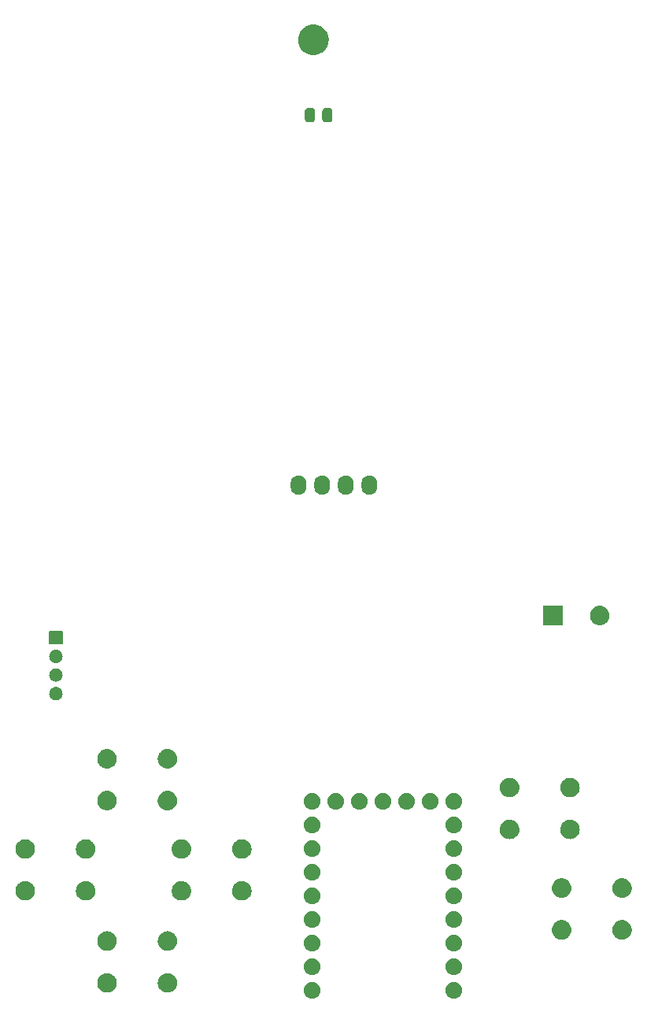
<source format=gbr>
G04 #@! TF.GenerationSoftware,KiCad,Pcbnew,8.0.5-8.0.5-0~ubuntu24.04.1*
G04 #@! TF.CreationDate,2024-10-05T11:59:27+09:00*
G04 #@! TF.ProjectId,gopher_rp2040_sw,676f7068-6572-45f7-9270-323034305f73,rev?*
G04 #@! TF.SameCoordinates,Original*
G04 #@! TF.FileFunction,Soldermask,Bot*
G04 #@! TF.FilePolarity,Negative*
%FSLAX46Y46*%
G04 Gerber Fmt 4.6, Leading zero omitted, Abs format (unit mm)*
G04 Created by KiCad (PCBNEW 8.0.5-8.0.5-0~ubuntu24.04.1) date 2024-10-05 11:59:27*
%MOMM*%
%LPD*%
G01*
G04 APERTURE LIST*
G04 APERTURE END LIST*
G36*
X115803983Y-167603936D02*
G01*
X115854180Y-167603936D01*
X115897524Y-167613149D01*
X115935659Y-167616905D01*
X115983566Y-167631437D01*
X116038424Y-167643098D01*
X116073530Y-167658728D01*
X116104566Y-167668143D01*
X116153884Y-167694504D01*
X116210500Y-167719711D01*
X116236822Y-167738835D01*
X116260232Y-167751348D01*
X116307988Y-167790540D01*
X116362887Y-167830427D01*
X116380711Y-167850223D01*
X116396675Y-167863324D01*
X116439572Y-167915594D01*
X116488924Y-167970405D01*
X116499292Y-167988363D01*
X116508651Y-167999767D01*
X116543273Y-168064542D01*
X116583104Y-168133530D01*
X116587685Y-168147630D01*
X116591856Y-168155433D01*
X116614852Y-168231242D01*
X116641311Y-168312672D01*
X116642242Y-168321532D01*
X116643094Y-168324340D01*
X116651384Y-168408513D01*
X116661000Y-168500000D01*
X116651383Y-168591494D01*
X116643094Y-168675659D01*
X116642242Y-168678466D01*
X116641311Y-168687328D01*
X116614848Y-168768771D01*
X116591856Y-168844566D01*
X116587686Y-168852366D01*
X116583104Y-168866470D01*
X116543266Y-168935470D01*
X116508651Y-169000232D01*
X116499294Y-169011633D01*
X116488924Y-169029595D01*
X116439563Y-169084415D01*
X116396675Y-169136675D01*
X116380714Y-169149773D01*
X116362887Y-169169573D01*
X116307977Y-169209467D01*
X116260232Y-169248651D01*
X116236827Y-169261161D01*
X116210500Y-169280289D01*
X116153873Y-169305500D01*
X116104566Y-169331856D01*
X116073537Y-169341268D01*
X116038424Y-169356902D01*
X115983555Y-169368564D01*
X115935659Y-169383094D01*
X115897532Y-169386849D01*
X115854180Y-169396064D01*
X115803973Y-169396064D01*
X115760000Y-169400395D01*
X115716027Y-169396064D01*
X115665820Y-169396064D01*
X115622467Y-169386849D01*
X115584340Y-169383094D01*
X115536441Y-169368563D01*
X115481576Y-169356902D01*
X115446464Y-169341269D01*
X115415433Y-169331856D01*
X115366120Y-169305498D01*
X115309500Y-169280289D01*
X115283175Y-169261163D01*
X115259767Y-169248651D01*
X115212013Y-169209460D01*
X115157113Y-169169573D01*
X115139287Y-169149776D01*
X115123324Y-169136675D01*
X115080425Y-169084402D01*
X115031076Y-169029595D01*
X115020708Y-169011637D01*
X115011348Y-169000232D01*
X114976719Y-168935447D01*
X114936896Y-168866470D01*
X114932315Y-168852371D01*
X114928143Y-168844566D01*
X114905136Y-168768725D01*
X114878689Y-168687328D01*
X114877758Y-168678471D01*
X114876905Y-168675659D01*
X114868600Y-168591342D01*
X114859000Y-168500000D01*
X114868599Y-168408664D01*
X114876905Y-168324340D01*
X114877758Y-168321527D01*
X114878689Y-168312672D01*
X114905132Y-168231288D01*
X114928143Y-168155433D01*
X114932315Y-168147626D01*
X114936896Y-168133530D01*
X114976712Y-168064565D01*
X115011348Y-167999767D01*
X115020710Y-167988359D01*
X115031076Y-167970405D01*
X115080416Y-167915607D01*
X115123324Y-167863324D01*
X115139291Y-167850219D01*
X115157113Y-167830427D01*
X115212002Y-167790546D01*
X115259767Y-167751348D01*
X115283180Y-167738833D01*
X115309500Y-167719711D01*
X115366109Y-167694506D01*
X115415433Y-167668143D01*
X115446471Y-167658727D01*
X115481576Y-167643098D01*
X115536430Y-167631438D01*
X115584340Y-167616905D01*
X115622476Y-167613148D01*
X115665820Y-167603936D01*
X115716016Y-167603936D01*
X115760000Y-167599604D01*
X115803983Y-167603936D01*
G37*
G36*
X131043983Y-167603936D02*
G01*
X131094180Y-167603936D01*
X131137524Y-167613149D01*
X131175659Y-167616905D01*
X131223566Y-167631437D01*
X131278424Y-167643098D01*
X131313530Y-167658728D01*
X131344566Y-167668143D01*
X131393884Y-167694504D01*
X131450500Y-167719711D01*
X131476822Y-167738835D01*
X131500232Y-167751348D01*
X131547988Y-167790540D01*
X131602887Y-167830427D01*
X131620711Y-167850223D01*
X131636675Y-167863324D01*
X131679572Y-167915594D01*
X131728924Y-167970405D01*
X131739292Y-167988363D01*
X131748651Y-167999767D01*
X131783273Y-168064542D01*
X131823104Y-168133530D01*
X131827685Y-168147630D01*
X131831856Y-168155433D01*
X131854852Y-168231242D01*
X131881311Y-168312672D01*
X131882242Y-168321532D01*
X131883094Y-168324340D01*
X131891384Y-168408513D01*
X131901000Y-168500000D01*
X131891383Y-168591494D01*
X131883094Y-168675659D01*
X131882242Y-168678466D01*
X131881311Y-168687328D01*
X131854848Y-168768771D01*
X131831856Y-168844566D01*
X131827686Y-168852366D01*
X131823104Y-168866470D01*
X131783266Y-168935470D01*
X131748651Y-169000232D01*
X131739294Y-169011633D01*
X131728924Y-169029595D01*
X131679563Y-169084415D01*
X131636675Y-169136675D01*
X131620714Y-169149773D01*
X131602887Y-169169573D01*
X131547977Y-169209467D01*
X131500232Y-169248651D01*
X131476827Y-169261161D01*
X131450500Y-169280289D01*
X131393873Y-169305500D01*
X131344566Y-169331856D01*
X131313537Y-169341268D01*
X131278424Y-169356902D01*
X131223555Y-169368564D01*
X131175659Y-169383094D01*
X131137532Y-169386849D01*
X131094180Y-169396064D01*
X131043973Y-169396064D01*
X131000000Y-169400395D01*
X130956027Y-169396064D01*
X130905820Y-169396064D01*
X130862467Y-169386849D01*
X130824340Y-169383094D01*
X130776441Y-169368563D01*
X130721576Y-169356902D01*
X130686464Y-169341269D01*
X130655433Y-169331856D01*
X130606120Y-169305498D01*
X130549500Y-169280289D01*
X130523175Y-169261163D01*
X130499767Y-169248651D01*
X130452013Y-169209460D01*
X130397113Y-169169573D01*
X130379287Y-169149776D01*
X130363324Y-169136675D01*
X130320425Y-169084402D01*
X130271076Y-169029595D01*
X130260708Y-169011637D01*
X130251348Y-169000232D01*
X130216719Y-168935447D01*
X130176896Y-168866470D01*
X130172315Y-168852371D01*
X130168143Y-168844566D01*
X130145136Y-168768725D01*
X130118689Y-168687328D01*
X130117758Y-168678471D01*
X130116905Y-168675659D01*
X130108600Y-168591342D01*
X130099000Y-168500000D01*
X130108599Y-168408664D01*
X130116905Y-168324340D01*
X130117758Y-168321527D01*
X130118689Y-168312672D01*
X130145132Y-168231288D01*
X130168143Y-168155433D01*
X130172315Y-168147626D01*
X130176896Y-168133530D01*
X130216712Y-168064565D01*
X130251348Y-167999767D01*
X130260710Y-167988359D01*
X130271076Y-167970405D01*
X130320416Y-167915607D01*
X130363324Y-167863324D01*
X130379291Y-167850219D01*
X130397113Y-167830427D01*
X130452002Y-167790546D01*
X130499767Y-167751348D01*
X130523180Y-167738833D01*
X130549500Y-167719711D01*
X130606109Y-167694506D01*
X130655433Y-167668143D01*
X130686471Y-167658727D01*
X130721576Y-167643098D01*
X130776430Y-167631438D01*
X130824340Y-167616905D01*
X130862476Y-167613148D01*
X130905820Y-167603936D01*
X130956016Y-167603936D01*
X131000000Y-167599604D01*
X131043983Y-167603936D01*
G37*
G36*
X93750938Y-166654017D02*
G01*
X93796923Y-166654017D01*
X93848139Y-166663590D01*
X93905040Y-166669195D01*
X93948261Y-166682306D01*
X93987474Y-166689636D01*
X94041785Y-166710676D01*
X94102200Y-166729003D01*
X94136720Y-166747454D01*
X94168232Y-166759662D01*
X94222977Y-166793559D01*
X94283904Y-166826125D01*
X94309506Y-166847136D01*
X94333048Y-166861713D01*
X94385212Y-166909267D01*
X94443169Y-166956831D01*
X94460342Y-166977757D01*
X94476301Y-166992305D01*
X94522629Y-167053653D01*
X94573875Y-167116096D01*
X94583783Y-167134634D01*
X94593122Y-167147000D01*
X94630274Y-167221613D01*
X94670997Y-167297800D01*
X94675340Y-167312117D01*
X94679528Y-167320528D01*
X94704267Y-167407476D01*
X94730805Y-167494960D01*
X94731676Y-167503811D01*
X94732577Y-167506975D01*
X94741938Y-167608002D01*
X94751000Y-167700000D01*
X94741938Y-167792005D01*
X94732577Y-167893024D01*
X94731676Y-167896187D01*
X94730805Y-167905040D01*
X94704262Y-167992538D01*
X94679528Y-168079471D01*
X94675341Y-168087879D01*
X94670997Y-168102200D01*
X94630267Y-168178399D01*
X94593122Y-168252999D01*
X94583785Y-168265362D01*
X94573875Y-168283904D01*
X94522620Y-168346357D01*
X94476301Y-168407694D01*
X94460345Y-168422238D01*
X94443169Y-168443169D01*
X94385201Y-168490741D01*
X94333048Y-168538286D01*
X94309511Y-168552859D01*
X94283904Y-168573875D01*
X94222965Y-168606447D01*
X94168232Y-168640337D01*
X94136726Y-168652542D01*
X94102200Y-168670997D01*
X94041773Y-168689327D01*
X93987474Y-168710363D01*
X93948268Y-168717691D01*
X93905040Y-168730805D01*
X93848136Y-168736409D01*
X93796923Y-168745983D01*
X93750938Y-168745983D01*
X93700000Y-168751000D01*
X93649062Y-168745983D01*
X93603077Y-168745983D01*
X93551863Y-168736409D01*
X93494960Y-168730805D01*
X93451732Y-168717692D01*
X93412525Y-168710363D01*
X93358221Y-168689325D01*
X93297800Y-168670997D01*
X93263275Y-168652543D01*
X93231767Y-168640337D01*
X93177027Y-168606443D01*
X93116096Y-168573875D01*
X93090491Y-168552861D01*
X93066951Y-168538286D01*
X93014788Y-168490733D01*
X92956831Y-168443169D01*
X92939656Y-168422242D01*
X92923698Y-168407694D01*
X92877367Y-168346342D01*
X92826125Y-168283904D01*
X92816216Y-168265366D01*
X92806877Y-168252999D01*
X92769717Y-168178372D01*
X92729003Y-168102200D01*
X92724660Y-168087884D01*
X92720471Y-168079471D01*
X92695721Y-167992485D01*
X92669195Y-167905040D01*
X92668323Y-167896192D01*
X92667422Y-167893024D01*
X92658044Y-167791833D01*
X92649000Y-167700000D01*
X92658044Y-167608173D01*
X92667422Y-167506975D01*
X92668323Y-167503805D01*
X92669195Y-167494960D01*
X92695716Y-167407529D01*
X92720471Y-167320528D01*
X92724661Y-167312112D01*
X92729003Y-167297800D01*
X92769710Y-167221641D01*
X92806877Y-167147000D01*
X92816218Y-167134629D01*
X92826125Y-167116096D01*
X92877357Y-167053668D01*
X92923698Y-166992305D01*
X92939660Y-166977753D01*
X92956831Y-166956831D01*
X93014777Y-166909275D01*
X93066951Y-166861713D01*
X93090496Y-166847134D01*
X93116096Y-166826125D01*
X93177015Y-166793563D01*
X93231767Y-166759662D01*
X93263282Y-166747452D01*
X93297800Y-166729003D01*
X93358209Y-166710677D01*
X93412525Y-166689636D01*
X93451739Y-166682305D01*
X93494960Y-166669195D01*
X93551860Y-166663590D01*
X93603077Y-166654017D01*
X93649062Y-166654017D01*
X93700000Y-166649000D01*
X93750938Y-166654017D01*
G37*
G36*
X100250938Y-166654017D02*
G01*
X100296923Y-166654017D01*
X100348139Y-166663590D01*
X100405040Y-166669195D01*
X100448261Y-166682306D01*
X100487474Y-166689636D01*
X100541785Y-166710676D01*
X100602200Y-166729003D01*
X100636720Y-166747454D01*
X100668232Y-166759662D01*
X100722977Y-166793559D01*
X100783904Y-166826125D01*
X100809506Y-166847136D01*
X100833048Y-166861713D01*
X100885212Y-166909267D01*
X100943169Y-166956831D01*
X100960342Y-166977757D01*
X100976301Y-166992305D01*
X101022629Y-167053653D01*
X101073875Y-167116096D01*
X101083783Y-167134634D01*
X101093122Y-167147000D01*
X101130274Y-167221613D01*
X101170997Y-167297800D01*
X101175340Y-167312117D01*
X101179528Y-167320528D01*
X101204267Y-167407476D01*
X101230805Y-167494960D01*
X101231676Y-167503811D01*
X101232577Y-167506975D01*
X101241938Y-167608002D01*
X101251000Y-167700000D01*
X101241938Y-167792005D01*
X101232577Y-167893024D01*
X101231676Y-167896187D01*
X101230805Y-167905040D01*
X101204262Y-167992538D01*
X101179528Y-168079471D01*
X101175341Y-168087879D01*
X101170997Y-168102200D01*
X101130267Y-168178399D01*
X101093122Y-168252999D01*
X101083785Y-168265362D01*
X101073875Y-168283904D01*
X101022620Y-168346357D01*
X100976301Y-168407694D01*
X100960345Y-168422238D01*
X100943169Y-168443169D01*
X100885201Y-168490741D01*
X100833048Y-168538286D01*
X100809511Y-168552859D01*
X100783904Y-168573875D01*
X100722965Y-168606447D01*
X100668232Y-168640337D01*
X100636726Y-168652542D01*
X100602200Y-168670997D01*
X100541773Y-168689327D01*
X100487474Y-168710363D01*
X100448268Y-168717691D01*
X100405040Y-168730805D01*
X100348136Y-168736409D01*
X100296923Y-168745983D01*
X100250938Y-168745983D01*
X100200000Y-168751000D01*
X100149062Y-168745983D01*
X100103077Y-168745983D01*
X100051863Y-168736409D01*
X99994960Y-168730805D01*
X99951732Y-168717692D01*
X99912525Y-168710363D01*
X99858221Y-168689325D01*
X99797800Y-168670997D01*
X99763275Y-168652543D01*
X99731767Y-168640337D01*
X99677027Y-168606443D01*
X99616096Y-168573875D01*
X99590491Y-168552861D01*
X99566951Y-168538286D01*
X99514788Y-168490733D01*
X99456831Y-168443169D01*
X99439656Y-168422242D01*
X99423698Y-168407694D01*
X99377367Y-168346342D01*
X99326125Y-168283904D01*
X99316216Y-168265366D01*
X99306877Y-168252999D01*
X99269717Y-168178372D01*
X99229003Y-168102200D01*
X99224660Y-168087884D01*
X99220471Y-168079471D01*
X99195721Y-167992485D01*
X99169195Y-167905040D01*
X99168323Y-167896192D01*
X99167422Y-167893024D01*
X99158044Y-167791833D01*
X99149000Y-167700000D01*
X99158044Y-167608173D01*
X99167422Y-167506975D01*
X99168323Y-167503805D01*
X99169195Y-167494960D01*
X99195716Y-167407529D01*
X99220471Y-167320528D01*
X99224661Y-167312112D01*
X99229003Y-167297800D01*
X99269710Y-167221641D01*
X99306877Y-167147000D01*
X99316218Y-167134629D01*
X99326125Y-167116096D01*
X99377357Y-167053668D01*
X99423698Y-166992305D01*
X99439660Y-166977753D01*
X99456831Y-166956831D01*
X99514777Y-166909275D01*
X99566951Y-166861713D01*
X99590496Y-166847134D01*
X99616096Y-166826125D01*
X99677015Y-166793563D01*
X99731767Y-166759662D01*
X99763282Y-166747452D01*
X99797800Y-166729003D01*
X99858209Y-166710677D01*
X99912525Y-166689636D01*
X99951739Y-166682305D01*
X99994960Y-166669195D01*
X100051860Y-166663590D01*
X100103077Y-166654017D01*
X100149062Y-166654017D01*
X100200000Y-166649000D01*
X100250938Y-166654017D01*
G37*
G36*
X115803983Y-165063936D02*
G01*
X115854180Y-165063936D01*
X115897524Y-165073149D01*
X115935659Y-165076905D01*
X115983566Y-165091437D01*
X116038424Y-165103098D01*
X116073530Y-165118728D01*
X116104566Y-165128143D01*
X116153884Y-165154504D01*
X116210500Y-165179711D01*
X116236822Y-165198835D01*
X116260232Y-165211348D01*
X116307988Y-165250540D01*
X116362887Y-165290427D01*
X116380711Y-165310223D01*
X116396675Y-165323324D01*
X116439572Y-165375594D01*
X116488924Y-165430405D01*
X116499292Y-165448363D01*
X116508651Y-165459767D01*
X116543273Y-165524542D01*
X116583104Y-165593530D01*
X116587685Y-165607630D01*
X116591856Y-165615433D01*
X116614852Y-165691242D01*
X116641311Y-165772672D01*
X116642242Y-165781532D01*
X116643094Y-165784340D01*
X116651384Y-165868513D01*
X116661000Y-165960000D01*
X116651383Y-166051494D01*
X116643094Y-166135659D01*
X116642242Y-166138466D01*
X116641311Y-166147328D01*
X116614848Y-166228771D01*
X116591856Y-166304566D01*
X116587686Y-166312366D01*
X116583104Y-166326470D01*
X116543266Y-166395470D01*
X116508651Y-166460232D01*
X116499294Y-166471633D01*
X116488924Y-166489595D01*
X116439563Y-166544415D01*
X116396675Y-166596675D01*
X116380714Y-166609773D01*
X116362887Y-166629573D01*
X116307977Y-166669467D01*
X116260232Y-166708651D01*
X116236827Y-166721161D01*
X116210500Y-166740289D01*
X116153873Y-166765500D01*
X116104566Y-166791856D01*
X116073537Y-166801268D01*
X116038424Y-166816902D01*
X115983555Y-166828564D01*
X115935659Y-166843094D01*
X115897532Y-166846849D01*
X115854180Y-166856064D01*
X115803973Y-166856064D01*
X115760000Y-166860395D01*
X115716027Y-166856064D01*
X115665820Y-166856064D01*
X115622467Y-166846849D01*
X115584340Y-166843094D01*
X115536441Y-166828563D01*
X115481576Y-166816902D01*
X115446464Y-166801269D01*
X115415433Y-166791856D01*
X115366120Y-166765498D01*
X115309500Y-166740289D01*
X115283175Y-166721163D01*
X115259767Y-166708651D01*
X115212013Y-166669460D01*
X115157113Y-166629573D01*
X115139287Y-166609776D01*
X115123324Y-166596675D01*
X115080425Y-166544402D01*
X115031076Y-166489595D01*
X115020708Y-166471637D01*
X115011348Y-166460232D01*
X114976719Y-166395447D01*
X114936896Y-166326470D01*
X114932315Y-166312371D01*
X114928143Y-166304566D01*
X114905136Y-166228725D01*
X114878689Y-166147328D01*
X114877758Y-166138471D01*
X114876905Y-166135659D01*
X114868600Y-166051342D01*
X114859000Y-165960000D01*
X114868599Y-165868664D01*
X114876905Y-165784340D01*
X114877758Y-165781527D01*
X114878689Y-165772672D01*
X114905132Y-165691288D01*
X114928143Y-165615433D01*
X114932315Y-165607626D01*
X114936896Y-165593530D01*
X114976712Y-165524565D01*
X115011348Y-165459767D01*
X115020710Y-165448359D01*
X115031076Y-165430405D01*
X115080416Y-165375607D01*
X115123324Y-165323324D01*
X115139291Y-165310219D01*
X115157113Y-165290427D01*
X115212002Y-165250546D01*
X115259767Y-165211348D01*
X115283180Y-165198833D01*
X115309500Y-165179711D01*
X115366109Y-165154506D01*
X115415433Y-165128143D01*
X115446471Y-165118727D01*
X115481576Y-165103098D01*
X115536430Y-165091438D01*
X115584340Y-165076905D01*
X115622476Y-165073148D01*
X115665820Y-165063936D01*
X115716016Y-165063936D01*
X115760000Y-165059604D01*
X115803983Y-165063936D01*
G37*
G36*
X131043983Y-165063936D02*
G01*
X131094180Y-165063936D01*
X131137524Y-165073149D01*
X131175659Y-165076905D01*
X131223566Y-165091437D01*
X131278424Y-165103098D01*
X131313530Y-165118728D01*
X131344566Y-165128143D01*
X131393884Y-165154504D01*
X131450500Y-165179711D01*
X131476822Y-165198835D01*
X131500232Y-165211348D01*
X131547988Y-165250540D01*
X131602887Y-165290427D01*
X131620711Y-165310223D01*
X131636675Y-165323324D01*
X131679572Y-165375594D01*
X131728924Y-165430405D01*
X131739292Y-165448363D01*
X131748651Y-165459767D01*
X131783273Y-165524542D01*
X131823104Y-165593530D01*
X131827685Y-165607630D01*
X131831856Y-165615433D01*
X131854852Y-165691242D01*
X131881311Y-165772672D01*
X131882242Y-165781532D01*
X131883094Y-165784340D01*
X131891384Y-165868513D01*
X131901000Y-165960000D01*
X131891383Y-166051494D01*
X131883094Y-166135659D01*
X131882242Y-166138466D01*
X131881311Y-166147328D01*
X131854848Y-166228771D01*
X131831856Y-166304566D01*
X131827686Y-166312366D01*
X131823104Y-166326470D01*
X131783266Y-166395470D01*
X131748651Y-166460232D01*
X131739294Y-166471633D01*
X131728924Y-166489595D01*
X131679563Y-166544415D01*
X131636675Y-166596675D01*
X131620714Y-166609773D01*
X131602887Y-166629573D01*
X131547977Y-166669467D01*
X131500232Y-166708651D01*
X131476827Y-166721161D01*
X131450500Y-166740289D01*
X131393873Y-166765500D01*
X131344566Y-166791856D01*
X131313537Y-166801268D01*
X131278424Y-166816902D01*
X131223555Y-166828564D01*
X131175659Y-166843094D01*
X131137532Y-166846849D01*
X131094180Y-166856064D01*
X131043973Y-166856064D01*
X131000000Y-166860395D01*
X130956027Y-166856064D01*
X130905820Y-166856064D01*
X130862467Y-166846849D01*
X130824340Y-166843094D01*
X130776441Y-166828563D01*
X130721576Y-166816902D01*
X130686464Y-166801269D01*
X130655433Y-166791856D01*
X130606120Y-166765498D01*
X130549500Y-166740289D01*
X130523175Y-166721163D01*
X130499767Y-166708651D01*
X130452013Y-166669460D01*
X130397113Y-166629573D01*
X130379287Y-166609776D01*
X130363324Y-166596675D01*
X130320425Y-166544402D01*
X130271076Y-166489595D01*
X130260708Y-166471637D01*
X130251348Y-166460232D01*
X130216719Y-166395447D01*
X130176896Y-166326470D01*
X130172315Y-166312371D01*
X130168143Y-166304566D01*
X130145136Y-166228725D01*
X130118689Y-166147328D01*
X130117758Y-166138471D01*
X130116905Y-166135659D01*
X130108600Y-166051342D01*
X130099000Y-165960000D01*
X130108599Y-165868664D01*
X130116905Y-165784340D01*
X130117758Y-165781527D01*
X130118689Y-165772672D01*
X130145132Y-165691288D01*
X130168143Y-165615433D01*
X130172315Y-165607626D01*
X130176896Y-165593530D01*
X130216712Y-165524565D01*
X130251348Y-165459767D01*
X130260710Y-165448359D01*
X130271076Y-165430405D01*
X130320416Y-165375607D01*
X130363324Y-165323324D01*
X130379291Y-165310219D01*
X130397113Y-165290427D01*
X130452002Y-165250546D01*
X130499767Y-165211348D01*
X130523180Y-165198833D01*
X130549500Y-165179711D01*
X130606109Y-165154506D01*
X130655433Y-165128143D01*
X130686471Y-165118727D01*
X130721576Y-165103098D01*
X130776430Y-165091438D01*
X130824340Y-165076905D01*
X130862476Y-165073148D01*
X130905820Y-165063936D01*
X130956016Y-165063936D01*
X131000000Y-165059604D01*
X131043983Y-165063936D01*
G37*
G36*
X115803983Y-162523936D02*
G01*
X115854180Y-162523936D01*
X115897524Y-162533149D01*
X115935659Y-162536905D01*
X115983566Y-162551437D01*
X116038424Y-162563098D01*
X116073530Y-162578728D01*
X116104566Y-162588143D01*
X116153884Y-162614504D01*
X116210500Y-162639711D01*
X116236822Y-162658835D01*
X116260232Y-162671348D01*
X116307988Y-162710540D01*
X116362887Y-162750427D01*
X116380711Y-162770223D01*
X116396675Y-162783324D01*
X116439572Y-162835594D01*
X116488924Y-162890405D01*
X116499292Y-162908363D01*
X116508651Y-162919767D01*
X116543273Y-162984542D01*
X116583104Y-163053530D01*
X116587685Y-163067630D01*
X116591856Y-163075433D01*
X116614852Y-163151242D01*
X116641311Y-163232672D01*
X116642242Y-163241532D01*
X116643094Y-163244340D01*
X116651384Y-163328513D01*
X116661000Y-163420000D01*
X116651383Y-163511494D01*
X116643094Y-163595659D01*
X116642242Y-163598466D01*
X116641311Y-163607328D01*
X116614848Y-163688771D01*
X116591856Y-163764566D01*
X116587686Y-163772366D01*
X116583104Y-163786470D01*
X116543266Y-163855470D01*
X116508651Y-163920232D01*
X116499294Y-163931633D01*
X116488924Y-163949595D01*
X116439563Y-164004415D01*
X116396675Y-164056675D01*
X116380714Y-164069773D01*
X116362887Y-164089573D01*
X116307977Y-164129467D01*
X116260232Y-164168651D01*
X116236827Y-164181161D01*
X116210500Y-164200289D01*
X116153873Y-164225500D01*
X116104566Y-164251856D01*
X116073537Y-164261268D01*
X116038424Y-164276902D01*
X115983555Y-164288564D01*
X115935659Y-164303094D01*
X115897532Y-164306849D01*
X115854180Y-164316064D01*
X115803973Y-164316064D01*
X115760000Y-164320395D01*
X115716027Y-164316064D01*
X115665820Y-164316064D01*
X115622467Y-164306849D01*
X115584340Y-164303094D01*
X115536441Y-164288563D01*
X115481576Y-164276902D01*
X115446464Y-164261269D01*
X115415433Y-164251856D01*
X115366120Y-164225498D01*
X115309500Y-164200289D01*
X115283175Y-164181163D01*
X115259767Y-164168651D01*
X115212013Y-164129460D01*
X115157113Y-164089573D01*
X115139287Y-164069776D01*
X115123324Y-164056675D01*
X115080425Y-164004402D01*
X115031076Y-163949595D01*
X115020708Y-163931637D01*
X115011348Y-163920232D01*
X114976719Y-163855447D01*
X114936896Y-163786470D01*
X114932315Y-163772371D01*
X114928143Y-163764566D01*
X114905136Y-163688725D01*
X114878689Y-163607328D01*
X114877758Y-163598471D01*
X114876905Y-163595659D01*
X114868600Y-163511342D01*
X114859000Y-163420000D01*
X114868599Y-163328664D01*
X114876905Y-163244340D01*
X114877758Y-163241527D01*
X114878689Y-163232672D01*
X114905132Y-163151288D01*
X114928143Y-163075433D01*
X114932315Y-163067626D01*
X114936896Y-163053530D01*
X114976712Y-162984565D01*
X115011348Y-162919767D01*
X115020710Y-162908359D01*
X115031076Y-162890405D01*
X115080416Y-162835607D01*
X115123324Y-162783324D01*
X115139291Y-162770219D01*
X115157113Y-162750427D01*
X115212002Y-162710546D01*
X115259767Y-162671348D01*
X115283180Y-162658833D01*
X115309500Y-162639711D01*
X115366109Y-162614506D01*
X115415433Y-162588143D01*
X115446471Y-162578727D01*
X115481576Y-162563098D01*
X115536430Y-162551438D01*
X115584340Y-162536905D01*
X115622476Y-162533148D01*
X115665820Y-162523936D01*
X115716016Y-162523936D01*
X115760000Y-162519604D01*
X115803983Y-162523936D01*
G37*
G36*
X131043983Y-162523936D02*
G01*
X131094180Y-162523936D01*
X131137524Y-162533149D01*
X131175659Y-162536905D01*
X131223566Y-162551437D01*
X131278424Y-162563098D01*
X131313530Y-162578728D01*
X131344566Y-162588143D01*
X131393884Y-162614504D01*
X131450500Y-162639711D01*
X131476822Y-162658835D01*
X131500232Y-162671348D01*
X131547988Y-162710540D01*
X131602887Y-162750427D01*
X131620711Y-162770223D01*
X131636675Y-162783324D01*
X131679572Y-162835594D01*
X131728924Y-162890405D01*
X131739292Y-162908363D01*
X131748651Y-162919767D01*
X131783273Y-162984542D01*
X131823104Y-163053530D01*
X131827685Y-163067630D01*
X131831856Y-163075433D01*
X131854852Y-163151242D01*
X131881311Y-163232672D01*
X131882242Y-163241532D01*
X131883094Y-163244340D01*
X131891384Y-163328513D01*
X131901000Y-163420000D01*
X131891383Y-163511494D01*
X131883094Y-163595659D01*
X131882242Y-163598466D01*
X131881311Y-163607328D01*
X131854848Y-163688771D01*
X131831856Y-163764566D01*
X131827686Y-163772366D01*
X131823104Y-163786470D01*
X131783266Y-163855470D01*
X131748651Y-163920232D01*
X131739294Y-163931633D01*
X131728924Y-163949595D01*
X131679563Y-164004415D01*
X131636675Y-164056675D01*
X131620714Y-164069773D01*
X131602887Y-164089573D01*
X131547977Y-164129467D01*
X131500232Y-164168651D01*
X131476827Y-164181161D01*
X131450500Y-164200289D01*
X131393873Y-164225500D01*
X131344566Y-164251856D01*
X131313537Y-164261268D01*
X131278424Y-164276902D01*
X131223555Y-164288564D01*
X131175659Y-164303094D01*
X131137532Y-164306849D01*
X131094180Y-164316064D01*
X131043973Y-164316064D01*
X131000000Y-164320395D01*
X130956027Y-164316064D01*
X130905820Y-164316064D01*
X130862467Y-164306849D01*
X130824340Y-164303094D01*
X130776441Y-164288563D01*
X130721576Y-164276902D01*
X130686464Y-164261269D01*
X130655433Y-164251856D01*
X130606120Y-164225498D01*
X130549500Y-164200289D01*
X130523175Y-164181163D01*
X130499767Y-164168651D01*
X130452013Y-164129460D01*
X130397113Y-164089573D01*
X130379287Y-164069776D01*
X130363324Y-164056675D01*
X130320425Y-164004402D01*
X130271076Y-163949595D01*
X130260708Y-163931637D01*
X130251348Y-163920232D01*
X130216719Y-163855447D01*
X130176896Y-163786470D01*
X130172315Y-163772371D01*
X130168143Y-163764566D01*
X130145136Y-163688725D01*
X130118689Y-163607328D01*
X130117758Y-163598471D01*
X130116905Y-163595659D01*
X130108600Y-163511342D01*
X130099000Y-163420000D01*
X130108599Y-163328664D01*
X130116905Y-163244340D01*
X130117758Y-163241527D01*
X130118689Y-163232672D01*
X130145132Y-163151288D01*
X130168143Y-163075433D01*
X130172315Y-163067626D01*
X130176896Y-163053530D01*
X130216712Y-162984565D01*
X130251348Y-162919767D01*
X130260710Y-162908359D01*
X130271076Y-162890405D01*
X130320416Y-162835607D01*
X130363324Y-162783324D01*
X130379291Y-162770219D01*
X130397113Y-162750427D01*
X130452002Y-162710546D01*
X130499767Y-162671348D01*
X130523180Y-162658833D01*
X130549500Y-162639711D01*
X130606109Y-162614506D01*
X130655433Y-162588143D01*
X130686471Y-162578727D01*
X130721576Y-162563098D01*
X130776430Y-162551438D01*
X130824340Y-162536905D01*
X130862476Y-162533148D01*
X130905820Y-162523936D01*
X130956016Y-162523936D01*
X131000000Y-162519604D01*
X131043983Y-162523936D01*
G37*
G36*
X93750938Y-162154017D02*
G01*
X93796923Y-162154017D01*
X93848139Y-162163590D01*
X93905040Y-162169195D01*
X93948261Y-162182306D01*
X93987474Y-162189636D01*
X94041785Y-162210676D01*
X94102200Y-162229003D01*
X94136720Y-162247454D01*
X94168232Y-162259662D01*
X94222977Y-162293559D01*
X94283904Y-162326125D01*
X94309506Y-162347136D01*
X94333048Y-162361713D01*
X94385212Y-162409267D01*
X94443169Y-162456831D01*
X94460342Y-162477757D01*
X94476301Y-162492305D01*
X94522629Y-162553653D01*
X94573875Y-162616096D01*
X94583783Y-162634634D01*
X94593122Y-162647000D01*
X94630274Y-162721613D01*
X94670997Y-162797800D01*
X94675340Y-162812117D01*
X94679528Y-162820528D01*
X94704267Y-162907476D01*
X94730805Y-162994960D01*
X94731676Y-163003811D01*
X94732577Y-163006975D01*
X94741938Y-163108002D01*
X94751000Y-163200000D01*
X94741938Y-163292005D01*
X94732577Y-163393024D01*
X94731676Y-163396187D01*
X94730805Y-163405040D01*
X94704262Y-163492538D01*
X94679528Y-163579471D01*
X94675341Y-163587879D01*
X94670997Y-163602200D01*
X94630267Y-163678399D01*
X94593122Y-163752999D01*
X94583785Y-163765362D01*
X94573875Y-163783904D01*
X94522620Y-163846357D01*
X94476301Y-163907694D01*
X94460345Y-163922238D01*
X94443169Y-163943169D01*
X94385201Y-163990741D01*
X94333048Y-164038286D01*
X94309511Y-164052859D01*
X94283904Y-164073875D01*
X94222965Y-164106447D01*
X94168232Y-164140337D01*
X94136726Y-164152542D01*
X94102200Y-164170997D01*
X94041773Y-164189327D01*
X93987474Y-164210363D01*
X93948268Y-164217691D01*
X93905040Y-164230805D01*
X93848136Y-164236409D01*
X93796923Y-164245983D01*
X93750938Y-164245983D01*
X93700000Y-164251000D01*
X93649062Y-164245983D01*
X93603077Y-164245983D01*
X93551863Y-164236409D01*
X93494960Y-164230805D01*
X93451732Y-164217692D01*
X93412525Y-164210363D01*
X93358221Y-164189325D01*
X93297800Y-164170997D01*
X93263275Y-164152543D01*
X93231767Y-164140337D01*
X93177027Y-164106443D01*
X93116096Y-164073875D01*
X93090491Y-164052861D01*
X93066951Y-164038286D01*
X93014788Y-163990733D01*
X92956831Y-163943169D01*
X92939656Y-163922242D01*
X92923698Y-163907694D01*
X92877367Y-163846342D01*
X92826125Y-163783904D01*
X92816216Y-163765366D01*
X92806877Y-163752999D01*
X92769717Y-163678372D01*
X92729003Y-163602200D01*
X92724660Y-163587884D01*
X92720471Y-163579471D01*
X92695721Y-163492485D01*
X92669195Y-163405040D01*
X92668323Y-163396192D01*
X92667422Y-163393024D01*
X92658044Y-163291833D01*
X92649000Y-163200000D01*
X92658044Y-163108173D01*
X92667422Y-163006975D01*
X92668323Y-163003805D01*
X92669195Y-162994960D01*
X92695716Y-162907529D01*
X92720471Y-162820528D01*
X92724661Y-162812112D01*
X92729003Y-162797800D01*
X92769710Y-162721641D01*
X92806877Y-162647000D01*
X92816218Y-162634629D01*
X92826125Y-162616096D01*
X92877357Y-162553668D01*
X92923698Y-162492305D01*
X92939660Y-162477753D01*
X92956831Y-162456831D01*
X93014777Y-162409275D01*
X93066951Y-162361713D01*
X93090496Y-162347134D01*
X93116096Y-162326125D01*
X93177015Y-162293563D01*
X93231767Y-162259662D01*
X93263282Y-162247452D01*
X93297800Y-162229003D01*
X93358209Y-162210677D01*
X93412525Y-162189636D01*
X93451739Y-162182305D01*
X93494960Y-162169195D01*
X93551860Y-162163590D01*
X93603077Y-162154017D01*
X93649062Y-162154017D01*
X93700000Y-162149000D01*
X93750938Y-162154017D01*
G37*
G36*
X100250938Y-162154017D02*
G01*
X100296923Y-162154017D01*
X100348139Y-162163590D01*
X100405040Y-162169195D01*
X100448261Y-162182306D01*
X100487474Y-162189636D01*
X100541785Y-162210676D01*
X100602200Y-162229003D01*
X100636720Y-162247454D01*
X100668232Y-162259662D01*
X100722977Y-162293559D01*
X100783904Y-162326125D01*
X100809506Y-162347136D01*
X100833048Y-162361713D01*
X100885212Y-162409267D01*
X100943169Y-162456831D01*
X100960342Y-162477757D01*
X100976301Y-162492305D01*
X101022629Y-162553653D01*
X101073875Y-162616096D01*
X101083783Y-162634634D01*
X101093122Y-162647000D01*
X101130274Y-162721613D01*
X101170997Y-162797800D01*
X101175340Y-162812117D01*
X101179528Y-162820528D01*
X101204267Y-162907476D01*
X101230805Y-162994960D01*
X101231676Y-163003811D01*
X101232577Y-163006975D01*
X101241938Y-163108002D01*
X101251000Y-163200000D01*
X101241938Y-163292005D01*
X101232577Y-163393024D01*
X101231676Y-163396187D01*
X101230805Y-163405040D01*
X101204262Y-163492538D01*
X101179528Y-163579471D01*
X101175341Y-163587879D01*
X101170997Y-163602200D01*
X101130267Y-163678399D01*
X101093122Y-163752999D01*
X101083785Y-163765362D01*
X101073875Y-163783904D01*
X101022620Y-163846357D01*
X100976301Y-163907694D01*
X100960345Y-163922238D01*
X100943169Y-163943169D01*
X100885201Y-163990741D01*
X100833048Y-164038286D01*
X100809511Y-164052859D01*
X100783904Y-164073875D01*
X100722965Y-164106447D01*
X100668232Y-164140337D01*
X100636726Y-164152542D01*
X100602200Y-164170997D01*
X100541773Y-164189327D01*
X100487474Y-164210363D01*
X100448268Y-164217691D01*
X100405040Y-164230805D01*
X100348136Y-164236409D01*
X100296923Y-164245983D01*
X100250938Y-164245983D01*
X100200000Y-164251000D01*
X100149062Y-164245983D01*
X100103077Y-164245983D01*
X100051863Y-164236409D01*
X99994960Y-164230805D01*
X99951732Y-164217692D01*
X99912525Y-164210363D01*
X99858221Y-164189325D01*
X99797800Y-164170997D01*
X99763275Y-164152543D01*
X99731767Y-164140337D01*
X99677027Y-164106443D01*
X99616096Y-164073875D01*
X99590491Y-164052861D01*
X99566951Y-164038286D01*
X99514788Y-163990733D01*
X99456831Y-163943169D01*
X99439656Y-163922242D01*
X99423698Y-163907694D01*
X99377367Y-163846342D01*
X99326125Y-163783904D01*
X99316216Y-163765366D01*
X99306877Y-163752999D01*
X99269717Y-163678372D01*
X99229003Y-163602200D01*
X99224660Y-163587884D01*
X99220471Y-163579471D01*
X99195721Y-163492485D01*
X99169195Y-163405040D01*
X99168323Y-163396192D01*
X99167422Y-163393024D01*
X99158044Y-163291833D01*
X99149000Y-163200000D01*
X99158044Y-163108173D01*
X99167422Y-163006975D01*
X99168323Y-163003805D01*
X99169195Y-162994960D01*
X99195716Y-162907529D01*
X99220471Y-162820528D01*
X99224661Y-162812112D01*
X99229003Y-162797800D01*
X99269710Y-162721641D01*
X99306877Y-162647000D01*
X99316218Y-162634629D01*
X99326125Y-162616096D01*
X99377357Y-162553668D01*
X99423698Y-162492305D01*
X99439660Y-162477753D01*
X99456831Y-162456831D01*
X99514777Y-162409275D01*
X99566951Y-162361713D01*
X99590496Y-162347134D01*
X99616096Y-162326125D01*
X99677015Y-162293563D01*
X99731767Y-162259662D01*
X99763282Y-162247452D01*
X99797800Y-162229003D01*
X99858209Y-162210677D01*
X99912525Y-162189636D01*
X99951739Y-162182305D01*
X99994960Y-162169195D01*
X100051860Y-162163590D01*
X100103077Y-162154017D01*
X100149062Y-162154017D01*
X100200000Y-162149000D01*
X100250938Y-162154017D01*
G37*
G36*
X142650938Y-160954017D02*
G01*
X142696923Y-160954017D01*
X142748139Y-160963590D01*
X142805040Y-160969195D01*
X142848261Y-160982306D01*
X142887474Y-160989636D01*
X142941785Y-161010676D01*
X143002200Y-161029003D01*
X143036720Y-161047454D01*
X143068232Y-161059662D01*
X143122977Y-161093559D01*
X143183904Y-161126125D01*
X143209506Y-161147136D01*
X143233048Y-161161713D01*
X143285212Y-161209267D01*
X143343169Y-161256831D01*
X143360342Y-161277757D01*
X143376301Y-161292305D01*
X143422629Y-161353653D01*
X143473875Y-161416096D01*
X143483783Y-161434634D01*
X143493122Y-161447000D01*
X143530274Y-161521613D01*
X143570997Y-161597800D01*
X143575340Y-161612117D01*
X143579528Y-161620528D01*
X143604267Y-161707476D01*
X143630805Y-161794960D01*
X143631676Y-161803811D01*
X143632577Y-161806975D01*
X143641938Y-161908002D01*
X143651000Y-162000000D01*
X143641938Y-162092005D01*
X143632577Y-162193024D01*
X143631676Y-162196187D01*
X143630805Y-162205040D01*
X143604262Y-162292538D01*
X143579528Y-162379471D01*
X143575341Y-162387879D01*
X143570997Y-162402200D01*
X143530267Y-162478399D01*
X143493122Y-162552999D01*
X143483785Y-162565362D01*
X143473875Y-162583904D01*
X143422620Y-162646357D01*
X143376301Y-162707694D01*
X143360345Y-162722238D01*
X143343169Y-162743169D01*
X143285201Y-162790741D01*
X143233048Y-162838286D01*
X143209511Y-162852859D01*
X143183904Y-162873875D01*
X143122965Y-162906447D01*
X143068232Y-162940337D01*
X143036726Y-162952542D01*
X143002200Y-162970997D01*
X142941773Y-162989327D01*
X142887474Y-163010363D01*
X142848268Y-163017691D01*
X142805040Y-163030805D01*
X142748136Y-163036409D01*
X142696923Y-163045983D01*
X142650938Y-163045983D01*
X142600000Y-163051000D01*
X142549062Y-163045983D01*
X142503077Y-163045983D01*
X142451863Y-163036409D01*
X142394960Y-163030805D01*
X142351732Y-163017692D01*
X142312525Y-163010363D01*
X142258221Y-162989325D01*
X142197800Y-162970997D01*
X142163275Y-162952543D01*
X142131767Y-162940337D01*
X142077027Y-162906443D01*
X142016096Y-162873875D01*
X141990491Y-162852861D01*
X141966951Y-162838286D01*
X141914788Y-162790733D01*
X141856831Y-162743169D01*
X141839656Y-162722242D01*
X141823698Y-162707694D01*
X141777367Y-162646342D01*
X141726125Y-162583904D01*
X141716216Y-162565366D01*
X141706877Y-162552999D01*
X141669717Y-162478372D01*
X141629003Y-162402200D01*
X141624660Y-162387884D01*
X141620471Y-162379471D01*
X141595721Y-162292485D01*
X141569195Y-162205040D01*
X141568323Y-162196192D01*
X141567422Y-162193024D01*
X141558044Y-162091833D01*
X141549000Y-162000000D01*
X141558044Y-161908173D01*
X141567422Y-161806975D01*
X141568323Y-161803805D01*
X141569195Y-161794960D01*
X141595716Y-161707529D01*
X141620471Y-161620528D01*
X141624661Y-161612112D01*
X141629003Y-161597800D01*
X141669710Y-161521641D01*
X141706877Y-161447000D01*
X141716218Y-161434629D01*
X141726125Y-161416096D01*
X141777357Y-161353668D01*
X141823698Y-161292305D01*
X141839660Y-161277753D01*
X141856831Y-161256831D01*
X141914777Y-161209275D01*
X141966951Y-161161713D01*
X141990496Y-161147134D01*
X142016096Y-161126125D01*
X142077015Y-161093563D01*
X142131767Y-161059662D01*
X142163282Y-161047452D01*
X142197800Y-161029003D01*
X142258209Y-161010677D01*
X142312525Y-160989636D01*
X142351739Y-160982305D01*
X142394960Y-160969195D01*
X142451860Y-160963590D01*
X142503077Y-160954017D01*
X142549062Y-160954017D01*
X142600000Y-160949000D01*
X142650938Y-160954017D01*
G37*
G36*
X149150938Y-160954017D02*
G01*
X149196923Y-160954017D01*
X149248139Y-160963590D01*
X149305040Y-160969195D01*
X149348261Y-160982306D01*
X149387474Y-160989636D01*
X149441785Y-161010676D01*
X149502200Y-161029003D01*
X149536720Y-161047454D01*
X149568232Y-161059662D01*
X149622977Y-161093559D01*
X149683904Y-161126125D01*
X149709506Y-161147136D01*
X149733048Y-161161713D01*
X149785212Y-161209267D01*
X149843169Y-161256831D01*
X149860342Y-161277757D01*
X149876301Y-161292305D01*
X149922629Y-161353653D01*
X149973875Y-161416096D01*
X149983783Y-161434634D01*
X149993122Y-161447000D01*
X150030274Y-161521613D01*
X150070997Y-161597800D01*
X150075340Y-161612117D01*
X150079528Y-161620528D01*
X150104267Y-161707476D01*
X150130805Y-161794960D01*
X150131676Y-161803811D01*
X150132577Y-161806975D01*
X150141938Y-161908002D01*
X150151000Y-162000000D01*
X150141938Y-162092005D01*
X150132577Y-162193024D01*
X150131676Y-162196187D01*
X150130805Y-162205040D01*
X150104262Y-162292538D01*
X150079528Y-162379471D01*
X150075341Y-162387879D01*
X150070997Y-162402200D01*
X150030267Y-162478399D01*
X149993122Y-162552999D01*
X149983785Y-162565362D01*
X149973875Y-162583904D01*
X149922620Y-162646357D01*
X149876301Y-162707694D01*
X149860345Y-162722238D01*
X149843169Y-162743169D01*
X149785201Y-162790741D01*
X149733048Y-162838286D01*
X149709511Y-162852859D01*
X149683904Y-162873875D01*
X149622965Y-162906447D01*
X149568232Y-162940337D01*
X149536726Y-162952542D01*
X149502200Y-162970997D01*
X149441773Y-162989327D01*
X149387474Y-163010363D01*
X149348268Y-163017691D01*
X149305040Y-163030805D01*
X149248136Y-163036409D01*
X149196923Y-163045983D01*
X149150938Y-163045983D01*
X149100000Y-163051000D01*
X149049062Y-163045983D01*
X149003077Y-163045983D01*
X148951863Y-163036409D01*
X148894960Y-163030805D01*
X148851732Y-163017692D01*
X148812525Y-163010363D01*
X148758221Y-162989325D01*
X148697800Y-162970997D01*
X148663275Y-162952543D01*
X148631767Y-162940337D01*
X148577027Y-162906443D01*
X148516096Y-162873875D01*
X148490491Y-162852861D01*
X148466951Y-162838286D01*
X148414788Y-162790733D01*
X148356831Y-162743169D01*
X148339656Y-162722242D01*
X148323698Y-162707694D01*
X148277367Y-162646342D01*
X148226125Y-162583904D01*
X148216216Y-162565366D01*
X148206877Y-162552999D01*
X148169717Y-162478372D01*
X148129003Y-162402200D01*
X148124660Y-162387884D01*
X148120471Y-162379471D01*
X148095721Y-162292485D01*
X148069195Y-162205040D01*
X148068323Y-162196192D01*
X148067422Y-162193024D01*
X148058044Y-162091833D01*
X148049000Y-162000000D01*
X148058044Y-161908173D01*
X148067422Y-161806975D01*
X148068323Y-161803805D01*
X148069195Y-161794960D01*
X148095716Y-161707529D01*
X148120471Y-161620528D01*
X148124661Y-161612112D01*
X148129003Y-161597800D01*
X148169710Y-161521641D01*
X148206877Y-161447000D01*
X148216218Y-161434629D01*
X148226125Y-161416096D01*
X148277357Y-161353668D01*
X148323698Y-161292305D01*
X148339660Y-161277753D01*
X148356831Y-161256831D01*
X148414777Y-161209275D01*
X148466951Y-161161713D01*
X148490496Y-161147134D01*
X148516096Y-161126125D01*
X148577015Y-161093563D01*
X148631767Y-161059662D01*
X148663282Y-161047452D01*
X148697800Y-161029003D01*
X148758209Y-161010677D01*
X148812525Y-160989636D01*
X148851739Y-160982305D01*
X148894960Y-160969195D01*
X148951860Y-160963590D01*
X149003077Y-160954017D01*
X149049062Y-160954017D01*
X149100000Y-160949000D01*
X149150938Y-160954017D01*
G37*
G36*
X115803983Y-159983936D02*
G01*
X115854180Y-159983936D01*
X115897524Y-159993149D01*
X115935659Y-159996905D01*
X115983566Y-160011437D01*
X116038424Y-160023098D01*
X116073530Y-160038728D01*
X116104566Y-160048143D01*
X116153884Y-160074504D01*
X116210500Y-160099711D01*
X116236822Y-160118835D01*
X116260232Y-160131348D01*
X116307988Y-160170540D01*
X116362887Y-160210427D01*
X116380711Y-160230223D01*
X116396675Y-160243324D01*
X116439572Y-160295594D01*
X116488924Y-160350405D01*
X116499292Y-160368363D01*
X116508651Y-160379767D01*
X116543273Y-160444542D01*
X116583104Y-160513530D01*
X116587685Y-160527630D01*
X116591856Y-160535433D01*
X116614852Y-160611242D01*
X116641311Y-160692672D01*
X116642242Y-160701532D01*
X116643094Y-160704340D01*
X116651384Y-160788513D01*
X116661000Y-160880000D01*
X116651383Y-160971494D01*
X116643094Y-161055659D01*
X116642242Y-161058466D01*
X116641311Y-161067328D01*
X116614848Y-161148771D01*
X116591856Y-161224566D01*
X116587686Y-161232366D01*
X116583104Y-161246470D01*
X116543266Y-161315470D01*
X116508651Y-161380232D01*
X116499294Y-161391633D01*
X116488924Y-161409595D01*
X116439563Y-161464415D01*
X116396675Y-161516675D01*
X116380714Y-161529773D01*
X116362887Y-161549573D01*
X116307977Y-161589467D01*
X116260232Y-161628651D01*
X116236827Y-161641161D01*
X116210500Y-161660289D01*
X116153873Y-161685500D01*
X116104566Y-161711856D01*
X116073537Y-161721268D01*
X116038424Y-161736902D01*
X115983555Y-161748564D01*
X115935659Y-161763094D01*
X115897532Y-161766849D01*
X115854180Y-161776064D01*
X115803973Y-161776064D01*
X115760000Y-161780395D01*
X115716027Y-161776064D01*
X115665820Y-161776064D01*
X115622467Y-161766849D01*
X115584340Y-161763094D01*
X115536441Y-161748563D01*
X115481576Y-161736902D01*
X115446464Y-161721269D01*
X115415433Y-161711856D01*
X115366120Y-161685498D01*
X115309500Y-161660289D01*
X115283175Y-161641163D01*
X115259767Y-161628651D01*
X115212013Y-161589460D01*
X115157113Y-161549573D01*
X115139287Y-161529776D01*
X115123324Y-161516675D01*
X115080425Y-161464402D01*
X115031076Y-161409595D01*
X115020708Y-161391637D01*
X115011348Y-161380232D01*
X114976719Y-161315447D01*
X114936896Y-161246470D01*
X114932315Y-161232371D01*
X114928143Y-161224566D01*
X114905136Y-161148725D01*
X114878689Y-161067328D01*
X114877758Y-161058471D01*
X114876905Y-161055659D01*
X114868600Y-160971342D01*
X114859000Y-160880000D01*
X114868599Y-160788664D01*
X114876905Y-160704340D01*
X114877758Y-160701527D01*
X114878689Y-160692672D01*
X114905132Y-160611288D01*
X114928143Y-160535433D01*
X114932315Y-160527626D01*
X114936896Y-160513530D01*
X114976712Y-160444565D01*
X115011348Y-160379767D01*
X115020710Y-160368359D01*
X115031076Y-160350405D01*
X115080416Y-160295607D01*
X115123324Y-160243324D01*
X115139291Y-160230219D01*
X115157113Y-160210427D01*
X115212002Y-160170546D01*
X115259767Y-160131348D01*
X115283180Y-160118833D01*
X115309500Y-160099711D01*
X115366109Y-160074506D01*
X115415433Y-160048143D01*
X115446471Y-160038727D01*
X115481576Y-160023098D01*
X115536430Y-160011438D01*
X115584340Y-159996905D01*
X115622476Y-159993148D01*
X115665820Y-159983936D01*
X115716016Y-159983936D01*
X115760000Y-159979604D01*
X115803983Y-159983936D01*
G37*
G36*
X131043983Y-159983936D02*
G01*
X131094180Y-159983936D01*
X131137524Y-159993149D01*
X131175659Y-159996905D01*
X131223566Y-160011437D01*
X131278424Y-160023098D01*
X131313530Y-160038728D01*
X131344566Y-160048143D01*
X131393884Y-160074504D01*
X131450500Y-160099711D01*
X131476822Y-160118835D01*
X131500232Y-160131348D01*
X131547988Y-160170540D01*
X131602887Y-160210427D01*
X131620711Y-160230223D01*
X131636675Y-160243324D01*
X131679572Y-160295594D01*
X131728924Y-160350405D01*
X131739292Y-160368363D01*
X131748651Y-160379767D01*
X131783273Y-160444542D01*
X131823104Y-160513530D01*
X131827685Y-160527630D01*
X131831856Y-160535433D01*
X131854852Y-160611242D01*
X131881311Y-160692672D01*
X131882242Y-160701532D01*
X131883094Y-160704340D01*
X131891384Y-160788513D01*
X131901000Y-160880000D01*
X131891383Y-160971494D01*
X131883094Y-161055659D01*
X131882242Y-161058466D01*
X131881311Y-161067328D01*
X131854848Y-161148771D01*
X131831856Y-161224566D01*
X131827686Y-161232366D01*
X131823104Y-161246470D01*
X131783266Y-161315470D01*
X131748651Y-161380232D01*
X131739294Y-161391633D01*
X131728924Y-161409595D01*
X131679563Y-161464415D01*
X131636675Y-161516675D01*
X131620714Y-161529773D01*
X131602887Y-161549573D01*
X131547977Y-161589467D01*
X131500232Y-161628651D01*
X131476827Y-161641161D01*
X131450500Y-161660289D01*
X131393873Y-161685500D01*
X131344566Y-161711856D01*
X131313537Y-161721268D01*
X131278424Y-161736902D01*
X131223555Y-161748564D01*
X131175659Y-161763094D01*
X131137532Y-161766849D01*
X131094180Y-161776064D01*
X131043973Y-161776064D01*
X131000000Y-161780395D01*
X130956027Y-161776064D01*
X130905820Y-161776064D01*
X130862467Y-161766849D01*
X130824340Y-161763094D01*
X130776441Y-161748563D01*
X130721576Y-161736902D01*
X130686464Y-161721269D01*
X130655433Y-161711856D01*
X130606120Y-161685498D01*
X130549500Y-161660289D01*
X130523175Y-161641163D01*
X130499767Y-161628651D01*
X130452013Y-161589460D01*
X130397113Y-161549573D01*
X130379287Y-161529776D01*
X130363324Y-161516675D01*
X130320425Y-161464402D01*
X130271076Y-161409595D01*
X130260708Y-161391637D01*
X130251348Y-161380232D01*
X130216719Y-161315447D01*
X130176896Y-161246470D01*
X130172315Y-161232371D01*
X130168143Y-161224566D01*
X130145136Y-161148725D01*
X130118689Y-161067328D01*
X130117758Y-161058471D01*
X130116905Y-161055659D01*
X130108600Y-160971342D01*
X130099000Y-160880000D01*
X130108599Y-160788664D01*
X130116905Y-160704340D01*
X130117758Y-160701527D01*
X130118689Y-160692672D01*
X130145132Y-160611288D01*
X130168143Y-160535433D01*
X130172315Y-160527626D01*
X130176896Y-160513530D01*
X130216712Y-160444565D01*
X130251348Y-160379767D01*
X130260710Y-160368359D01*
X130271076Y-160350405D01*
X130320416Y-160295607D01*
X130363324Y-160243324D01*
X130379291Y-160230219D01*
X130397113Y-160210427D01*
X130452002Y-160170546D01*
X130499767Y-160131348D01*
X130523180Y-160118833D01*
X130549500Y-160099711D01*
X130606109Y-160074506D01*
X130655433Y-160048143D01*
X130686471Y-160038727D01*
X130721576Y-160023098D01*
X130776430Y-160011438D01*
X130824340Y-159996905D01*
X130862476Y-159993148D01*
X130905820Y-159983936D01*
X130956016Y-159983936D01*
X131000000Y-159979604D01*
X131043983Y-159983936D01*
G37*
G36*
X115803983Y-157443936D02*
G01*
X115854180Y-157443936D01*
X115897524Y-157453149D01*
X115935659Y-157456905D01*
X115983566Y-157471437D01*
X116038424Y-157483098D01*
X116073530Y-157498728D01*
X116104566Y-157508143D01*
X116153884Y-157534504D01*
X116210500Y-157559711D01*
X116236822Y-157578835D01*
X116260232Y-157591348D01*
X116307988Y-157630540D01*
X116362887Y-157670427D01*
X116380711Y-157690223D01*
X116396675Y-157703324D01*
X116439572Y-157755594D01*
X116488924Y-157810405D01*
X116499292Y-157828363D01*
X116508651Y-157839767D01*
X116543273Y-157904542D01*
X116583104Y-157973530D01*
X116587685Y-157987630D01*
X116591856Y-157995433D01*
X116614852Y-158071242D01*
X116641311Y-158152672D01*
X116642242Y-158161532D01*
X116643094Y-158164340D01*
X116651384Y-158248513D01*
X116661000Y-158340000D01*
X116651383Y-158431494D01*
X116643094Y-158515659D01*
X116642242Y-158518466D01*
X116641311Y-158527328D01*
X116614848Y-158608771D01*
X116591856Y-158684566D01*
X116587686Y-158692366D01*
X116583104Y-158706470D01*
X116543266Y-158775470D01*
X116508651Y-158840232D01*
X116499294Y-158851633D01*
X116488924Y-158869595D01*
X116439563Y-158924415D01*
X116396675Y-158976675D01*
X116380714Y-158989773D01*
X116362887Y-159009573D01*
X116307977Y-159049467D01*
X116260232Y-159088651D01*
X116236827Y-159101161D01*
X116210500Y-159120289D01*
X116153873Y-159145500D01*
X116104566Y-159171856D01*
X116073537Y-159181268D01*
X116038424Y-159196902D01*
X115983555Y-159208564D01*
X115935659Y-159223094D01*
X115897532Y-159226849D01*
X115854180Y-159236064D01*
X115803973Y-159236064D01*
X115760000Y-159240395D01*
X115716027Y-159236064D01*
X115665820Y-159236064D01*
X115622467Y-159226849D01*
X115584340Y-159223094D01*
X115536441Y-159208563D01*
X115481576Y-159196902D01*
X115446464Y-159181269D01*
X115415433Y-159171856D01*
X115366120Y-159145498D01*
X115309500Y-159120289D01*
X115283175Y-159101163D01*
X115259767Y-159088651D01*
X115212013Y-159049460D01*
X115157113Y-159009573D01*
X115139287Y-158989776D01*
X115123324Y-158976675D01*
X115080425Y-158924402D01*
X115031076Y-158869595D01*
X115020708Y-158851637D01*
X115011348Y-158840232D01*
X114976719Y-158775447D01*
X114936896Y-158706470D01*
X114932315Y-158692371D01*
X114928143Y-158684566D01*
X114905136Y-158608725D01*
X114878689Y-158527328D01*
X114877758Y-158518471D01*
X114876905Y-158515659D01*
X114868600Y-158431342D01*
X114859000Y-158340000D01*
X114868599Y-158248664D01*
X114876905Y-158164340D01*
X114877758Y-158161527D01*
X114878689Y-158152672D01*
X114905132Y-158071288D01*
X114928143Y-157995433D01*
X114932315Y-157987626D01*
X114936896Y-157973530D01*
X114976712Y-157904565D01*
X115011348Y-157839767D01*
X115020710Y-157828359D01*
X115031076Y-157810405D01*
X115080416Y-157755607D01*
X115123324Y-157703324D01*
X115139291Y-157690219D01*
X115157113Y-157670427D01*
X115212002Y-157630546D01*
X115259767Y-157591348D01*
X115283180Y-157578833D01*
X115309500Y-157559711D01*
X115366109Y-157534506D01*
X115415433Y-157508143D01*
X115446471Y-157498727D01*
X115481576Y-157483098D01*
X115536430Y-157471438D01*
X115584340Y-157456905D01*
X115622476Y-157453148D01*
X115665820Y-157443936D01*
X115716016Y-157443936D01*
X115760000Y-157439604D01*
X115803983Y-157443936D01*
G37*
G36*
X131043983Y-157443936D02*
G01*
X131094180Y-157443936D01*
X131137524Y-157453149D01*
X131175659Y-157456905D01*
X131223566Y-157471437D01*
X131278424Y-157483098D01*
X131313530Y-157498728D01*
X131344566Y-157508143D01*
X131393884Y-157534504D01*
X131450500Y-157559711D01*
X131476822Y-157578835D01*
X131500232Y-157591348D01*
X131547988Y-157630540D01*
X131602887Y-157670427D01*
X131620711Y-157690223D01*
X131636675Y-157703324D01*
X131679572Y-157755594D01*
X131728924Y-157810405D01*
X131739292Y-157828363D01*
X131748651Y-157839767D01*
X131783273Y-157904542D01*
X131823104Y-157973530D01*
X131827685Y-157987630D01*
X131831856Y-157995433D01*
X131854852Y-158071242D01*
X131881311Y-158152672D01*
X131882242Y-158161532D01*
X131883094Y-158164340D01*
X131891384Y-158248513D01*
X131901000Y-158340000D01*
X131891383Y-158431494D01*
X131883094Y-158515659D01*
X131882242Y-158518466D01*
X131881311Y-158527328D01*
X131854848Y-158608771D01*
X131831856Y-158684566D01*
X131827686Y-158692366D01*
X131823104Y-158706470D01*
X131783266Y-158775470D01*
X131748651Y-158840232D01*
X131739294Y-158851633D01*
X131728924Y-158869595D01*
X131679563Y-158924415D01*
X131636675Y-158976675D01*
X131620714Y-158989773D01*
X131602887Y-159009573D01*
X131547977Y-159049467D01*
X131500232Y-159088651D01*
X131476827Y-159101161D01*
X131450500Y-159120289D01*
X131393873Y-159145500D01*
X131344566Y-159171856D01*
X131313537Y-159181268D01*
X131278424Y-159196902D01*
X131223555Y-159208564D01*
X131175659Y-159223094D01*
X131137532Y-159226849D01*
X131094180Y-159236064D01*
X131043973Y-159236064D01*
X131000000Y-159240395D01*
X130956027Y-159236064D01*
X130905820Y-159236064D01*
X130862467Y-159226849D01*
X130824340Y-159223094D01*
X130776441Y-159208563D01*
X130721576Y-159196902D01*
X130686464Y-159181269D01*
X130655433Y-159171856D01*
X130606120Y-159145498D01*
X130549500Y-159120289D01*
X130523175Y-159101163D01*
X130499767Y-159088651D01*
X130452013Y-159049460D01*
X130397113Y-159009573D01*
X130379287Y-158989776D01*
X130363324Y-158976675D01*
X130320425Y-158924402D01*
X130271076Y-158869595D01*
X130260708Y-158851637D01*
X130251348Y-158840232D01*
X130216719Y-158775447D01*
X130176896Y-158706470D01*
X130172315Y-158692371D01*
X130168143Y-158684566D01*
X130145136Y-158608725D01*
X130118689Y-158527328D01*
X130117758Y-158518471D01*
X130116905Y-158515659D01*
X130108600Y-158431342D01*
X130099000Y-158340000D01*
X130108599Y-158248664D01*
X130116905Y-158164340D01*
X130117758Y-158161527D01*
X130118689Y-158152672D01*
X130145132Y-158071288D01*
X130168143Y-157995433D01*
X130172315Y-157987626D01*
X130176896Y-157973530D01*
X130216712Y-157904565D01*
X130251348Y-157839767D01*
X130260710Y-157828359D01*
X130271076Y-157810405D01*
X130320416Y-157755607D01*
X130363324Y-157703324D01*
X130379291Y-157690219D01*
X130397113Y-157670427D01*
X130452002Y-157630546D01*
X130499767Y-157591348D01*
X130523180Y-157578833D01*
X130549500Y-157559711D01*
X130606109Y-157534506D01*
X130655433Y-157508143D01*
X130686471Y-157498727D01*
X130721576Y-157483098D01*
X130776430Y-157471438D01*
X130824340Y-157456905D01*
X130862476Y-157453148D01*
X130905820Y-157443936D01*
X130956016Y-157443936D01*
X131000000Y-157439604D01*
X131043983Y-157443936D01*
G37*
G36*
X84950938Y-156754017D02*
G01*
X84996923Y-156754017D01*
X85048139Y-156763590D01*
X85105040Y-156769195D01*
X85148261Y-156782306D01*
X85187474Y-156789636D01*
X85241785Y-156810676D01*
X85302200Y-156829003D01*
X85336720Y-156847454D01*
X85368232Y-156859662D01*
X85422977Y-156893559D01*
X85483904Y-156926125D01*
X85509506Y-156947136D01*
X85533048Y-156961713D01*
X85585212Y-157009267D01*
X85643169Y-157056831D01*
X85660342Y-157077757D01*
X85676301Y-157092305D01*
X85722629Y-157153653D01*
X85773875Y-157216096D01*
X85783783Y-157234634D01*
X85793122Y-157247000D01*
X85830274Y-157321613D01*
X85870997Y-157397800D01*
X85875340Y-157412117D01*
X85879528Y-157420528D01*
X85904267Y-157507476D01*
X85930805Y-157594960D01*
X85931676Y-157603811D01*
X85932577Y-157606975D01*
X85941938Y-157708002D01*
X85951000Y-157800000D01*
X85941938Y-157892005D01*
X85932577Y-157993024D01*
X85931676Y-157996187D01*
X85930805Y-158005040D01*
X85904262Y-158092538D01*
X85879528Y-158179471D01*
X85875341Y-158187879D01*
X85870997Y-158202200D01*
X85830267Y-158278399D01*
X85793122Y-158352999D01*
X85783785Y-158365362D01*
X85773875Y-158383904D01*
X85722620Y-158446357D01*
X85676301Y-158507694D01*
X85660345Y-158522238D01*
X85643169Y-158543169D01*
X85585201Y-158590741D01*
X85533048Y-158638286D01*
X85509511Y-158652859D01*
X85483904Y-158673875D01*
X85422965Y-158706447D01*
X85368232Y-158740337D01*
X85336726Y-158752542D01*
X85302200Y-158770997D01*
X85241773Y-158789327D01*
X85187474Y-158810363D01*
X85148268Y-158817691D01*
X85105040Y-158830805D01*
X85048136Y-158836409D01*
X84996923Y-158845983D01*
X84950938Y-158845983D01*
X84900000Y-158851000D01*
X84849062Y-158845983D01*
X84803077Y-158845983D01*
X84751863Y-158836409D01*
X84694960Y-158830805D01*
X84651732Y-158817692D01*
X84612525Y-158810363D01*
X84558221Y-158789325D01*
X84497800Y-158770997D01*
X84463275Y-158752543D01*
X84431767Y-158740337D01*
X84377027Y-158706443D01*
X84316096Y-158673875D01*
X84290491Y-158652861D01*
X84266951Y-158638286D01*
X84214788Y-158590733D01*
X84156831Y-158543169D01*
X84139656Y-158522242D01*
X84123698Y-158507694D01*
X84077367Y-158446342D01*
X84026125Y-158383904D01*
X84016216Y-158365366D01*
X84006877Y-158352999D01*
X83969717Y-158278372D01*
X83929003Y-158202200D01*
X83924660Y-158187884D01*
X83920471Y-158179471D01*
X83895721Y-158092485D01*
X83869195Y-158005040D01*
X83868323Y-157996192D01*
X83867422Y-157993024D01*
X83858044Y-157891833D01*
X83849000Y-157800000D01*
X83858044Y-157708173D01*
X83867422Y-157606975D01*
X83868323Y-157603805D01*
X83869195Y-157594960D01*
X83895716Y-157507529D01*
X83920471Y-157420528D01*
X83924661Y-157412112D01*
X83929003Y-157397800D01*
X83969710Y-157321641D01*
X84006877Y-157247000D01*
X84016218Y-157234629D01*
X84026125Y-157216096D01*
X84077357Y-157153668D01*
X84123698Y-157092305D01*
X84139660Y-157077753D01*
X84156831Y-157056831D01*
X84214777Y-157009275D01*
X84266951Y-156961713D01*
X84290496Y-156947134D01*
X84316096Y-156926125D01*
X84377015Y-156893563D01*
X84431767Y-156859662D01*
X84463282Y-156847452D01*
X84497800Y-156829003D01*
X84558209Y-156810677D01*
X84612525Y-156789636D01*
X84651739Y-156782305D01*
X84694960Y-156769195D01*
X84751860Y-156763590D01*
X84803077Y-156754017D01*
X84849062Y-156754017D01*
X84900000Y-156749000D01*
X84950938Y-156754017D01*
G37*
G36*
X91450938Y-156754017D02*
G01*
X91496923Y-156754017D01*
X91548139Y-156763590D01*
X91605040Y-156769195D01*
X91648261Y-156782306D01*
X91687474Y-156789636D01*
X91741785Y-156810676D01*
X91802200Y-156829003D01*
X91836720Y-156847454D01*
X91868232Y-156859662D01*
X91922977Y-156893559D01*
X91983904Y-156926125D01*
X92009506Y-156947136D01*
X92033048Y-156961713D01*
X92085212Y-157009267D01*
X92143169Y-157056831D01*
X92160342Y-157077757D01*
X92176301Y-157092305D01*
X92222629Y-157153653D01*
X92273875Y-157216096D01*
X92283783Y-157234634D01*
X92293122Y-157247000D01*
X92330274Y-157321613D01*
X92370997Y-157397800D01*
X92375340Y-157412117D01*
X92379528Y-157420528D01*
X92404267Y-157507476D01*
X92430805Y-157594960D01*
X92431676Y-157603811D01*
X92432577Y-157606975D01*
X92441938Y-157708002D01*
X92451000Y-157800000D01*
X92441938Y-157892005D01*
X92432577Y-157993024D01*
X92431676Y-157996187D01*
X92430805Y-158005040D01*
X92404262Y-158092538D01*
X92379528Y-158179471D01*
X92375341Y-158187879D01*
X92370997Y-158202200D01*
X92330267Y-158278399D01*
X92293122Y-158352999D01*
X92283785Y-158365362D01*
X92273875Y-158383904D01*
X92222620Y-158446357D01*
X92176301Y-158507694D01*
X92160345Y-158522238D01*
X92143169Y-158543169D01*
X92085201Y-158590741D01*
X92033048Y-158638286D01*
X92009511Y-158652859D01*
X91983904Y-158673875D01*
X91922965Y-158706447D01*
X91868232Y-158740337D01*
X91836726Y-158752542D01*
X91802200Y-158770997D01*
X91741773Y-158789327D01*
X91687474Y-158810363D01*
X91648268Y-158817691D01*
X91605040Y-158830805D01*
X91548136Y-158836409D01*
X91496923Y-158845983D01*
X91450938Y-158845983D01*
X91400000Y-158851000D01*
X91349062Y-158845983D01*
X91303077Y-158845983D01*
X91251863Y-158836409D01*
X91194960Y-158830805D01*
X91151732Y-158817692D01*
X91112525Y-158810363D01*
X91058221Y-158789325D01*
X90997800Y-158770997D01*
X90963275Y-158752543D01*
X90931767Y-158740337D01*
X90877027Y-158706443D01*
X90816096Y-158673875D01*
X90790491Y-158652861D01*
X90766951Y-158638286D01*
X90714788Y-158590733D01*
X90656831Y-158543169D01*
X90639656Y-158522242D01*
X90623698Y-158507694D01*
X90577367Y-158446342D01*
X90526125Y-158383904D01*
X90516216Y-158365366D01*
X90506877Y-158352999D01*
X90469717Y-158278372D01*
X90429003Y-158202200D01*
X90424660Y-158187884D01*
X90420471Y-158179471D01*
X90395721Y-158092485D01*
X90369195Y-158005040D01*
X90368323Y-157996192D01*
X90367422Y-157993024D01*
X90358044Y-157891833D01*
X90349000Y-157800000D01*
X90358044Y-157708173D01*
X90367422Y-157606975D01*
X90368323Y-157603805D01*
X90369195Y-157594960D01*
X90395716Y-157507529D01*
X90420471Y-157420528D01*
X90424661Y-157412112D01*
X90429003Y-157397800D01*
X90469710Y-157321641D01*
X90506877Y-157247000D01*
X90516218Y-157234629D01*
X90526125Y-157216096D01*
X90577357Y-157153668D01*
X90623698Y-157092305D01*
X90639660Y-157077753D01*
X90656831Y-157056831D01*
X90714777Y-157009275D01*
X90766951Y-156961713D01*
X90790496Y-156947134D01*
X90816096Y-156926125D01*
X90877015Y-156893563D01*
X90931767Y-156859662D01*
X90963282Y-156847452D01*
X90997800Y-156829003D01*
X91058209Y-156810677D01*
X91112525Y-156789636D01*
X91151739Y-156782305D01*
X91194960Y-156769195D01*
X91251860Y-156763590D01*
X91303077Y-156754017D01*
X91349062Y-156754017D01*
X91400000Y-156749000D01*
X91450938Y-156754017D01*
G37*
G36*
X101750938Y-156754017D02*
G01*
X101796923Y-156754017D01*
X101848139Y-156763590D01*
X101905040Y-156769195D01*
X101948261Y-156782306D01*
X101987474Y-156789636D01*
X102041785Y-156810676D01*
X102102200Y-156829003D01*
X102136720Y-156847454D01*
X102168232Y-156859662D01*
X102222977Y-156893559D01*
X102283904Y-156926125D01*
X102309506Y-156947136D01*
X102333048Y-156961713D01*
X102385212Y-157009267D01*
X102443169Y-157056831D01*
X102460342Y-157077757D01*
X102476301Y-157092305D01*
X102522629Y-157153653D01*
X102573875Y-157216096D01*
X102583783Y-157234634D01*
X102593122Y-157247000D01*
X102630274Y-157321613D01*
X102670997Y-157397800D01*
X102675340Y-157412117D01*
X102679528Y-157420528D01*
X102704267Y-157507476D01*
X102730805Y-157594960D01*
X102731676Y-157603811D01*
X102732577Y-157606975D01*
X102741938Y-157708002D01*
X102751000Y-157800000D01*
X102741938Y-157892005D01*
X102732577Y-157993024D01*
X102731676Y-157996187D01*
X102730805Y-158005040D01*
X102704262Y-158092538D01*
X102679528Y-158179471D01*
X102675341Y-158187879D01*
X102670997Y-158202200D01*
X102630267Y-158278399D01*
X102593122Y-158352999D01*
X102583785Y-158365362D01*
X102573875Y-158383904D01*
X102522620Y-158446357D01*
X102476301Y-158507694D01*
X102460345Y-158522238D01*
X102443169Y-158543169D01*
X102385201Y-158590741D01*
X102333048Y-158638286D01*
X102309511Y-158652859D01*
X102283904Y-158673875D01*
X102222965Y-158706447D01*
X102168232Y-158740337D01*
X102136726Y-158752542D01*
X102102200Y-158770997D01*
X102041773Y-158789327D01*
X101987474Y-158810363D01*
X101948268Y-158817691D01*
X101905040Y-158830805D01*
X101848136Y-158836409D01*
X101796923Y-158845983D01*
X101750938Y-158845983D01*
X101700000Y-158851000D01*
X101649062Y-158845983D01*
X101603077Y-158845983D01*
X101551863Y-158836409D01*
X101494960Y-158830805D01*
X101451732Y-158817692D01*
X101412525Y-158810363D01*
X101358221Y-158789325D01*
X101297800Y-158770997D01*
X101263275Y-158752543D01*
X101231767Y-158740337D01*
X101177027Y-158706443D01*
X101116096Y-158673875D01*
X101090491Y-158652861D01*
X101066951Y-158638286D01*
X101014788Y-158590733D01*
X100956831Y-158543169D01*
X100939656Y-158522242D01*
X100923698Y-158507694D01*
X100877367Y-158446342D01*
X100826125Y-158383904D01*
X100816216Y-158365366D01*
X100806877Y-158352999D01*
X100769717Y-158278372D01*
X100729003Y-158202200D01*
X100724660Y-158187884D01*
X100720471Y-158179471D01*
X100695721Y-158092485D01*
X100669195Y-158005040D01*
X100668323Y-157996192D01*
X100667422Y-157993024D01*
X100658044Y-157891833D01*
X100649000Y-157800000D01*
X100658044Y-157708173D01*
X100667422Y-157606975D01*
X100668323Y-157603805D01*
X100669195Y-157594960D01*
X100695716Y-157507529D01*
X100720471Y-157420528D01*
X100724661Y-157412112D01*
X100729003Y-157397800D01*
X100769710Y-157321641D01*
X100806877Y-157247000D01*
X100816218Y-157234629D01*
X100826125Y-157216096D01*
X100877357Y-157153668D01*
X100923698Y-157092305D01*
X100939660Y-157077753D01*
X100956831Y-157056831D01*
X101014777Y-157009275D01*
X101066951Y-156961713D01*
X101090496Y-156947134D01*
X101116096Y-156926125D01*
X101177015Y-156893563D01*
X101231767Y-156859662D01*
X101263282Y-156847452D01*
X101297800Y-156829003D01*
X101358209Y-156810677D01*
X101412525Y-156789636D01*
X101451739Y-156782305D01*
X101494960Y-156769195D01*
X101551860Y-156763590D01*
X101603077Y-156754017D01*
X101649062Y-156754017D01*
X101700000Y-156749000D01*
X101750938Y-156754017D01*
G37*
G36*
X108250938Y-156754017D02*
G01*
X108296923Y-156754017D01*
X108348139Y-156763590D01*
X108405040Y-156769195D01*
X108448261Y-156782306D01*
X108487474Y-156789636D01*
X108541785Y-156810676D01*
X108602200Y-156829003D01*
X108636720Y-156847454D01*
X108668232Y-156859662D01*
X108722977Y-156893559D01*
X108783904Y-156926125D01*
X108809506Y-156947136D01*
X108833048Y-156961713D01*
X108885212Y-157009267D01*
X108943169Y-157056831D01*
X108960342Y-157077757D01*
X108976301Y-157092305D01*
X109022629Y-157153653D01*
X109073875Y-157216096D01*
X109083783Y-157234634D01*
X109093122Y-157247000D01*
X109130274Y-157321613D01*
X109170997Y-157397800D01*
X109175340Y-157412117D01*
X109179528Y-157420528D01*
X109204267Y-157507476D01*
X109230805Y-157594960D01*
X109231676Y-157603811D01*
X109232577Y-157606975D01*
X109241938Y-157708002D01*
X109251000Y-157800000D01*
X109241938Y-157892005D01*
X109232577Y-157993024D01*
X109231676Y-157996187D01*
X109230805Y-158005040D01*
X109204262Y-158092538D01*
X109179528Y-158179471D01*
X109175341Y-158187879D01*
X109170997Y-158202200D01*
X109130267Y-158278399D01*
X109093122Y-158352999D01*
X109083785Y-158365362D01*
X109073875Y-158383904D01*
X109022620Y-158446357D01*
X108976301Y-158507694D01*
X108960345Y-158522238D01*
X108943169Y-158543169D01*
X108885201Y-158590741D01*
X108833048Y-158638286D01*
X108809511Y-158652859D01*
X108783904Y-158673875D01*
X108722965Y-158706447D01*
X108668232Y-158740337D01*
X108636726Y-158752542D01*
X108602200Y-158770997D01*
X108541773Y-158789327D01*
X108487474Y-158810363D01*
X108448268Y-158817691D01*
X108405040Y-158830805D01*
X108348136Y-158836409D01*
X108296923Y-158845983D01*
X108250938Y-158845983D01*
X108200000Y-158851000D01*
X108149062Y-158845983D01*
X108103077Y-158845983D01*
X108051863Y-158836409D01*
X107994960Y-158830805D01*
X107951732Y-158817692D01*
X107912525Y-158810363D01*
X107858221Y-158789325D01*
X107797800Y-158770997D01*
X107763275Y-158752543D01*
X107731767Y-158740337D01*
X107677027Y-158706443D01*
X107616096Y-158673875D01*
X107590491Y-158652861D01*
X107566951Y-158638286D01*
X107514788Y-158590733D01*
X107456831Y-158543169D01*
X107439656Y-158522242D01*
X107423698Y-158507694D01*
X107377367Y-158446342D01*
X107326125Y-158383904D01*
X107316216Y-158365366D01*
X107306877Y-158352999D01*
X107269717Y-158278372D01*
X107229003Y-158202200D01*
X107224660Y-158187884D01*
X107220471Y-158179471D01*
X107195721Y-158092485D01*
X107169195Y-158005040D01*
X107168323Y-157996192D01*
X107167422Y-157993024D01*
X107158044Y-157891833D01*
X107149000Y-157800000D01*
X107158044Y-157708173D01*
X107167422Y-157606975D01*
X107168323Y-157603805D01*
X107169195Y-157594960D01*
X107195716Y-157507529D01*
X107220471Y-157420528D01*
X107224661Y-157412112D01*
X107229003Y-157397800D01*
X107269710Y-157321641D01*
X107306877Y-157247000D01*
X107316218Y-157234629D01*
X107326125Y-157216096D01*
X107377357Y-157153668D01*
X107423698Y-157092305D01*
X107439660Y-157077753D01*
X107456831Y-157056831D01*
X107514777Y-157009275D01*
X107566951Y-156961713D01*
X107590496Y-156947134D01*
X107616096Y-156926125D01*
X107677015Y-156893563D01*
X107731767Y-156859662D01*
X107763282Y-156847452D01*
X107797800Y-156829003D01*
X107858209Y-156810677D01*
X107912525Y-156789636D01*
X107951739Y-156782305D01*
X107994960Y-156769195D01*
X108051860Y-156763590D01*
X108103077Y-156754017D01*
X108149062Y-156754017D01*
X108200000Y-156749000D01*
X108250938Y-156754017D01*
G37*
G36*
X142650938Y-156454017D02*
G01*
X142696923Y-156454017D01*
X142748139Y-156463590D01*
X142805040Y-156469195D01*
X142848261Y-156482306D01*
X142887474Y-156489636D01*
X142941785Y-156510676D01*
X143002200Y-156529003D01*
X143036720Y-156547454D01*
X143068232Y-156559662D01*
X143122977Y-156593559D01*
X143183904Y-156626125D01*
X143209506Y-156647136D01*
X143233048Y-156661713D01*
X143285212Y-156709267D01*
X143343169Y-156756831D01*
X143360342Y-156777757D01*
X143376301Y-156792305D01*
X143422629Y-156853653D01*
X143473875Y-156916096D01*
X143483783Y-156934634D01*
X143493122Y-156947000D01*
X143530274Y-157021613D01*
X143570997Y-157097800D01*
X143575340Y-157112117D01*
X143579528Y-157120528D01*
X143604267Y-157207476D01*
X143630805Y-157294960D01*
X143631676Y-157303811D01*
X143632577Y-157306975D01*
X143641938Y-157408002D01*
X143651000Y-157500000D01*
X143641938Y-157592005D01*
X143632577Y-157693024D01*
X143631676Y-157696187D01*
X143630805Y-157705040D01*
X143604262Y-157792538D01*
X143579528Y-157879471D01*
X143575341Y-157887879D01*
X143570997Y-157902200D01*
X143530267Y-157978399D01*
X143493122Y-158052999D01*
X143483785Y-158065362D01*
X143473875Y-158083904D01*
X143422620Y-158146357D01*
X143376301Y-158207694D01*
X143360345Y-158222238D01*
X143343169Y-158243169D01*
X143285201Y-158290741D01*
X143233048Y-158338286D01*
X143209511Y-158352859D01*
X143183904Y-158373875D01*
X143122965Y-158406447D01*
X143068232Y-158440337D01*
X143036726Y-158452542D01*
X143002200Y-158470997D01*
X142941773Y-158489327D01*
X142887474Y-158510363D01*
X142848268Y-158517691D01*
X142805040Y-158530805D01*
X142748136Y-158536409D01*
X142696923Y-158545983D01*
X142650938Y-158545983D01*
X142600000Y-158551000D01*
X142549062Y-158545983D01*
X142503077Y-158545983D01*
X142451863Y-158536409D01*
X142394960Y-158530805D01*
X142351732Y-158517692D01*
X142312525Y-158510363D01*
X142258221Y-158489325D01*
X142197800Y-158470997D01*
X142163275Y-158452543D01*
X142131767Y-158440337D01*
X142077027Y-158406443D01*
X142016096Y-158373875D01*
X141990491Y-158352861D01*
X141966951Y-158338286D01*
X141914788Y-158290733D01*
X141856831Y-158243169D01*
X141839656Y-158222242D01*
X141823698Y-158207694D01*
X141777367Y-158146342D01*
X141726125Y-158083904D01*
X141716216Y-158065366D01*
X141706877Y-158052999D01*
X141669717Y-157978372D01*
X141629003Y-157902200D01*
X141624660Y-157887884D01*
X141620471Y-157879471D01*
X141595721Y-157792485D01*
X141569195Y-157705040D01*
X141568323Y-157696192D01*
X141567422Y-157693024D01*
X141558044Y-157591833D01*
X141549000Y-157500000D01*
X141558044Y-157408173D01*
X141567422Y-157306975D01*
X141568323Y-157303805D01*
X141569195Y-157294960D01*
X141595716Y-157207529D01*
X141620471Y-157120528D01*
X141624661Y-157112112D01*
X141629003Y-157097800D01*
X141669710Y-157021641D01*
X141706877Y-156947000D01*
X141716218Y-156934629D01*
X141726125Y-156916096D01*
X141777357Y-156853668D01*
X141823698Y-156792305D01*
X141839660Y-156777753D01*
X141856831Y-156756831D01*
X141914777Y-156709275D01*
X141966951Y-156661713D01*
X141990496Y-156647134D01*
X142016096Y-156626125D01*
X142077015Y-156593563D01*
X142131767Y-156559662D01*
X142163282Y-156547452D01*
X142197800Y-156529003D01*
X142258209Y-156510677D01*
X142312525Y-156489636D01*
X142351739Y-156482305D01*
X142394960Y-156469195D01*
X142451860Y-156463590D01*
X142503077Y-156454017D01*
X142549062Y-156454017D01*
X142600000Y-156449000D01*
X142650938Y-156454017D01*
G37*
G36*
X149150938Y-156454017D02*
G01*
X149196923Y-156454017D01*
X149248139Y-156463590D01*
X149305040Y-156469195D01*
X149348261Y-156482306D01*
X149387474Y-156489636D01*
X149441785Y-156510676D01*
X149502200Y-156529003D01*
X149536720Y-156547454D01*
X149568232Y-156559662D01*
X149622977Y-156593559D01*
X149683904Y-156626125D01*
X149709506Y-156647136D01*
X149733048Y-156661713D01*
X149785212Y-156709267D01*
X149843169Y-156756831D01*
X149860342Y-156777757D01*
X149876301Y-156792305D01*
X149922629Y-156853653D01*
X149973875Y-156916096D01*
X149983783Y-156934634D01*
X149993122Y-156947000D01*
X150030274Y-157021613D01*
X150070997Y-157097800D01*
X150075340Y-157112117D01*
X150079528Y-157120528D01*
X150104267Y-157207476D01*
X150130805Y-157294960D01*
X150131676Y-157303811D01*
X150132577Y-157306975D01*
X150141938Y-157408002D01*
X150151000Y-157500000D01*
X150141938Y-157592005D01*
X150132577Y-157693024D01*
X150131676Y-157696187D01*
X150130805Y-157705040D01*
X150104262Y-157792538D01*
X150079528Y-157879471D01*
X150075341Y-157887879D01*
X150070997Y-157902200D01*
X150030267Y-157978399D01*
X149993122Y-158052999D01*
X149983785Y-158065362D01*
X149973875Y-158083904D01*
X149922620Y-158146357D01*
X149876301Y-158207694D01*
X149860345Y-158222238D01*
X149843169Y-158243169D01*
X149785201Y-158290741D01*
X149733048Y-158338286D01*
X149709511Y-158352859D01*
X149683904Y-158373875D01*
X149622965Y-158406447D01*
X149568232Y-158440337D01*
X149536726Y-158452542D01*
X149502200Y-158470997D01*
X149441773Y-158489327D01*
X149387474Y-158510363D01*
X149348268Y-158517691D01*
X149305040Y-158530805D01*
X149248136Y-158536409D01*
X149196923Y-158545983D01*
X149150938Y-158545983D01*
X149100000Y-158551000D01*
X149049062Y-158545983D01*
X149003077Y-158545983D01*
X148951863Y-158536409D01*
X148894960Y-158530805D01*
X148851732Y-158517692D01*
X148812525Y-158510363D01*
X148758221Y-158489325D01*
X148697800Y-158470997D01*
X148663275Y-158452543D01*
X148631767Y-158440337D01*
X148577027Y-158406443D01*
X148516096Y-158373875D01*
X148490491Y-158352861D01*
X148466951Y-158338286D01*
X148414788Y-158290733D01*
X148356831Y-158243169D01*
X148339656Y-158222242D01*
X148323698Y-158207694D01*
X148277367Y-158146342D01*
X148226125Y-158083904D01*
X148216216Y-158065366D01*
X148206877Y-158052999D01*
X148169717Y-157978372D01*
X148129003Y-157902200D01*
X148124660Y-157887884D01*
X148120471Y-157879471D01*
X148095721Y-157792485D01*
X148069195Y-157705040D01*
X148068323Y-157696192D01*
X148067422Y-157693024D01*
X148058044Y-157591833D01*
X148049000Y-157500000D01*
X148058044Y-157408173D01*
X148067422Y-157306975D01*
X148068323Y-157303805D01*
X148069195Y-157294960D01*
X148095716Y-157207529D01*
X148120471Y-157120528D01*
X148124661Y-157112112D01*
X148129003Y-157097800D01*
X148169710Y-157021641D01*
X148206877Y-156947000D01*
X148216218Y-156934629D01*
X148226125Y-156916096D01*
X148277357Y-156853668D01*
X148323698Y-156792305D01*
X148339660Y-156777753D01*
X148356831Y-156756831D01*
X148414777Y-156709275D01*
X148466951Y-156661713D01*
X148490496Y-156647134D01*
X148516096Y-156626125D01*
X148577015Y-156593563D01*
X148631767Y-156559662D01*
X148663282Y-156547452D01*
X148697800Y-156529003D01*
X148758209Y-156510677D01*
X148812525Y-156489636D01*
X148851739Y-156482305D01*
X148894960Y-156469195D01*
X148951860Y-156463590D01*
X149003077Y-156454017D01*
X149049062Y-156454017D01*
X149100000Y-156449000D01*
X149150938Y-156454017D01*
G37*
G36*
X115803983Y-154903936D02*
G01*
X115854180Y-154903936D01*
X115897524Y-154913149D01*
X115935659Y-154916905D01*
X115983566Y-154931437D01*
X116038424Y-154943098D01*
X116073530Y-154958728D01*
X116104566Y-154968143D01*
X116153884Y-154994504D01*
X116210500Y-155019711D01*
X116236822Y-155038835D01*
X116260232Y-155051348D01*
X116307988Y-155090540D01*
X116362887Y-155130427D01*
X116380711Y-155150223D01*
X116396675Y-155163324D01*
X116439572Y-155215594D01*
X116488924Y-155270405D01*
X116499292Y-155288363D01*
X116508651Y-155299767D01*
X116543273Y-155364542D01*
X116583104Y-155433530D01*
X116587685Y-155447630D01*
X116591856Y-155455433D01*
X116614852Y-155531242D01*
X116641311Y-155612672D01*
X116642242Y-155621532D01*
X116643094Y-155624340D01*
X116651384Y-155708513D01*
X116661000Y-155800000D01*
X116651383Y-155891494D01*
X116643094Y-155975659D01*
X116642242Y-155978466D01*
X116641311Y-155987328D01*
X116614848Y-156068771D01*
X116591856Y-156144566D01*
X116587686Y-156152366D01*
X116583104Y-156166470D01*
X116543266Y-156235470D01*
X116508651Y-156300232D01*
X116499294Y-156311633D01*
X116488924Y-156329595D01*
X116439563Y-156384415D01*
X116396675Y-156436675D01*
X116380714Y-156449773D01*
X116362887Y-156469573D01*
X116307977Y-156509467D01*
X116260232Y-156548651D01*
X116236827Y-156561161D01*
X116210500Y-156580289D01*
X116153873Y-156605500D01*
X116104566Y-156631856D01*
X116073537Y-156641268D01*
X116038424Y-156656902D01*
X115983555Y-156668564D01*
X115935659Y-156683094D01*
X115897532Y-156686849D01*
X115854180Y-156696064D01*
X115803973Y-156696064D01*
X115760000Y-156700395D01*
X115716027Y-156696064D01*
X115665820Y-156696064D01*
X115622467Y-156686849D01*
X115584340Y-156683094D01*
X115536441Y-156668563D01*
X115481576Y-156656902D01*
X115446464Y-156641269D01*
X115415433Y-156631856D01*
X115366120Y-156605498D01*
X115309500Y-156580289D01*
X115283175Y-156561163D01*
X115259767Y-156548651D01*
X115212013Y-156509460D01*
X115157113Y-156469573D01*
X115139287Y-156449776D01*
X115123324Y-156436675D01*
X115080425Y-156384402D01*
X115031076Y-156329595D01*
X115020708Y-156311637D01*
X115011348Y-156300232D01*
X114976719Y-156235447D01*
X114936896Y-156166470D01*
X114932315Y-156152371D01*
X114928143Y-156144566D01*
X114905136Y-156068725D01*
X114878689Y-155987328D01*
X114877758Y-155978471D01*
X114876905Y-155975659D01*
X114868600Y-155891342D01*
X114859000Y-155800000D01*
X114868599Y-155708664D01*
X114876905Y-155624340D01*
X114877758Y-155621527D01*
X114878689Y-155612672D01*
X114905132Y-155531288D01*
X114928143Y-155455433D01*
X114932315Y-155447626D01*
X114936896Y-155433530D01*
X114976712Y-155364565D01*
X115011348Y-155299767D01*
X115020710Y-155288359D01*
X115031076Y-155270405D01*
X115080416Y-155215607D01*
X115123324Y-155163324D01*
X115139291Y-155150219D01*
X115157113Y-155130427D01*
X115212002Y-155090546D01*
X115259767Y-155051348D01*
X115283180Y-155038833D01*
X115309500Y-155019711D01*
X115366109Y-154994506D01*
X115415433Y-154968143D01*
X115446471Y-154958727D01*
X115481576Y-154943098D01*
X115536430Y-154931438D01*
X115584340Y-154916905D01*
X115622476Y-154913148D01*
X115665820Y-154903936D01*
X115716016Y-154903936D01*
X115760000Y-154899604D01*
X115803983Y-154903936D01*
G37*
G36*
X131043983Y-154903936D02*
G01*
X131094180Y-154903936D01*
X131137524Y-154913149D01*
X131175659Y-154916905D01*
X131223566Y-154931437D01*
X131278424Y-154943098D01*
X131313530Y-154958728D01*
X131344566Y-154968143D01*
X131393884Y-154994504D01*
X131450500Y-155019711D01*
X131476822Y-155038835D01*
X131500232Y-155051348D01*
X131547988Y-155090540D01*
X131602887Y-155130427D01*
X131620711Y-155150223D01*
X131636675Y-155163324D01*
X131679572Y-155215594D01*
X131728924Y-155270405D01*
X131739292Y-155288363D01*
X131748651Y-155299767D01*
X131783273Y-155364542D01*
X131823104Y-155433530D01*
X131827685Y-155447630D01*
X131831856Y-155455433D01*
X131854852Y-155531242D01*
X131881311Y-155612672D01*
X131882242Y-155621532D01*
X131883094Y-155624340D01*
X131891384Y-155708513D01*
X131901000Y-155800000D01*
X131891383Y-155891494D01*
X131883094Y-155975659D01*
X131882242Y-155978466D01*
X131881311Y-155987328D01*
X131854848Y-156068771D01*
X131831856Y-156144566D01*
X131827686Y-156152366D01*
X131823104Y-156166470D01*
X131783266Y-156235470D01*
X131748651Y-156300232D01*
X131739294Y-156311633D01*
X131728924Y-156329595D01*
X131679563Y-156384415D01*
X131636675Y-156436675D01*
X131620714Y-156449773D01*
X131602887Y-156469573D01*
X131547977Y-156509467D01*
X131500232Y-156548651D01*
X131476827Y-156561161D01*
X131450500Y-156580289D01*
X131393873Y-156605500D01*
X131344566Y-156631856D01*
X131313537Y-156641268D01*
X131278424Y-156656902D01*
X131223555Y-156668564D01*
X131175659Y-156683094D01*
X131137532Y-156686849D01*
X131094180Y-156696064D01*
X131043973Y-156696064D01*
X131000000Y-156700395D01*
X130956027Y-156696064D01*
X130905820Y-156696064D01*
X130862467Y-156686849D01*
X130824340Y-156683094D01*
X130776441Y-156668563D01*
X130721576Y-156656902D01*
X130686464Y-156641269D01*
X130655433Y-156631856D01*
X130606120Y-156605498D01*
X130549500Y-156580289D01*
X130523175Y-156561163D01*
X130499767Y-156548651D01*
X130452013Y-156509460D01*
X130397113Y-156469573D01*
X130379287Y-156449776D01*
X130363324Y-156436675D01*
X130320425Y-156384402D01*
X130271076Y-156329595D01*
X130260708Y-156311637D01*
X130251348Y-156300232D01*
X130216719Y-156235447D01*
X130176896Y-156166470D01*
X130172315Y-156152371D01*
X130168143Y-156144566D01*
X130145136Y-156068725D01*
X130118689Y-155987328D01*
X130117758Y-155978471D01*
X130116905Y-155975659D01*
X130108600Y-155891342D01*
X130099000Y-155800000D01*
X130108599Y-155708664D01*
X130116905Y-155624340D01*
X130117758Y-155621527D01*
X130118689Y-155612672D01*
X130145132Y-155531288D01*
X130168143Y-155455433D01*
X130172315Y-155447626D01*
X130176896Y-155433530D01*
X130216712Y-155364565D01*
X130251348Y-155299767D01*
X130260710Y-155288359D01*
X130271076Y-155270405D01*
X130320416Y-155215607D01*
X130363324Y-155163324D01*
X130379291Y-155150219D01*
X130397113Y-155130427D01*
X130452002Y-155090546D01*
X130499767Y-155051348D01*
X130523180Y-155038833D01*
X130549500Y-155019711D01*
X130606109Y-154994506D01*
X130655433Y-154968143D01*
X130686471Y-154958727D01*
X130721576Y-154943098D01*
X130776430Y-154931438D01*
X130824340Y-154916905D01*
X130862476Y-154913148D01*
X130905820Y-154903936D01*
X130956016Y-154903936D01*
X131000000Y-154899604D01*
X131043983Y-154903936D01*
G37*
G36*
X84950938Y-152254017D02*
G01*
X84996923Y-152254017D01*
X85048139Y-152263590D01*
X85105040Y-152269195D01*
X85148261Y-152282306D01*
X85187474Y-152289636D01*
X85241785Y-152310676D01*
X85302200Y-152329003D01*
X85336720Y-152347454D01*
X85368232Y-152359662D01*
X85422977Y-152393559D01*
X85483904Y-152426125D01*
X85509506Y-152447136D01*
X85533048Y-152461713D01*
X85585212Y-152509267D01*
X85643169Y-152556831D01*
X85660342Y-152577757D01*
X85676301Y-152592305D01*
X85722629Y-152653653D01*
X85773875Y-152716096D01*
X85783783Y-152734634D01*
X85793122Y-152747000D01*
X85830274Y-152821613D01*
X85870997Y-152897800D01*
X85875340Y-152912117D01*
X85879528Y-152920528D01*
X85904267Y-153007476D01*
X85930805Y-153094960D01*
X85931676Y-153103811D01*
X85932577Y-153106975D01*
X85941938Y-153208002D01*
X85951000Y-153300000D01*
X85941938Y-153392005D01*
X85932577Y-153493024D01*
X85931676Y-153496187D01*
X85930805Y-153505040D01*
X85904262Y-153592538D01*
X85879528Y-153679471D01*
X85875341Y-153687879D01*
X85870997Y-153702200D01*
X85830267Y-153778399D01*
X85793122Y-153852999D01*
X85783785Y-153865362D01*
X85773875Y-153883904D01*
X85722620Y-153946357D01*
X85676301Y-154007694D01*
X85660345Y-154022238D01*
X85643169Y-154043169D01*
X85585201Y-154090741D01*
X85533048Y-154138286D01*
X85509511Y-154152859D01*
X85483904Y-154173875D01*
X85422965Y-154206447D01*
X85368232Y-154240337D01*
X85336726Y-154252542D01*
X85302200Y-154270997D01*
X85241773Y-154289327D01*
X85187474Y-154310363D01*
X85148268Y-154317691D01*
X85105040Y-154330805D01*
X85048136Y-154336409D01*
X84996923Y-154345983D01*
X84950938Y-154345983D01*
X84900000Y-154351000D01*
X84849062Y-154345983D01*
X84803077Y-154345983D01*
X84751863Y-154336409D01*
X84694960Y-154330805D01*
X84651732Y-154317692D01*
X84612525Y-154310363D01*
X84558221Y-154289325D01*
X84497800Y-154270997D01*
X84463275Y-154252543D01*
X84431767Y-154240337D01*
X84377027Y-154206443D01*
X84316096Y-154173875D01*
X84290491Y-154152861D01*
X84266951Y-154138286D01*
X84214788Y-154090733D01*
X84156831Y-154043169D01*
X84139656Y-154022242D01*
X84123698Y-154007694D01*
X84077367Y-153946342D01*
X84026125Y-153883904D01*
X84016216Y-153865366D01*
X84006877Y-153852999D01*
X83969717Y-153778372D01*
X83929003Y-153702200D01*
X83924660Y-153687884D01*
X83920471Y-153679471D01*
X83895721Y-153592485D01*
X83869195Y-153505040D01*
X83868323Y-153496192D01*
X83867422Y-153493024D01*
X83858044Y-153391833D01*
X83849000Y-153300000D01*
X83858044Y-153208173D01*
X83867422Y-153106975D01*
X83868323Y-153103805D01*
X83869195Y-153094960D01*
X83895716Y-153007529D01*
X83920471Y-152920528D01*
X83924661Y-152912112D01*
X83929003Y-152897800D01*
X83969710Y-152821641D01*
X84006877Y-152747000D01*
X84016218Y-152734629D01*
X84026125Y-152716096D01*
X84077357Y-152653668D01*
X84123698Y-152592305D01*
X84139660Y-152577753D01*
X84156831Y-152556831D01*
X84214777Y-152509275D01*
X84266951Y-152461713D01*
X84290496Y-152447134D01*
X84316096Y-152426125D01*
X84377015Y-152393563D01*
X84431767Y-152359662D01*
X84463282Y-152347452D01*
X84497800Y-152329003D01*
X84558209Y-152310677D01*
X84612525Y-152289636D01*
X84651739Y-152282305D01*
X84694960Y-152269195D01*
X84751860Y-152263590D01*
X84803077Y-152254017D01*
X84849062Y-152254017D01*
X84900000Y-152249000D01*
X84950938Y-152254017D01*
G37*
G36*
X91450938Y-152254017D02*
G01*
X91496923Y-152254017D01*
X91548139Y-152263590D01*
X91605040Y-152269195D01*
X91648261Y-152282306D01*
X91687474Y-152289636D01*
X91741785Y-152310676D01*
X91802200Y-152329003D01*
X91836720Y-152347454D01*
X91868232Y-152359662D01*
X91922977Y-152393559D01*
X91983904Y-152426125D01*
X92009506Y-152447136D01*
X92033048Y-152461713D01*
X92085212Y-152509267D01*
X92143169Y-152556831D01*
X92160342Y-152577757D01*
X92176301Y-152592305D01*
X92222629Y-152653653D01*
X92273875Y-152716096D01*
X92283783Y-152734634D01*
X92293122Y-152747000D01*
X92330274Y-152821613D01*
X92370997Y-152897800D01*
X92375340Y-152912117D01*
X92379528Y-152920528D01*
X92404267Y-153007476D01*
X92430805Y-153094960D01*
X92431676Y-153103811D01*
X92432577Y-153106975D01*
X92441938Y-153208002D01*
X92451000Y-153300000D01*
X92441938Y-153392005D01*
X92432577Y-153493024D01*
X92431676Y-153496187D01*
X92430805Y-153505040D01*
X92404262Y-153592538D01*
X92379528Y-153679471D01*
X92375341Y-153687879D01*
X92370997Y-153702200D01*
X92330267Y-153778399D01*
X92293122Y-153852999D01*
X92283785Y-153865362D01*
X92273875Y-153883904D01*
X92222620Y-153946357D01*
X92176301Y-154007694D01*
X92160345Y-154022238D01*
X92143169Y-154043169D01*
X92085201Y-154090741D01*
X92033048Y-154138286D01*
X92009511Y-154152859D01*
X91983904Y-154173875D01*
X91922965Y-154206447D01*
X91868232Y-154240337D01*
X91836726Y-154252542D01*
X91802200Y-154270997D01*
X91741773Y-154289327D01*
X91687474Y-154310363D01*
X91648268Y-154317691D01*
X91605040Y-154330805D01*
X91548136Y-154336409D01*
X91496923Y-154345983D01*
X91450938Y-154345983D01*
X91400000Y-154351000D01*
X91349062Y-154345983D01*
X91303077Y-154345983D01*
X91251863Y-154336409D01*
X91194960Y-154330805D01*
X91151732Y-154317692D01*
X91112525Y-154310363D01*
X91058221Y-154289325D01*
X90997800Y-154270997D01*
X90963275Y-154252543D01*
X90931767Y-154240337D01*
X90877027Y-154206443D01*
X90816096Y-154173875D01*
X90790491Y-154152861D01*
X90766951Y-154138286D01*
X90714788Y-154090733D01*
X90656831Y-154043169D01*
X90639656Y-154022242D01*
X90623698Y-154007694D01*
X90577367Y-153946342D01*
X90526125Y-153883904D01*
X90516216Y-153865366D01*
X90506877Y-153852999D01*
X90469717Y-153778372D01*
X90429003Y-153702200D01*
X90424660Y-153687884D01*
X90420471Y-153679471D01*
X90395721Y-153592485D01*
X90369195Y-153505040D01*
X90368323Y-153496192D01*
X90367422Y-153493024D01*
X90358044Y-153391833D01*
X90349000Y-153300000D01*
X90358044Y-153208173D01*
X90367422Y-153106975D01*
X90368323Y-153103805D01*
X90369195Y-153094960D01*
X90395716Y-153007529D01*
X90420471Y-152920528D01*
X90424661Y-152912112D01*
X90429003Y-152897800D01*
X90469710Y-152821641D01*
X90506877Y-152747000D01*
X90516218Y-152734629D01*
X90526125Y-152716096D01*
X90577357Y-152653668D01*
X90623698Y-152592305D01*
X90639660Y-152577753D01*
X90656831Y-152556831D01*
X90714777Y-152509275D01*
X90766951Y-152461713D01*
X90790496Y-152447134D01*
X90816096Y-152426125D01*
X90877015Y-152393563D01*
X90931767Y-152359662D01*
X90963282Y-152347452D01*
X90997800Y-152329003D01*
X91058209Y-152310677D01*
X91112525Y-152289636D01*
X91151739Y-152282305D01*
X91194960Y-152269195D01*
X91251860Y-152263590D01*
X91303077Y-152254017D01*
X91349062Y-152254017D01*
X91400000Y-152249000D01*
X91450938Y-152254017D01*
G37*
G36*
X101750938Y-152254017D02*
G01*
X101796923Y-152254017D01*
X101848139Y-152263590D01*
X101905040Y-152269195D01*
X101948261Y-152282306D01*
X101987474Y-152289636D01*
X102041785Y-152310676D01*
X102102200Y-152329003D01*
X102136720Y-152347454D01*
X102168232Y-152359662D01*
X102222977Y-152393559D01*
X102283904Y-152426125D01*
X102309506Y-152447136D01*
X102333048Y-152461713D01*
X102385212Y-152509267D01*
X102443169Y-152556831D01*
X102460342Y-152577757D01*
X102476301Y-152592305D01*
X102522629Y-152653653D01*
X102573875Y-152716096D01*
X102583783Y-152734634D01*
X102593122Y-152747000D01*
X102630274Y-152821613D01*
X102670997Y-152897800D01*
X102675340Y-152912117D01*
X102679528Y-152920528D01*
X102704267Y-153007476D01*
X102730805Y-153094960D01*
X102731676Y-153103811D01*
X102732577Y-153106975D01*
X102741938Y-153208002D01*
X102751000Y-153300000D01*
X102741938Y-153392005D01*
X102732577Y-153493024D01*
X102731676Y-153496187D01*
X102730805Y-153505040D01*
X102704262Y-153592538D01*
X102679528Y-153679471D01*
X102675341Y-153687879D01*
X102670997Y-153702200D01*
X102630267Y-153778399D01*
X102593122Y-153852999D01*
X102583785Y-153865362D01*
X102573875Y-153883904D01*
X102522620Y-153946357D01*
X102476301Y-154007694D01*
X102460345Y-154022238D01*
X102443169Y-154043169D01*
X102385201Y-154090741D01*
X102333048Y-154138286D01*
X102309511Y-154152859D01*
X102283904Y-154173875D01*
X102222965Y-154206447D01*
X102168232Y-154240337D01*
X102136726Y-154252542D01*
X102102200Y-154270997D01*
X102041773Y-154289327D01*
X101987474Y-154310363D01*
X101948268Y-154317691D01*
X101905040Y-154330805D01*
X101848136Y-154336409D01*
X101796923Y-154345983D01*
X101750938Y-154345983D01*
X101700000Y-154351000D01*
X101649062Y-154345983D01*
X101603077Y-154345983D01*
X101551863Y-154336409D01*
X101494960Y-154330805D01*
X101451732Y-154317692D01*
X101412525Y-154310363D01*
X101358221Y-154289325D01*
X101297800Y-154270997D01*
X101263275Y-154252543D01*
X101231767Y-154240337D01*
X101177027Y-154206443D01*
X101116096Y-154173875D01*
X101090491Y-154152861D01*
X101066951Y-154138286D01*
X101014788Y-154090733D01*
X100956831Y-154043169D01*
X100939656Y-154022242D01*
X100923698Y-154007694D01*
X100877367Y-153946342D01*
X100826125Y-153883904D01*
X100816216Y-153865366D01*
X100806877Y-153852999D01*
X100769717Y-153778372D01*
X100729003Y-153702200D01*
X100724660Y-153687884D01*
X100720471Y-153679471D01*
X100695721Y-153592485D01*
X100669195Y-153505040D01*
X100668323Y-153496192D01*
X100667422Y-153493024D01*
X100658044Y-153391833D01*
X100649000Y-153300000D01*
X100658044Y-153208173D01*
X100667422Y-153106975D01*
X100668323Y-153103805D01*
X100669195Y-153094960D01*
X100695716Y-153007529D01*
X100720471Y-152920528D01*
X100724661Y-152912112D01*
X100729003Y-152897800D01*
X100769710Y-152821641D01*
X100806877Y-152747000D01*
X100816218Y-152734629D01*
X100826125Y-152716096D01*
X100877357Y-152653668D01*
X100923698Y-152592305D01*
X100939660Y-152577753D01*
X100956831Y-152556831D01*
X101014777Y-152509275D01*
X101066951Y-152461713D01*
X101090496Y-152447134D01*
X101116096Y-152426125D01*
X101177015Y-152393563D01*
X101231767Y-152359662D01*
X101263282Y-152347452D01*
X101297800Y-152329003D01*
X101358209Y-152310677D01*
X101412525Y-152289636D01*
X101451739Y-152282305D01*
X101494960Y-152269195D01*
X101551860Y-152263590D01*
X101603077Y-152254017D01*
X101649062Y-152254017D01*
X101700000Y-152249000D01*
X101750938Y-152254017D01*
G37*
G36*
X108250938Y-152254017D02*
G01*
X108296923Y-152254017D01*
X108348139Y-152263590D01*
X108405040Y-152269195D01*
X108448261Y-152282306D01*
X108487474Y-152289636D01*
X108541785Y-152310676D01*
X108602200Y-152329003D01*
X108636720Y-152347454D01*
X108668232Y-152359662D01*
X108722977Y-152393559D01*
X108783904Y-152426125D01*
X108809506Y-152447136D01*
X108833048Y-152461713D01*
X108885212Y-152509267D01*
X108943169Y-152556831D01*
X108960342Y-152577757D01*
X108976301Y-152592305D01*
X109022629Y-152653653D01*
X109073875Y-152716096D01*
X109083783Y-152734634D01*
X109093122Y-152747000D01*
X109130274Y-152821613D01*
X109170997Y-152897800D01*
X109175340Y-152912117D01*
X109179528Y-152920528D01*
X109204267Y-153007476D01*
X109230805Y-153094960D01*
X109231676Y-153103811D01*
X109232577Y-153106975D01*
X109241938Y-153208002D01*
X109251000Y-153300000D01*
X109241938Y-153392005D01*
X109232577Y-153493024D01*
X109231676Y-153496187D01*
X109230805Y-153505040D01*
X109204262Y-153592538D01*
X109179528Y-153679471D01*
X109175341Y-153687879D01*
X109170997Y-153702200D01*
X109130267Y-153778399D01*
X109093122Y-153852999D01*
X109083785Y-153865362D01*
X109073875Y-153883904D01*
X109022620Y-153946357D01*
X108976301Y-154007694D01*
X108960345Y-154022238D01*
X108943169Y-154043169D01*
X108885201Y-154090741D01*
X108833048Y-154138286D01*
X108809511Y-154152859D01*
X108783904Y-154173875D01*
X108722965Y-154206447D01*
X108668232Y-154240337D01*
X108636726Y-154252542D01*
X108602200Y-154270997D01*
X108541773Y-154289327D01*
X108487474Y-154310363D01*
X108448268Y-154317691D01*
X108405040Y-154330805D01*
X108348136Y-154336409D01*
X108296923Y-154345983D01*
X108250938Y-154345983D01*
X108200000Y-154351000D01*
X108149062Y-154345983D01*
X108103077Y-154345983D01*
X108051863Y-154336409D01*
X107994960Y-154330805D01*
X107951732Y-154317692D01*
X107912525Y-154310363D01*
X107858221Y-154289325D01*
X107797800Y-154270997D01*
X107763275Y-154252543D01*
X107731767Y-154240337D01*
X107677027Y-154206443D01*
X107616096Y-154173875D01*
X107590491Y-154152861D01*
X107566951Y-154138286D01*
X107514788Y-154090733D01*
X107456831Y-154043169D01*
X107439656Y-154022242D01*
X107423698Y-154007694D01*
X107377367Y-153946342D01*
X107326125Y-153883904D01*
X107316216Y-153865366D01*
X107306877Y-153852999D01*
X107269717Y-153778372D01*
X107229003Y-153702200D01*
X107224660Y-153687884D01*
X107220471Y-153679471D01*
X107195721Y-153592485D01*
X107169195Y-153505040D01*
X107168323Y-153496192D01*
X107167422Y-153493024D01*
X107158044Y-153391833D01*
X107149000Y-153300000D01*
X107158044Y-153208173D01*
X107167422Y-153106975D01*
X107168323Y-153103805D01*
X107169195Y-153094960D01*
X107195716Y-153007529D01*
X107220471Y-152920528D01*
X107224661Y-152912112D01*
X107229003Y-152897800D01*
X107269710Y-152821641D01*
X107306877Y-152747000D01*
X107316218Y-152734629D01*
X107326125Y-152716096D01*
X107377357Y-152653668D01*
X107423698Y-152592305D01*
X107439660Y-152577753D01*
X107456831Y-152556831D01*
X107514777Y-152509275D01*
X107566951Y-152461713D01*
X107590496Y-152447134D01*
X107616096Y-152426125D01*
X107677015Y-152393563D01*
X107731767Y-152359662D01*
X107763282Y-152347452D01*
X107797800Y-152329003D01*
X107858209Y-152310677D01*
X107912525Y-152289636D01*
X107951739Y-152282305D01*
X107994960Y-152269195D01*
X108051860Y-152263590D01*
X108103077Y-152254017D01*
X108149062Y-152254017D01*
X108200000Y-152249000D01*
X108250938Y-152254017D01*
G37*
G36*
X115803983Y-152363936D02*
G01*
X115854180Y-152363936D01*
X115897524Y-152373149D01*
X115935659Y-152376905D01*
X115983566Y-152391437D01*
X116038424Y-152403098D01*
X116073530Y-152418728D01*
X116104566Y-152428143D01*
X116153884Y-152454504D01*
X116210500Y-152479711D01*
X116236822Y-152498835D01*
X116260232Y-152511348D01*
X116307988Y-152550540D01*
X116362887Y-152590427D01*
X116380711Y-152610223D01*
X116396675Y-152623324D01*
X116439572Y-152675594D01*
X116488924Y-152730405D01*
X116499292Y-152748363D01*
X116508651Y-152759767D01*
X116543273Y-152824542D01*
X116583104Y-152893530D01*
X116587685Y-152907630D01*
X116591856Y-152915433D01*
X116614852Y-152991242D01*
X116641311Y-153072672D01*
X116642242Y-153081532D01*
X116643094Y-153084340D01*
X116651384Y-153168513D01*
X116661000Y-153260000D01*
X116651383Y-153351494D01*
X116643094Y-153435659D01*
X116642242Y-153438466D01*
X116641311Y-153447328D01*
X116614848Y-153528771D01*
X116591856Y-153604566D01*
X116587686Y-153612366D01*
X116583104Y-153626470D01*
X116543266Y-153695470D01*
X116508651Y-153760232D01*
X116499294Y-153771633D01*
X116488924Y-153789595D01*
X116439563Y-153844415D01*
X116396675Y-153896675D01*
X116380714Y-153909773D01*
X116362887Y-153929573D01*
X116307977Y-153969467D01*
X116260232Y-154008651D01*
X116236827Y-154021161D01*
X116210500Y-154040289D01*
X116153873Y-154065500D01*
X116104566Y-154091856D01*
X116073537Y-154101268D01*
X116038424Y-154116902D01*
X115983555Y-154128564D01*
X115935659Y-154143094D01*
X115897532Y-154146849D01*
X115854180Y-154156064D01*
X115803973Y-154156064D01*
X115760000Y-154160395D01*
X115716027Y-154156064D01*
X115665820Y-154156064D01*
X115622467Y-154146849D01*
X115584340Y-154143094D01*
X115536441Y-154128563D01*
X115481576Y-154116902D01*
X115446464Y-154101269D01*
X115415433Y-154091856D01*
X115366120Y-154065498D01*
X115309500Y-154040289D01*
X115283175Y-154021163D01*
X115259767Y-154008651D01*
X115212013Y-153969460D01*
X115157113Y-153929573D01*
X115139287Y-153909776D01*
X115123324Y-153896675D01*
X115080425Y-153844402D01*
X115031076Y-153789595D01*
X115020708Y-153771637D01*
X115011348Y-153760232D01*
X114976719Y-153695447D01*
X114936896Y-153626470D01*
X114932315Y-153612371D01*
X114928143Y-153604566D01*
X114905136Y-153528725D01*
X114878689Y-153447328D01*
X114877758Y-153438471D01*
X114876905Y-153435659D01*
X114868600Y-153351342D01*
X114859000Y-153260000D01*
X114868599Y-153168664D01*
X114876905Y-153084340D01*
X114877758Y-153081527D01*
X114878689Y-153072672D01*
X114905132Y-152991288D01*
X114928143Y-152915433D01*
X114932315Y-152907626D01*
X114936896Y-152893530D01*
X114976712Y-152824565D01*
X115011348Y-152759767D01*
X115020710Y-152748359D01*
X115031076Y-152730405D01*
X115080416Y-152675607D01*
X115123324Y-152623324D01*
X115139291Y-152610219D01*
X115157113Y-152590427D01*
X115212002Y-152550546D01*
X115259767Y-152511348D01*
X115283180Y-152498833D01*
X115309500Y-152479711D01*
X115366109Y-152454506D01*
X115415433Y-152428143D01*
X115446471Y-152418727D01*
X115481576Y-152403098D01*
X115536430Y-152391438D01*
X115584340Y-152376905D01*
X115622476Y-152373148D01*
X115665820Y-152363936D01*
X115716016Y-152363936D01*
X115760000Y-152359604D01*
X115803983Y-152363936D01*
G37*
G36*
X131043983Y-152363936D02*
G01*
X131094180Y-152363936D01*
X131137524Y-152373149D01*
X131175659Y-152376905D01*
X131223566Y-152391437D01*
X131278424Y-152403098D01*
X131313530Y-152418728D01*
X131344566Y-152428143D01*
X131393884Y-152454504D01*
X131450500Y-152479711D01*
X131476822Y-152498835D01*
X131500232Y-152511348D01*
X131547988Y-152550540D01*
X131602887Y-152590427D01*
X131620711Y-152610223D01*
X131636675Y-152623324D01*
X131679572Y-152675594D01*
X131728924Y-152730405D01*
X131739292Y-152748363D01*
X131748651Y-152759767D01*
X131783273Y-152824542D01*
X131823104Y-152893530D01*
X131827685Y-152907630D01*
X131831856Y-152915433D01*
X131854852Y-152991242D01*
X131881311Y-153072672D01*
X131882242Y-153081532D01*
X131883094Y-153084340D01*
X131891384Y-153168513D01*
X131901000Y-153260000D01*
X131891383Y-153351494D01*
X131883094Y-153435659D01*
X131882242Y-153438466D01*
X131881311Y-153447328D01*
X131854848Y-153528771D01*
X131831856Y-153604566D01*
X131827686Y-153612366D01*
X131823104Y-153626470D01*
X131783266Y-153695470D01*
X131748651Y-153760232D01*
X131739294Y-153771633D01*
X131728924Y-153789595D01*
X131679563Y-153844415D01*
X131636675Y-153896675D01*
X131620714Y-153909773D01*
X131602887Y-153929573D01*
X131547977Y-153969467D01*
X131500232Y-154008651D01*
X131476827Y-154021161D01*
X131450500Y-154040289D01*
X131393873Y-154065500D01*
X131344566Y-154091856D01*
X131313537Y-154101268D01*
X131278424Y-154116902D01*
X131223555Y-154128564D01*
X131175659Y-154143094D01*
X131137532Y-154146849D01*
X131094180Y-154156064D01*
X131043973Y-154156064D01*
X131000000Y-154160395D01*
X130956027Y-154156064D01*
X130905820Y-154156064D01*
X130862467Y-154146849D01*
X130824340Y-154143094D01*
X130776441Y-154128563D01*
X130721576Y-154116902D01*
X130686464Y-154101269D01*
X130655433Y-154091856D01*
X130606120Y-154065498D01*
X130549500Y-154040289D01*
X130523175Y-154021163D01*
X130499767Y-154008651D01*
X130452013Y-153969460D01*
X130397113Y-153929573D01*
X130379287Y-153909776D01*
X130363324Y-153896675D01*
X130320425Y-153844402D01*
X130271076Y-153789595D01*
X130260708Y-153771637D01*
X130251348Y-153760232D01*
X130216719Y-153695447D01*
X130176896Y-153626470D01*
X130172315Y-153612371D01*
X130168143Y-153604566D01*
X130145136Y-153528725D01*
X130118689Y-153447328D01*
X130117758Y-153438471D01*
X130116905Y-153435659D01*
X130108600Y-153351342D01*
X130099000Y-153260000D01*
X130108599Y-153168664D01*
X130116905Y-153084340D01*
X130117758Y-153081527D01*
X130118689Y-153072672D01*
X130145132Y-152991288D01*
X130168143Y-152915433D01*
X130172315Y-152907626D01*
X130176896Y-152893530D01*
X130216712Y-152824565D01*
X130251348Y-152759767D01*
X130260710Y-152748359D01*
X130271076Y-152730405D01*
X130320416Y-152675607D01*
X130363324Y-152623324D01*
X130379291Y-152610219D01*
X130397113Y-152590427D01*
X130452002Y-152550546D01*
X130499767Y-152511348D01*
X130523180Y-152498833D01*
X130549500Y-152479711D01*
X130606109Y-152454506D01*
X130655433Y-152428143D01*
X130686471Y-152418727D01*
X130721576Y-152403098D01*
X130776430Y-152391438D01*
X130824340Y-152376905D01*
X130862476Y-152373148D01*
X130905820Y-152363936D01*
X130956016Y-152363936D01*
X131000000Y-152359604D01*
X131043983Y-152363936D01*
G37*
G36*
X137050938Y-150154017D02*
G01*
X137096923Y-150154017D01*
X137148139Y-150163590D01*
X137205040Y-150169195D01*
X137248261Y-150182306D01*
X137287474Y-150189636D01*
X137341785Y-150210676D01*
X137402200Y-150229003D01*
X137436720Y-150247454D01*
X137468232Y-150259662D01*
X137522977Y-150293559D01*
X137583904Y-150326125D01*
X137609506Y-150347136D01*
X137633048Y-150361713D01*
X137685212Y-150409267D01*
X137743169Y-150456831D01*
X137760342Y-150477757D01*
X137776301Y-150492305D01*
X137822629Y-150553653D01*
X137873875Y-150616096D01*
X137883783Y-150634634D01*
X137893122Y-150647000D01*
X137930274Y-150721613D01*
X137970997Y-150797800D01*
X137975340Y-150812117D01*
X137979528Y-150820528D01*
X138004267Y-150907476D01*
X138030805Y-150994960D01*
X138031676Y-151003811D01*
X138032577Y-151006975D01*
X138041938Y-151108002D01*
X138051000Y-151200000D01*
X138041938Y-151292005D01*
X138032577Y-151393024D01*
X138031676Y-151396187D01*
X138030805Y-151405040D01*
X138004262Y-151492538D01*
X137979528Y-151579471D01*
X137975341Y-151587879D01*
X137970997Y-151602200D01*
X137930267Y-151678399D01*
X137893122Y-151752999D01*
X137883785Y-151765362D01*
X137873875Y-151783904D01*
X137822620Y-151846357D01*
X137776301Y-151907694D01*
X137760345Y-151922238D01*
X137743169Y-151943169D01*
X137685201Y-151990741D01*
X137633048Y-152038286D01*
X137609511Y-152052859D01*
X137583904Y-152073875D01*
X137522965Y-152106447D01*
X137468232Y-152140337D01*
X137436726Y-152152542D01*
X137402200Y-152170997D01*
X137341773Y-152189327D01*
X137287474Y-152210363D01*
X137248268Y-152217691D01*
X137205040Y-152230805D01*
X137148136Y-152236409D01*
X137096923Y-152245983D01*
X137050938Y-152245983D01*
X137000000Y-152251000D01*
X136949062Y-152245983D01*
X136903077Y-152245983D01*
X136851863Y-152236409D01*
X136794960Y-152230805D01*
X136751732Y-152217692D01*
X136712525Y-152210363D01*
X136658221Y-152189325D01*
X136597800Y-152170997D01*
X136563275Y-152152543D01*
X136531767Y-152140337D01*
X136477027Y-152106443D01*
X136416096Y-152073875D01*
X136390491Y-152052861D01*
X136366951Y-152038286D01*
X136314788Y-151990733D01*
X136256831Y-151943169D01*
X136239656Y-151922242D01*
X136223698Y-151907694D01*
X136177367Y-151846342D01*
X136126125Y-151783904D01*
X136116216Y-151765366D01*
X136106877Y-151752999D01*
X136069717Y-151678372D01*
X136029003Y-151602200D01*
X136024660Y-151587884D01*
X136020471Y-151579471D01*
X135995721Y-151492485D01*
X135969195Y-151405040D01*
X135968323Y-151396192D01*
X135967422Y-151393024D01*
X135958044Y-151291833D01*
X135949000Y-151200000D01*
X135958044Y-151108173D01*
X135967422Y-151006975D01*
X135968323Y-151003805D01*
X135969195Y-150994960D01*
X135995716Y-150907529D01*
X136020471Y-150820528D01*
X136024661Y-150812112D01*
X136029003Y-150797800D01*
X136069710Y-150721641D01*
X136106877Y-150647000D01*
X136116218Y-150634629D01*
X136126125Y-150616096D01*
X136177357Y-150553668D01*
X136223698Y-150492305D01*
X136239660Y-150477753D01*
X136256831Y-150456831D01*
X136314777Y-150409275D01*
X136366951Y-150361713D01*
X136390496Y-150347134D01*
X136416096Y-150326125D01*
X136477015Y-150293563D01*
X136531767Y-150259662D01*
X136563282Y-150247452D01*
X136597800Y-150229003D01*
X136658209Y-150210677D01*
X136712525Y-150189636D01*
X136751739Y-150182305D01*
X136794960Y-150169195D01*
X136851860Y-150163590D01*
X136903077Y-150154017D01*
X136949062Y-150154017D01*
X137000000Y-150149000D01*
X137050938Y-150154017D01*
G37*
G36*
X143550938Y-150154017D02*
G01*
X143596923Y-150154017D01*
X143648139Y-150163590D01*
X143705040Y-150169195D01*
X143748261Y-150182306D01*
X143787474Y-150189636D01*
X143841785Y-150210676D01*
X143902200Y-150229003D01*
X143936720Y-150247454D01*
X143968232Y-150259662D01*
X144022977Y-150293559D01*
X144083904Y-150326125D01*
X144109506Y-150347136D01*
X144133048Y-150361713D01*
X144185212Y-150409267D01*
X144243169Y-150456831D01*
X144260342Y-150477757D01*
X144276301Y-150492305D01*
X144322629Y-150553653D01*
X144373875Y-150616096D01*
X144383783Y-150634634D01*
X144393122Y-150647000D01*
X144430274Y-150721613D01*
X144470997Y-150797800D01*
X144475340Y-150812117D01*
X144479528Y-150820528D01*
X144504267Y-150907476D01*
X144530805Y-150994960D01*
X144531676Y-151003811D01*
X144532577Y-151006975D01*
X144541938Y-151108002D01*
X144551000Y-151200000D01*
X144541938Y-151292005D01*
X144532577Y-151393024D01*
X144531676Y-151396187D01*
X144530805Y-151405040D01*
X144504262Y-151492538D01*
X144479528Y-151579471D01*
X144475341Y-151587879D01*
X144470997Y-151602200D01*
X144430267Y-151678399D01*
X144393122Y-151752999D01*
X144383785Y-151765362D01*
X144373875Y-151783904D01*
X144322620Y-151846357D01*
X144276301Y-151907694D01*
X144260345Y-151922238D01*
X144243169Y-151943169D01*
X144185201Y-151990741D01*
X144133048Y-152038286D01*
X144109511Y-152052859D01*
X144083904Y-152073875D01*
X144022965Y-152106447D01*
X143968232Y-152140337D01*
X143936726Y-152152542D01*
X143902200Y-152170997D01*
X143841773Y-152189327D01*
X143787474Y-152210363D01*
X143748268Y-152217691D01*
X143705040Y-152230805D01*
X143648136Y-152236409D01*
X143596923Y-152245983D01*
X143550938Y-152245983D01*
X143500000Y-152251000D01*
X143449062Y-152245983D01*
X143403077Y-152245983D01*
X143351863Y-152236409D01*
X143294960Y-152230805D01*
X143251732Y-152217692D01*
X143212525Y-152210363D01*
X143158221Y-152189325D01*
X143097800Y-152170997D01*
X143063275Y-152152543D01*
X143031767Y-152140337D01*
X142977027Y-152106443D01*
X142916096Y-152073875D01*
X142890491Y-152052861D01*
X142866951Y-152038286D01*
X142814788Y-151990733D01*
X142756831Y-151943169D01*
X142739656Y-151922242D01*
X142723698Y-151907694D01*
X142677367Y-151846342D01*
X142626125Y-151783904D01*
X142616216Y-151765366D01*
X142606877Y-151752999D01*
X142569717Y-151678372D01*
X142529003Y-151602200D01*
X142524660Y-151587884D01*
X142520471Y-151579471D01*
X142495721Y-151492485D01*
X142469195Y-151405040D01*
X142468323Y-151396192D01*
X142467422Y-151393024D01*
X142458044Y-151291833D01*
X142449000Y-151200000D01*
X142458044Y-151108173D01*
X142467422Y-151006975D01*
X142468323Y-151003805D01*
X142469195Y-150994960D01*
X142495716Y-150907529D01*
X142520471Y-150820528D01*
X142524661Y-150812112D01*
X142529003Y-150797800D01*
X142569710Y-150721641D01*
X142606877Y-150647000D01*
X142616218Y-150634629D01*
X142626125Y-150616096D01*
X142677357Y-150553668D01*
X142723698Y-150492305D01*
X142739660Y-150477753D01*
X142756831Y-150456831D01*
X142814777Y-150409275D01*
X142866951Y-150361713D01*
X142890496Y-150347134D01*
X142916096Y-150326125D01*
X142977015Y-150293563D01*
X143031767Y-150259662D01*
X143063282Y-150247452D01*
X143097800Y-150229003D01*
X143158209Y-150210677D01*
X143212525Y-150189636D01*
X143251739Y-150182305D01*
X143294960Y-150169195D01*
X143351860Y-150163590D01*
X143403077Y-150154017D01*
X143449062Y-150154017D01*
X143500000Y-150149000D01*
X143550938Y-150154017D01*
G37*
G36*
X115803983Y-149823936D02*
G01*
X115854180Y-149823936D01*
X115897524Y-149833149D01*
X115935659Y-149836905D01*
X115983566Y-149851437D01*
X116038424Y-149863098D01*
X116073530Y-149878728D01*
X116104566Y-149888143D01*
X116153884Y-149914504D01*
X116210500Y-149939711D01*
X116236822Y-149958835D01*
X116260232Y-149971348D01*
X116307988Y-150010540D01*
X116362887Y-150050427D01*
X116380711Y-150070223D01*
X116396675Y-150083324D01*
X116439572Y-150135594D01*
X116488924Y-150190405D01*
X116499292Y-150208363D01*
X116508651Y-150219767D01*
X116543273Y-150284542D01*
X116583104Y-150353530D01*
X116587685Y-150367630D01*
X116591856Y-150375433D01*
X116614852Y-150451242D01*
X116641311Y-150532672D01*
X116642242Y-150541532D01*
X116643094Y-150544340D01*
X116651384Y-150628513D01*
X116661000Y-150720000D01*
X116651383Y-150811494D01*
X116643094Y-150895659D01*
X116642242Y-150898466D01*
X116641311Y-150907328D01*
X116614848Y-150988771D01*
X116591856Y-151064566D01*
X116587686Y-151072366D01*
X116583104Y-151086470D01*
X116543266Y-151155470D01*
X116508651Y-151220232D01*
X116499294Y-151231633D01*
X116488924Y-151249595D01*
X116439563Y-151304415D01*
X116396675Y-151356675D01*
X116380714Y-151369773D01*
X116362887Y-151389573D01*
X116307977Y-151429467D01*
X116260232Y-151468651D01*
X116236827Y-151481161D01*
X116210500Y-151500289D01*
X116153873Y-151525500D01*
X116104566Y-151551856D01*
X116073537Y-151561268D01*
X116038424Y-151576902D01*
X115983555Y-151588564D01*
X115935659Y-151603094D01*
X115897532Y-151606849D01*
X115854180Y-151616064D01*
X115803973Y-151616064D01*
X115760000Y-151620395D01*
X115716027Y-151616064D01*
X115665820Y-151616064D01*
X115622467Y-151606849D01*
X115584340Y-151603094D01*
X115536441Y-151588563D01*
X115481576Y-151576902D01*
X115446464Y-151561269D01*
X115415433Y-151551856D01*
X115366120Y-151525498D01*
X115309500Y-151500289D01*
X115283175Y-151481163D01*
X115259767Y-151468651D01*
X115212013Y-151429460D01*
X115157113Y-151389573D01*
X115139287Y-151369776D01*
X115123324Y-151356675D01*
X115080425Y-151304402D01*
X115031076Y-151249595D01*
X115020708Y-151231637D01*
X115011348Y-151220232D01*
X114976719Y-151155447D01*
X114936896Y-151086470D01*
X114932315Y-151072371D01*
X114928143Y-151064566D01*
X114905136Y-150988725D01*
X114878689Y-150907328D01*
X114877758Y-150898471D01*
X114876905Y-150895659D01*
X114868600Y-150811342D01*
X114859000Y-150720000D01*
X114868599Y-150628664D01*
X114876905Y-150544340D01*
X114877758Y-150541527D01*
X114878689Y-150532672D01*
X114905132Y-150451288D01*
X114928143Y-150375433D01*
X114932315Y-150367626D01*
X114936896Y-150353530D01*
X114976712Y-150284565D01*
X115011348Y-150219767D01*
X115020710Y-150208359D01*
X115031076Y-150190405D01*
X115080416Y-150135607D01*
X115123324Y-150083324D01*
X115139291Y-150070219D01*
X115157113Y-150050427D01*
X115212002Y-150010546D01*
X115259767Y-149971348D01*
X115283180Y-149958833D01*
X115309500Y-149939711D01*
X115366109Y-149914506D01*
X115415433Y-149888143D01*
X115446471Y-149878727D01*
X115481576Y-149863098D01*
X115536430Y-149851438D01*
X115584340Y-149836905D01*
X115622476Y-149833148D01*
X115665820Y-149823936D01*
X115716016Y-149823936D01*
X115760000Y-149819604D01*
X115803983Y-149823936D01*
G37*
G36*
X131043983Y-149823936D02*
G01*
X131094180Y-149823936D01*
X131137524Y-149833149D01*
X131175659Y-149836905D01*
X131223566Y-149851437D01*
X131278424Y-149863098D01*
X131313530Y-149878728D01*
X131344566Y-149888143D01*
X131393884Y-149914504D01*
X131450500Y-149939711D01*
X131476822Y-149958835D01*
X131500232Y-149971348D01*
X131547988Y-150010540D01*
X131602887Y-150050427D01*
X131620711Y-150070223D01*
X131636675Y-150083324D01*
X131679572Y-150135594D01*
X131728924Y-150190405D01*
X131739292Y-150208363D01*
X131748651Y-150219767D01*
X131783273Y-150284542D01*
X131823104Y-150353530D01*
X131827685Y-150367630D01*
X131831856Y-150375433D01*
X131854852Y-150451242D01*
X131881311Y-150532672D01*
X131882242Y-150541532D01*
X131883094Y-150544340D01*
X131891384Y-150628513D01*
X131901000Y-150720000D01*
X131891383Y-150811494D01*
X131883094Y-150895659D01*
X131882242Y-150898466D01*
X131881311Y-150907328D01*
X131854848Y-150988771D01*
X131831856Y-151064566D01*
X131827686Y-151072366D01*
X131823104Y-151086470D01*
X131783266Y-151155470D01*
X131748651Y-151220232D01*
X131739294Y-151231633D01*
X131728924Y-151249595D01*
X131679563Y-151304415D01*
X131636675Y-151356675D01*
X131620714Y-151369773D01*
X131602887Y-151389573D01*
X131547977Y-151429467D01*
X131500232Y-151468651D01*
X131476827Y-151481161D01*
X131450500Y-151500289D01*
X131393873Y-151525500D01*
X131344566Y-151551856D01*
X131313537Y-151561268D01*
X131278424Y-151576902D01*
X131223555Y-151588564D01*
X131175659Y-151603094D01*
X131137532Y-151606849D01*
X131094180Y-151616064D01*
X131043973Y-151616064D01*
X131000000Y-151620395D01*
X130956027Y-151616064D01*
X130905820Y-151616064D01*
X130862467Y-151606849D01*
X130824340Y-151603094D01*
X130776441Y-151588563D01*
X130721576Y-151576902D01*
X130686464Y-151561269D01*
X130655433Y-151551856D01*
X130606120Y-151525498D01*
X130549500Y-151500289D01*
X130523175Y-151481163D01*
X130499767Y-151468651D01*
X130452013Y-151429460D01*
X130397113Y-151389573D01*
X130379287Y-151369776D01*
X130363324Y-151356675D01*
X130320425Y-151304402D01*
X130271076Y-151249595D01*
X130260708Y-151231637D01*
X130251348Y-151220232D01*
X130216719Y-151155447D01*
X130176896Y-151086470D01*
X130172315Y-151072371D01*
X130168143Y-151064566D01*
X130145136Y-150988725D01*
X130118689Y-150907328D01*
X130117758Y-150898471D01*
X130116905Y-150895659D01*
X130108600Y-150811342D01*
X130099000Y-150720000D01*
X130108599Y-150628664D01*
X130116905Y-150544340D01*
X130117758Y-150541527D01*
X130118689Y-150532672D01*
X130145132Y-150451288D01*
X130168143Y-150375433D01*
X130172315Y-150367626D01*
X130176896Y-150353530D01*
X130216712Y-150284565D01*
X130251348Y-150219767D01*
X130260710Y-150208359D01*
X130271076Y-150190405D01*
X130320416Y-150135607D01*
X130363324Y-150083324D01*
X130379291Y-150070219D01*
X130397113Y-150050427D01*
X130452002Y-150010546D01*
X130499767Y-149971348D01*
X130523180Y-149958833D01*
X130549500Y-149939711D01*
X130606109Y-149914506D01*
X130655433Y-149888143D01*
X130686471Y-149878727D01*
X130721576Y-149863098D01*
X130776430Y-149851438D01*
X130824340Y-149836905D01*
X130862476Y-149833148D01*
X130905820Y-149823936D01*
X130956016Y-149823936D01*
X131000000Y-149819604D01*
X131043983Y-149823936D01*
G37*
G36*
X93750938Y-147054017D02*
G01*
X93796923Y-147054017D01*
X93848139Y-147063590D01*
X93905040Y-147069195D01*
X93948261Y-147082306D01*
X93987474Y-147089636D01*
X94041785Y-147110676D01*
X94102200Y-147129003D01*
X94136720Y-147147454D01*
X94168232Y-147159662D01*
X94222977Y-147193559D01*
X94283904Y-147226125D01*
X94309506Y-147247136D01*
X94333048Y-147261713D01*
X94385212Y-147309267D01*
X94443169Y-147356831D01*
X94460342Y-147377757D01*
X94476301Y-147392305D01*
X94522629Y-147453653D01*
X94573875Y-147516096D01*
X94583783Y-147534634D01*
X94593122Y-147547000D01*
X94630274Y-147621613D01*
X94670997Y-147697800D01*
X94675340Y-147712117D01*
X94679528Y-147720528D01*
X94704267Y-147807476D01*
X94730805Y-147894960D01*
X94731676Y-147903811D01*
X94732577Y-147906975D01*
X94741938Y-148008002D01*
X94751000Y-148100000D01*
X94741938Y-148192005D01*
X94732577Y-148293024D01*
X94731676Y-148296187D01*
X94730805Y-148305040D01*
X94704262Y-148392538D01*
X94679528Y-148479471D01*
X94675341Y-148487879D01*
X94670997Y-148502200D01*
X94630267Y-148578399D01*
X94593122Y-148652999D01*
X94583785Y-148665362D01*
X94573875Y-148683904D01*
X94522620Y-148746357D01*
X94476301Y-148807694D01*
X94460345Y-148822238D01*
X94443169Y-148843169D01*
X94385201Y-148890741D01*
X94333048Y-148938286D01*
X94309511Y-148952859D01*
X94283904Y-148973875D01*
X94222965Y-149006447D01*
X94168232Y-149040337D01*
X94136726Y-149052542D01*
X94102200Y-149070997D01*
X94041773Y-149089327D01*
X93987474Y-149110363D01*
X93948268Y-149117691D01*
X93905040Y-149130805D01*
X93848136Y-149136409D01*
X93796923Y-149145983D01*
X93750938Y-149145983D01*
X93700000Y-149151000D01*
X93649062Y-149145983D01*
X93603077Y-149145983D01*
X93551863Y-149136409D01*
X93494960Y-149130805D01*
X93451732Y-149117692D01*
X93412525Y-149110363D01*
X93358221Y-149089325D01*
X93297800Y-149070997D01*
X93263275Y-149052543D01*
X93231767Y-149040337D01*
X93177027Y-149006443D01*
X93116096Y-148973875D01*
X93090491Y-148952861D01*
X93066951Y-148938286D01*
X93014788Y-148890733D01*
X92956831Y-148843169D01*
X92939656Y-148822242D01*
X92923698Y-148807694D01*
X92877367Y-148746342D01*
X92826125Y-148683904D01*
X92816216Y-148665366D01*
X92806877Y-148652999D01*
X92769717Y-148578372D01*
X92729003Y-148502200D01*
X92724660Y-148487884D01*
X92720471Y-148479471D01*
X92695721Y-148392485D01*
X92669195Y-148305040D01*
X92668323Y-148296192D01*
X92667422Y-148293024D01*
X92658044Y-148191833D01*
X92649000Y-148100000D01*
X92658044Y-148008173D01*
X92667422Y-147906975D01*
X92668323Y-147903805D01*
X92669195Y-147894960D01*
X92695716Y-147807529D01*
X92720471Y-147720528D01*
X92724661Y-147712112D01*
X92729003Y-147697800D01*
X92769710Y-147621641D01*
X92806877Y-147547000D01*
X92816218Y-147534629D01*
X92826125Y-147516096D01*
X92877357Y-147453668D01*
X92923698Y-147392305D01*
X92939660Y-147377753D01*
X92956831Y-147356831D01*
X93014777Y-147309275D01*
X93066951Y-147261713D01*
X93090496Y-147247134D01*
X93116096Y-147226125D01*
X93177015Y-147193563D01*
X93231767Y-147159662D01*
X93263282Y-147147452D01*
X93297800Y-147129003D01*
X93358209Y-147110677D01*
X93412525Y-147089636D01*
X93451739Y-147082305D01*
X93494960Y-147069195D01*
X93551860Y-147063590D01*
X93603077Y-147054017D01*
X93649062Y-147054017D01*
X93700000Y-147049000D01*
X93750938Y-147054017D01*
G37*
G36*
X100250938Y-147054017D02*
G01*
X100296923Y-147054017D01*
X100348139Y-147063590D01*
X100405040Y-147069195D01*
X100448261Y-147082306D01*
X100487474Y-147089636D01*
X100541785Y-147110676D01*
X100602200Y-147129003D01*
X100636720Y-147147454D01*
X100668232Y-147159662D01*
X100722977Y-147193559D01*
X100783904Y-147226125D01*
X100809506Y-147247136D01*
X100833048Y-147261713D01*
X100885212Y-147309267D01*
X100943169Y-147356831D01*
X100960342Y-147377757D01*
X100976301Y-147392305D01*
X101022629Y-147453653D01*
X101073875Y-147516096D01*
X101083783Y-147534634D01*
X101093122Y-147547000D01*
X101130274Y-147621613D01*
X101170997Y-147697800D01*
X101175340Y-147712117D01*
X101179528Y-147720528D01*
X101204267Y-147807476D01*
X101230805Y-147894960D01*
X101231676Y-147903811D01*
X101232577Y-147906975D01*
X101241938Y-148008002D01*
X101251000Y-148100000D01*
X101241938Y-148192005D01*
X101232577Y-148293024D01*
X101231676Y-148296187D01*
X101230805Y-148305040D01*
X101204262Y-148392538D01*
X101179528Y-148479471D01*
X101175341Y-148487879D01*
X101170997Y-148502200D01*
X101130267Y-148578399D01*
X101093122Y-148652999D01*
X101083785Y-148665362D01*
X101073875Y-148683904D01*
X101022620Y-148746357D01*
X100976301Y-148807694D01*
X100960345Y-148822238D01*
X100943169Y-148843169D01*
X100885201Y-148890741D01*
X100833048Y-148938286D01*
X100809511Y-148952859D01*
X100783904Y-148973875D01*
X100722965Y-149006447D01*
X100668232Y-149040337D01*
X100636726Y-149052542D01*
X100602200Y-149070997D01*
X100541773Y-149089327D01*
X100487474Y-149110363D01*
X100448268Y-149117691D01*
X100405040Y-149130805D01*
X100348136Y-149136409D01*
X100296923Y-149145983D01*
X100250938Y-149145983D01*
X100200000Y-149151000D01*
X100149062Y-149145983D01*
X100103077Y-149145983D01*
X100051863Y-149136409D01*
X99994960Y-149130805D01*
X99951732Y-149117692D01*
X99912525Y-149110363D01*
X99858221Y-149089325D01*
X99797800Y-149070997D01*
X99763275Y-149052543D01*
X99731767Y-149040337D01*
X99677027Y-149006443D01*
X99616096Y-148973875D01*
X99590491Y-148952861D01*
X99566951Y-148938286D01*
X99514788Y-148890733D01*
X99456831Y-148843169D01*
X99439656Y-148822242D01*
X99423698Y-148807694D01*
X99377367Y-148746342D01*
X99326125Y-148683904D01*
X99316216Y-148665366D01*
X99306877Y-148652999D01*
X99269717Y-148578372D01*
X99229003Y-148502200D01*
X99224660Y-148487884D01*
X99220471Y-148479471D01*
X99195721Y-148392485D01*
X99169195Y-148305040D01*
X99168323Y-148296192D01*
X99167422Y-148293024D01*
X99158044Y-148191833D01*
X99149000Y-148100000D01*
X99158044Y-148008173D01*
X99167422Y-147906975D01*
X99168323Y-147903805D01*
X99169195Y-147894960D01*
X99195716Y-147807529D01*
X99220471Y-147720528D01*
X99224661Y-147712112D01*
X99229003Y-147697800D01*
X99269710Y-147621641D01*
X99306877Y-147547000D01*
X99316218Y-147534629D01*
X99326125Y-147516096D01*
X99377357Y-147453668D01*
X99423698Y-147392305D01*
X99439660Y-147377753D01*
X99456831Y-147356831D01*
X99514777Y-147309275D01*
X99566951Y-147261713D01*
X99590496Y-147247134D01*
X99616096Y-147226125D01*
X99677015Y-147193563D01*
X99731767Y-147159662D01*
X99763282Y-147147452D01*
X99797800Y-147129003D01*
X99858209Y-147110677D01*
X99912525Y-147089636D01*
X99951739Y-147082305D01*
X99994960Y-147069195D01*
X100051860Y-147063590D01*
X100103077Y-147054017D01*
X100149062Y-147054017D01*
X100200000Y-147049000D01*
X100250938Y-147054017D01*
G37*
G36*
X115803983Y-147283936D02*
G01*
X115854180Y-147283936D01*
X115897524Y-147293149D01*
X115935659Y-147296905D01*
X115983566Y-147311437D01*
X116038424Y-147323098D01*
X116073530Y-147338728D01*
X116104566Y-147348143D01*
X116153884Y-147374504D01*
X116210500Y-147399711D01*
X116236822Y-147418835D01*
X116260232Y-147431348D01*
X116307988Y-147470540D01*
X116362887Y-147510427D01*
X116380711Y-147530223D01*
X116396675Y-147543324D01*
X116439572Y-147595594D01*
X116488924Y-147650405D01*
X116499292Y-147668363D01*
X116508651Y-147679767D01*
X116543273Y-147744542D01*
X116583104Y-147813530D01*
X116587685Y-147827630D01*
X116591856Y-147835433D01*
X116614852Y-147911242D01*
X116641311Y-147992672D01*
X116642242Y-148001532D01*
X116643094Y-148004340D01*
X116651384Y-148088513D01*
X116661000Y-148180000D01*
X116651383Y-148271494D01*
X116643094Y-148355659D01*
X116642242Y-148358466D01*
X116641311Y-148367328D01*
X116614848Y-148448771D01*
X116591856Y-148524566D01*
X116587686Y-148532366D01*
X116583104Y-148546470D01*
X116543266Y-148615470D01*
X116508651Y-148680232D01*
X116499294Y-148691633D01*
X116488924Y-148709595D01*
X116439563Y-148764415D01*
X116396675Y-148816675D01*
X116380714Y-148829773D01*
X116362887Y-148849573D01*
X116307977Y-148889467D01*
X116260232Y-148928651D01*
X116236827Y-148941161D01*
X116210500Y-148960289D01*
X116153873Y-148985500D01*
X116104566Y-149011856D01*
X116073537Y-149021268D01*
X116038424Y-149036902D01*
X115983555Y-149048564D01*
X115935659Y-149063094D01*
X115897532Y-149066849D01*
X115854180Y-149076064D01*
X115803973Y-149076064D01*
X115760000Y-149080395D01*
X115716027Y-149076064D01*
X115665820Y-149076064D01*
X115622467Y-149066849D01*
X115584340Y-149063094D01*
X115536441Y-149048563D01*
X115481576Y-149036902D01*
X115446464Y-149021269D01*
X115415433Y-149011856D01*
X115366120Y-148985498D01*
X115309500Y-148960289D01*
X115283175Y-148941163D01*
X115259767Y-148928651D01*
X115212013Y-148889460D01*
X115157113Y-148849573D01*
X115139287Y-148829776D01*
X115123324Y-148816675D01*
X115080425Y-148764402D01*
X115031076Y-148709595D01*
X115020708Y-148691637D01*
X115011348Y-148680232D01*
X114976719Y-148615447D01*
X114936896Y-148546470D01*
X114932315Y-148532371D01*
X114928143Y-148524566D01*
X114905136Y-148448725D01*
X114878689Y-148367328D01*
X114877758Y-148358471D01*
X114876905Y-148355659D01*
X114868600Y-148271342D01*
X114859000Y-148180000D01*
X114868599Y-148088664D01*
X114876905Y-148004340D01*
X114877758Y-148001527D01*
X114878689Y-147992672D01*
X114905132Y-147911288D01*
X114928143Y-147835433D01*
X114932315Y-147827626D01*
X114936896Y-147813530D01*
X114976712Y-147744565D01*
X115011348Y-147679767D01*
X115020710Y-147668359D01*
X115031076Y-147650405D01*
X115080416Y-147595607D01*
X115123324Y-147543324D01*
X115139291Y-147530219D01*
X115157113Y-147510427D01*
X115212002Y-147470546D01*
X115259767Y-147431348D01*
X115283180Y-147418833D01*
X115309500Y-147399711D01*
X115366109Y-147374506D01*
X115415433Y-147348143D01*
X115446471Y-147338727D01*
X115481576Y-147323098D01*
X115536430Y-147311438D01*
X115584340Y-147296905D01*
X115622476Y-147293148D01*
X115665820Y-147283936D01*
X115716016Y-147283936D01*
X115760000Y-147279604D01*
X115803983Y-147283936D01*
G37*
G36*
X118343983Y-147283936D02*
G01*
X118394180Y-147283936D01*
X118437524Y-147293149D01*
X118475659Y-147296905D01*
X118523566Y-147311437D01*
X118578424Y-147323098D01*
X118613530Y-147338728D01*
X118644566Y-147348143D01*
X118693884Y-147374504D01*
X118750500Y-147399711D01*
X118776822Y-147418835D01*
X118800232Y-147431348D01*
X118847988Y-147470540D01*
X118902887Y-147510427D01*
X118920711Y-147530223D01*
X118936675Y-147543324D01*
X118979572Y-147595594D01*
X119028924Y-147650405D01*
X119039292Y-147668363D01*
X119048651Y-147679767D01*
X119083273Y-147744542D01*
X119123104Y-147813530D01*
X119127685Y-147827630D01*
X119131856Y-147835433D01*
X119154852Y-147911242D01*
X119181311Y-147992672D01*
X119182242Y-148001532D01*
X119183094Y-148004340D01*
X119191384Y-148088513D01*
X119201000Y-148180000D01*
X119191383Y-148271494D01*
X119183094Y-148355659D01*
X119182242Y-148358466D01*
X119181311Y-148367328D01*
X119154848Y-148448771D01*
X119131856Y-148524566D01*
X119127686Y-148532366D01*
X119123104Y-148546470D01*
X119083266Y-148615470D01*
X119048651Y-148680232D01*
X119039294Y-148691633D01*
X119028924Y-148709595D01*
X118979563Y-148764415D01*
X118936675Y-148816675D01*
X118920714Y-148829773D01*
X118902887Y-148849573D01*
X118847977Y-148889467D01*
X118800232Y-148928651D01*
X118776827Y-148941161D01*
X118750500Y-148960289D01*
X118693873Y-148985500D01*
X118644566Y-149011856D01*
X118613537Y-149021268D01*
X118578424Y-149036902D01*
X118523555Y-149048564D01*
X118475659Y-149063094D01*
X118437532Y-149066849D01*
X118394180Y-149076064D01*
X118343973Y-149076064D01*
X118300000Y-149080395D01*
X118256027Y-149076064D01*
X118205820Y-149076064D01*
X118162467Y-149066849D01*
X118124340Y-149063094D01*
X118076441Y-149048563D01*
X118021576Y-149036902D01*
X117986464Y-149021269D01*
X117955433Y-149011856D01*
X117906120Y-148985498D01*
X117849500Y-148960289D01*
X117823175Y-148941163D01*
X117799767Y-148928651D01*
X117752013Y-148889460D01*
X117697113Y-148849573D01*
X117679287Y-148829776D01*
X117663324Y-148816675D01*
X117620425Y-148764402D01*
X117571076Y-148709595D01*
X117560708Y-148691637D01*
X117551348Y-148680232D01*
X117516719Y-148615447D01*
X117476896Y-148546470D01*
X117472315Y-148532371D01*
X117468143Y-148524566D01*
X117445136Y-148448725D01*
X117418689Y-148367328D01*
X117417758Y-148358471D01*
X117416905Y-148355659D01*
X117408600Y-148271342D01*
X117399000Y-148180000D01*
X117408599Y-148088664D01*
X117416905Y-148004340D01*
X117417758Y-148001527D01*
X117418689Y-147992672D01*
X117445132Y-147911288D01*
X117468143Y-147835433D01*
X117472315Y-147827626D01*
X117476896Y-147813530D01*
X117516712Y-147744565D01*
X117551348Y-147679767D01*
X117560710Y-147668359D01*
X117571076Y-147650405D01*
X117620416Y-147595607D01*
X117663324Y-147543324D01*
X117679291Y-147530219D01*
X117697113Y-147510427D01*
X117752002Y-147470546D01*
X117799767Y-147431348D01*
X117823180Y-147418833D01*
X117849500Y-147399711D01*
X117906109Y-147374506D01*
X117955433Y-147348143D01*
X117986471Y-147338727D01*
X118021576Y-147323098D01*
X118076430Y-147311438D01*
X118124340Y-147296905D01*
X118162476Y-147293148D01*
X118205820Y-147283936D01*
X118256016Y-147283936D01*
X118300000Y-147279604D01*
X118343983Y-147283936D01*
G37*
G36*
X120883983Y-147283936D02*
G01*
X120934180Y-147283936D01*
X120977524Y-147293149D01*
X121015659Y-147296905D01*
X121063566Y-147311437D01*
X121118424Y-147323098D01*
X121153530Y-147338728D01*
X121184566Y-147348143D01*
X121233884Y-147374504D01*
X121290500Y-147399711D01*
X121316822Y-147418835D01*
X121340232Y-147431348D01*
X121387988Y-147470540D01*
X121442887Y-147510427D01*
X121460711Y-147530223D01*
X121476675Y-147543324D01*
X121519572Y-147595594D01*
X121568924Y-147650405D01*
X121579292Y-147668363D01*
X121588651Y-147679767D01*
X121623273Y-147744542D01*
X121663104Y-147813530D01*
X121667685Y-147827630D01*
X121671856Y-147835433D01*
X121694852Y-147911242D01*
X121721311Y-147992672D01*
X121722242Y-148001532D01*
X121723094Y-148004340D01*
X121731384Y-148088513D01*
X121741000Y-148180000D01*
X121731383Y-148271494D01*
X121723094Y-148355659D01*
X121722242Y-148358466D01*
X121721311Y-148367328D01*
X121694848Y-148448771D01*
X121671856Y-148524566D01*
X121667686Y-148532366D01*
X121663104Y-148546470D01*
X121623266Y-148615470D01*
X121588651Y-148680232D01*
X121579294Y-148691633D01*
X121568924Y-148709595D01*
X121519563Y-148764415D01*
X121476675Y-148816675D01*
X121460714Y-148829773D01*
X121442887Y-148849573D01*
X121387977Y-148889467D01*
X121340232Y-148928651D01*
X121316827Y-148941161D01*
X121290500Y-148960289D01*
X121233873Y-148985500D01*
X121184566Y-149011856D01*
X121153537Y-149021268D01*
X121118424Y-149036902D01*
X121063555Y-149048564D01*
X121015659Y-149063094D01*
X120977532Y-149066849D01*
X120934180Y-149076064D01*
X120883973Y-149076064D01*
X120840000Y-149080395D01*
X120796027Y-149076064D01*
X120745820Y-149076064D01*
X120702467Y-149066849D01*
X120664340Y-149063094D01*
X120616441Y-149048563D01*
X120561576Y-149036902D01*
X120526464Y-149021269D01*
X120495433Y-149011856D01*
X120446120Y-148985498D01*
X120389500Y-148960289D01*
X120363175Y-148941163D01*
X120339767Y-148928651D01*
X120292013Y-148889460D01*
X120237113Y-148849573D01*
X120219287Y-148829776D01*
X120203324Y-148816675D01*
X120160425Y-148764402D01*
X120111076Y-148709595D01*
X120100708Y-148691637D01*
X120091348Y-148680232D01*
X120056719Y-148615447D01*
X120016896Y-148546470D01*
X120012315Y-148532371D01*
X120008143Y-148524566D01*
X119985136Y-148448725D01*
X119958689Y-148367328D01*
X119957758Y-148358471D01*
X119956905Y-148355659D01*
X119948600Y-148271342D01*
X119939000Y-148180000D01*
X119948599Y-148088664D01*
X119956905Y-148004340D01*
X119957758Y-148001527D01*
X119958689Y-147992672D01*
X119985132Y-147911288D01*
X120008143Y-147835433D01*
X120012315Y-147827626D01*
X120016896Y-147813530D01*
X120056712Y-147744565D01*
X120091348Y-147679767D01*
X120100710Y-147668359D01*
X120111076Y-147650405D01*
X120160416Y-147595607D01*
X120203324Y-147543324D01*
X120219291Y-147530219D01*
X120237113Y-147510427D01*
X120292002Y-147470546D01*
X120339767Y-147431348D01*
X120363180Y-147418833D01*
X120389500Y-147399711D01*
X120446109Y-147374506D01*
X120495433Y-147348143D01*
X120526471Y-147338727D01*
X120561576Y-147323098D01*
X120616430Y-147311438D01*
X120664340Y-147296905D01*
X120702476Y-147293148D01*
X120745820Y-147283936D01*
X120796016Y-147283936D01*
X120840000Y-147279604D01*
X120883983Y-147283936D01*
G37*
G36*
X123423983Y-147283936D02*
G01*
X123474180Y-147283936D01*
X123517524Y-147293149D01*
X123555659Y-147296905D01*
X123603566Y-147311437D01*
X123658424Y-147323098D01*
X123693530Y-147338728D01*
X123724566Y-147348143D01*
X123773884Y-147374504D01*
X123830500Y-147399711D01*
X123856822Y-147418835D01*
X123880232Y-147431348D01*
X123927988Y-147470540D01*
X123982887Y-147510427D01*
X124000711Y-147530223D01*
X124016675Y-147543324D01*
X124059572Y-147595594D01*
X124108924Y-147650405D01*
X124119292Y-147668363D01*
X124128651Y-147679767D01*
X124163273Y-147744542D01*
X124203104Y-147813530D01*
X124207685Y-147827630D01*
X124211856Y-147835433D01*
X124234852Y-147911242D01*
X124261311Y-147992672D01*
X124262242Y-148001532D01*
X124263094Y-148004340D01*
X124271384Y-148088513D01*
X124281000Y-148180000D01*
X124271383Y-148271494D01*
X124263094Y-148355659D01*
X124262242Y-148358466D01*
X124261311Y-148367328D01*
X124234848Y-148448771D01*
X124211856Y-148524566D01*
X124207686Y-148532366D01*
X124203104Y-148546470D01*
X124163266Y-148615470D01*
X124128651Y-148680232D01*
X124119294Y-148691633D01*
X124108924Y-148709595D01*
X124059563Y-148764415D01*
X124016675Y-148816675D01*
X124000714Y-148829773D01*
X123982887Y-148849573D01*
X123927977Y-148889467D01*
X123880232Y-148928651D01*
X123856827Y-148941161D01*
X123830500Y-148960289D01*
X123773873Y-148985500D01*
X123724566Y-149011856D01*
X123693537Y-149021268D01*
X123658424Y-149036902D01*
X123603555Y-149048564D01*
X123555659Y-149063094D01*
X123517532Y-149066849D01*
X123474180Y-149076064D01*
X123423973Y-149076064D01*
X123380000Y-149080395D01*
X123336027Y-149076064D01*
X123285820Y-149076064D01*
X123242467Y-149066849D01*
X123204340Y-149063094D01*
X123156441Y-149048563D01*
X123101576Y-149036902D01*
X123066464Y-149021269D01*
X123035433Y-149011856D01*
X122986120Y-148985498D01*
X122929500Y-148960289D01*
X122903175Y-148941163D01*
X122879767Y-148928651D01*
X122832013Y-148889460D01*
X122777113Y-148849573D01*
X122759287Y-148829776D01*
X122743324Y-148816675D01*
X122700425Y-148764402D01*
X122651076Y-148709595D01*
X122640708Y-148691637D01*
X122631348Y-148680232D01*
X122596719Y-148615447D01*
X122556896Y-148546470D01*
X122552315Y-148532371D01*
X122548143Y-148524566D01*
X122525136Y-148448725D01*
X122498689Y-148367328D01*
X122497758Y-148358471D01*
X122496905Y-148355659D01*
X122488600Y-148271342D01*
X122479000Y-148180000D01*
X122488599Y-148088664D01*
X122496905Y-148004340D01*
X122497758Y-148001527D01*
X122498689Y-147992672D01*
X122525132Y-147911288D01*
X122548143Y-147835433D01*
X122552315Y-147827626D01*
X122556896Y-147813530D01*
X122596712Y-147744565D01*
X122631348Y-147679767D01*
X122640710Y-147668359D01*
X122651076Y-147650405D01*
X122700416Y-147595607D01*
X122743324Y-147543324D01*
X122759291Y-147530219D01*
X122777113Y-147510427D01*
X122832002Y-147470546D01*
X122879767Y-147431348D01*
X122903180Y-147418833D01*
X122929500Y-147399711D01*
X122986109Y-147374506D01*
X123035433Y-147348143D01*
X123066471Y-147338727D01*
X123101576Y-147323098D01*
X123156430Y-147311438D01*
X123204340Y-147296905D01*
X123242476Y-147293148D01*
X123285820Y-147283936D01*
X123336016Y-147283936D01*
X123380000Y-147279604D01*
X123423983Y-147283936D01*
G37*
G36*
X125963983Y-147283936D02*
G01*
X126014180Y-147283936D01*
X126057524Y-147293149D01*
X126095659Y-147296905D01*
X126143566Y-147311437D01*
X126198424Y-147323098D01*
X126233530Y-147338728D01*
X126264566Y-147348143D01*
X126313884Y-147374504D01*
X126370500Y-147399711D01*
X126396822Y-147418835D01*
X126420232Y-147431348D01*
X126467988Y-147470540D01*
X126522887Y-147510427D01*
X126540711Y-147530223D01*
X126556675Y-147543324D01*
X126599572Y-147595594D01*
X126648924Y-147650405D01*
X126659292Y-147668363D01*
X126668651Y-147679767D01*
X126703273Y-147744542D01*
X126743104Y-147813530D01*
X126747685Y-147827630D01*
X126751856Y-147835433D01*
X126774852Y-147911242D01*
X126801311Y-147992672D01*
X126802242Y-148001532D01*
X126803094Y-148004340D01*
X126811384Y-148088513D01*
X126821000Y-148180000D01*
X126811383Y-148271494D01*
X126803094Y-148355659D01*
X126802242Y-148358466D01*
X126801311Y-148367328D01*
X126774848Y-148448771D01*
X126751856Y-148524566D01*
X126747686Y-148532366D01*
X126743104Y-148546470D01*
X126703266Y-148615470D01*
X126668651Y-148680232D01*
X126659294Y-148691633D01*
X126648924Y-148709595D01*
X126599563Y-148764415D01*
X126556675Y-148816675D01*
X126540714Y-148829773D01*
X126522887Y-148849573D01*
X126467977Y-148889467D01*
X126420232Y-148928651D01*
X126396827Y-148941161D01*
X126370500Y-148960289D01*
X126313873Y-148985500D01*
X126264566Y-149011856D01*
X126233537Y-149021268D01*
X126198424Y-149036902D01*
X126143555Y-149048564D01*
X126095659Y-149063094D01*
X126057532Y-149066849D01*
X126014180Y-149076064D01*
X125963973Y-149076064D01*
X125920000Y-149080395D01*
X125876027Y-149076064D01*
X125825820Y-149076064D01*
X125782467Y-149066849D01*
X125744340Y-149063094D01*
X125696441Y-149048563D01*
X125641576Y-149036902D01*
X125606464Y-149021269D01*
X125575433Y-149011856D01*
X125526120Y-148985498D01*
X125469500Y-148960289D01*
X125443175Y-148941163D01*
X125419767Y-148928651D01*
X125372013Y-148889460D01*
X125317113Y-148849573D01*
X125299287Y-148829776D01*
X125283324Y-148816675D01*
X125240425Y-148764402D01*
X125191076Y-148709595D01*
X125180708Y-148691637D01*
X125171348Y-148680232D01*
X125136719Y-148615447D01*
X125096896Y-148546470D01*
X125092315Y-148532371D01*
X125088143Y-148524566D01*
X125065136Y-148448725D01*
X125038689Y-148367328D01*
X125037758Y-148358471D01*
X125036905Y-148355659D01*
X125028600Y-148271342D01*
X125019000Y-148180000D01*
X125028599Y-148088664D01*
X125036905Y-148004340D01*
X125037758Y-148001527D01*
X125038689Y-147992672D01*
X125065132Y-147911288D01*
X125088143Y-147835433D01*
X125092315Y-147827626D01*
X125096896Y-147813530D01*
X125136712Y-147744565D01*
X125171348Y-147679767D01*
X125180710Y-147668359D01*
X125191076Y-147650405D01*
X125240416Y-147595607D01*
X125283324Y-147543324D01*
X125299291Y-147530219D01*
X125317113Y-147510427D01*
X125372002Y-147470546D01*
X125419767Y-147431348D01*
X125443180Y-147418833D01*
X125469500Y-147399711D01*
X125526109Y-147374506D01*
X125575433Y-147348143D01*
X125606471Y-147338727D01*
X125641576Y-147323098D01*
X125696430Y-147311438D01*
X125744340Y-147296905D01*
X125782476Y-147293148D01*
X125825820Y-147283936D01*
X125876016Y-147283936D01*
X125920000Y-147279604D01*
X125963983Y-147283936D01*
G37*
G36*
X128503983Y-147283936D02*
G01*
X128554180Y-147283936D01*
X128597524Y-147293149D01*
X128635659Y-147296905D01*
X128683566Y-147311437D01*
X128738424Y-147323098D01*
X128773530Y-147338728D01*
X128804566Y-147348143D01*
X128853884Y-147374504D01*
X128910500Y-147399711D01*
X128936822Y-147418835D01*
X128960232Y-147431348D01*
X129007988Y-147470540D01*
X129062887Y-147510427D01*
X129080711Y-147530223D01*
X129096675Y-147543324D01*
X129139572Y-147595594D01*
X129188924Y-147650405D01*
X129199292Y-147668363D01*
X129208651Y-147679767D01*
X129243273Y-147744542D01*
X129283104Y-147813530D01*
X129287685Y-147827630D01*
X129291856Y-147835433D01*
X129314852Y-147911242D01*
X129341311Y-147992672D01*
X129342242Y-148001532D01*
X129343094Y-148004340D01*
X129351384Y-148088513D01*
X129361000Y-148180000D01*
X129351383Y-148271494D01*
X129343094Y-148355659D01*
X129342242Y-148358466D01*
X129341311Y-148367328D01*
X129314848Y-148448771D01*
X129291856Y-148524566D01*
X129287686Y-148532366D01*
X129283104Y-148546470D01*
X129243266Y-148615470D01*
X129208651Y-148680232D01*
X129199294Y-148691633D01*
X129188924Y-148709595D01*
X129139563Y-148764415D01*
X129096675Y-148816675D01*
X129080714Y-148829773D01*
X129062887Y-148849573D01*
X129007977Y-148889467D01*
X128960232Y-148928651D01*
X128936827Y-148941161D01*
X128910500Y-148960289D01*
X128853873Y-148985500D01*
X128804566Y-149011856D01*
X128773537Y-149021268D01*
X128738424Y-149036902D01*
X128683555Y-149048564D01*
X128635659Y-149063094D01*
X128597532Y-149066849D01*
X128554180Y-149076064D01*
X128503973Y-149076064D01*
X128460000Y-149080395D01*
X128416027Y-149076064D01*
X128365820Y-149076064D01*
X128322467Y-149066849D01*
X128284340Y-149063094D01*
X128236441Y-149048563D01*
X128181576Y-149036902D01*
X128146464Y-149021269D01*
X128115433Y-149011856D01*
X128066120Y-148985498D01*
X128009500Y-148960289D01*
X127983175Y-148941163D01*
X127959767Y-148928651D01*
X127912013Y-148889460D01*
X127857113Y-148849573D01*
X127839287Y-148829776D01*
X127823324Y-148816675D01*
X127780425Y-148764402D01*
X127731076Y-148709595D01*
X127720708Y-148691637D01*
X127711348Y-148680232D01*
X127676719Y-148615447D01*
X127636896Y-148546470D01*
X127632315Y-148532371D01*
X127628143Y-148524566D01*
X127605136Y-148448725D01*
X127578689Y-148367328D01*
X127577758Y-148358471D01*
X127576905Y-148355659D01*
X127568600Y-148271342D01*
X127559000Y-148180000D01*
X127568599Y-148088664D01*
X127576905Y-148004340D01*
X127577758Y-148001527D01*
X127578689Y-147992672D01*
X127605132Y-147911288D01*
X127628143Y-147835433D01*
X127632315Y-147827626D01*
X127636896Y-147813530D01*
X127676712Y-147744565D01*
X127711348Y-147679767D01*
X127720710Y-147668359D01*
X127731076Y-147650405D01*
X127780416Y-147595607D01*
X127823324Y-147543324D01*
X127839291Y-147530219D01*
X127857113Y-147510427D01*
X127912002Y-147470546D01*
X127959767Y-147431348D01*
X127983180Y-147418833D01*
X128009500Y-147399711D01*
X128066109Y-147374506D01*
X128115433Y-147348143D01*
X128146471Y-147338727D01*
X128181576Y-147323098D01*
X128236430Y-147311438D01*
X128284340Y-147296905D01*
X128322476Y-147293148D01*
X128365820Y-147283936D01*
X128416016Y-147283936D01*
X128460000Y-147279604D01*
X128503983Y-147283936D01*
G37*
G36*
X131043983Y-147283936D02*
G01*
X131094180Y-147283936D01*
X131137524Y-147293149D01*
X131175659Y-147296905D01*
X131223566Y-147311437D01*
X131278424Y-147323098D01*
X131313530Y-147338728D01*
X131344566Y-147348143D01*
X131393884Y-147374504D01*
X131450500Y-147399711D01*
X131476822Y-147418835D01*
X131500232Y-147431348D01*
X131547988Y-147470540D01*
X131602887Y-147510427D01*
X131620711Y-147530223D01*
X131636675Y-147543324D01*
X131679572Y-147595594D01*
X131728924Y-147650405D01*
X131739292Y-147668363D01*
X131748651Y-147679767D01*
X131783273Y-147744542D01*
X131823104Y-147813530D01*
X131827685Y-147827630D01*
X131831856Y-147835433D01*
X131854852Y-147911242D01*
X131881311Y-147992672D01*
X131882242Y-148001532D01*
X131883094Y-148004340D01*
X131891384Y-148088513D01*
X131901000Y-148180000D01*
X131891383Y-148271494D01*
X131883094Y-148355659D01*
X131882242Y-148358466D01*
X131881311Y-148367328D01*
X131854848Y-148448771D01*
X131831856Y-148524566D01*
X131827686Y-148532366D01*
X131823104Y-148546470D01*
X131783266Y-148615470D01*
X131748651Y-148680232D01*
X131739294Y-148691633D01*
X131728924Y-148709595D01*
X131679563Y-148764415D01*
X131636675Y-148816675D01*
X131620714Y-148829773D01*
X131602887Y-148849573D01*
X131547977Y-148889467D01*
X131500232Y-148928651D01*
X131476827Y-148941161D01*
X131450500Y-148960289D01*
X131393873Y-148985500D01*
X131344566Y-149011856D01*
X131313537Y-149021268D01*
X131278424Y-149036902D01*
X131223555Y-149048564D01*
X131175659Y-149063094D01*
X131137532Y-149066849D01*
X131094180Y-149076064D01*
X131043973Y-149076064D01*
X131000000Y-149080395D01*
X130956027Y-149076064D01*
X130905820Y-149076064D01*
X130862467Y-149066849D01*
X130824340Y-149063094D01*
X130776441Y-149048563D01*
X130721576Y-149036902D01*
X130686464Y-149021269D01*
X130655433Y-149011856D01*
X130606120Y-148985498D01*
X130549500Y-148960289D01*
X130523175Y-148941163D01*
X130499767Y-148928651D01*
X130452013Y-148889460D01*
X130397113Y-148849573D01*
X130379287Y-148829776D01*
X130363324Y-148816675D01*
X130320425Y-148764402D01*
X130271076Y-148709595D01*
X130260708Y-148691637D01*
X130251348Y-148680232D01*
X130216719Y-148615447D01*
X130176896Y-148546470D01*
X130172315Y-148532371D01*
X130168143Y-148524566D01*
X130145136Y-148448725D01*
X130118689Y-148367328D01*
X130117758Y-148358471D01*
X130116905Y-148355659D01*
X130108600Y-148271342D01*
X130099000Y-148180000D01*
X130108599Y-148088664D01*
X130116905Y-148004340D01*
X130117758Y-148001527D01*
X130118689Y-147992672D01*
X130145132Y-147911288D01*
X130168143Y-147835433D01*
X130172315Y-147827626D01*
X130176896Y-147813530D01*
X130216712Y-147744565D01*
X130251348Y-147679767D01*
X130260710Y-147668359D01*
X130271076Y-147650405D01*
X130320416Y-147595607D01*
X130363324Y-147543324D01*
X130379291Y-147530219D01*
X130397113Y-147510427D01*
X130452002Y-147470546D01*
X130499767Y-147431348D01*
X130523180Y-147418833D01*
X130549500Y-147399711D01*
X130606109Y-147374506D01*
X130655433Y-147348143D01*
X130686471Y-147338727D01*
X130721576Y-147323098D01*
X130776430Y-147311438D01*
X130824340Y-147296905D01*
X130862476Y-147293148D01*
X130905820Y-147283936D01*
X130956016Y-147283936D01*
X131000000Y-147279604D01*
X131043983Y-147283936D01*
G37*
G36*
X137050938Y-145654017D02*
G01*
X137096923Y-145654017D01*
X137148139Y-145663590D01*
X137205040Y-145669195D01*
X137248261Y-145682306D01*
X137287474Y-145689636D01*
X137341785Y-145710676D01*
X137402200Y-145729003D01*
X137436720Y-145747454D01*
X137468232Y-145759662D01*
X137522977Y-145793559D01*
X137583904Y-145826125D01*
X137609506Y-145847136D01*
X137633048Y-145861713D01*
X137685212Y-145909267D01*
X137743169Y-145956831D01*
X137760342Y-145977757D01*
X137776301Y-145992305D01*
X137822629Y-146053653D01*
X137873875Y-146116096D01*
X137883783Y-146134634D01*
X137893122Y-146147000D01*
X137930274Y-146221613D01*
X137970997Y-146297800D01*
X137975340Y-146312117D01*
X137979528Y-146320528D01*
X138004267Y-146407476D01*
X138030805Y-146494960D01*
X138031676Y-146503811D01*
X138032577Y-146506975D01*
X138041938Y-146608002D01*
X138051000Y-146700000D01*
X138041938Y-146792005D01*
X138032577Y-146893024D01*
X138031676Y-146896187D01*
X138030805Y-146905040D01*
X138004262Y-146992538D01*
X137979528Y-147079471D01*
X137975341Y-147087879D01*
X137970997Y-147102200D01*
X137930267Y-147178399D01*
X137893122Y-147252999D01*
X137883785Y-147265362D01*
X137873875Y-147283904D01*
X137822620Y-147346357D01*
X137776301Y-147407694D01*
X137760345Y-147422238D01*
X137743169Y-147443169D01*
X137685201Y-147490741D01*
X137633048Y-147538286D01*
X137609511Y-147552859D01*
X137583904Y-147573875D01*
X137522965Y-147606447D01*
X137468232Y-147640337D01*
X137436726Y-147652542D01*
X137402200Y-147670997D01*
X137341773Y-147689327D01*
X137287474Y-147710363D01*
X137248268Y-147717691D01*
X137205040Y-147730805D01*
X137148136Y-147736409D01*
X137096923Y-147745983D01*
X137050938Y-147745983D01*
X137000000Y-147751000D01*
X136949062Y-147745983D01*
X136903077Y-147745983D01*
X136851863Y-147736409D01*
X136794960Y-147730805D01*
X136751732Y-147717692D01*
X136712525Y-147710363D01*
X136658221Y-147689325D01*
X136597800Y-147670997D01*
X136563275Y-147652543D01*
X136531767Y-147640337D01*
X136477027Y-147606443D01*
X136416096Y-147573875D01*
X136390491Y-147552861D01*
X136366951Y-147538286D01*
X136314788Y-147490733D01*
X136256831Y-147443169D01*
X136239656Y-147422242D01*
X136223698Y-147407694D01*
X136177367Y-147346342D01*
X136126125Y-147283904D01*
X136116216Y-147265366D01*
X136106877Y-147252999D01*
X136069717Y-147178372D01*
X136029003Y-147102200D01*
X136024660Y-147087884D01*
X136020471Y-147079471D01*
X135995721Y-146992485D01*
X135969195Y-146905040D01*
X135968323Y-146896192D01*
X135967422Y-146893024D01*
X135958044Y-146791833D01*
X135949000Y-146700000D01*
X135958044Y-146608173D01*
X135967422Y-146506975D01*
X135968323Y-146503805D01*
X135969195Y-146494960D01*
X135995716Y-146407529D01*
X136020471Y-146320528D01*
X136024661Y-146312112D01*
X136029003Y-146297800D01*
X136069710Y-146221641D01*
X136106877Y-146147000D01*
X136116218Y-146134629D01*
X136126125Y-146116096D01*
X136177357Y-146053668D01*
X136223698Y-145992305D01*
X136239660Y-145977753D01*
X136256831Y-145956831D01*
X136314777Y-145909275D01*
X136366951Y-145861713D01*
X136390496Y-145847134D01*
X136416096Y-145826125D01*
X136477015Y-145793563D01*
X136531767Y-145759662D01*
X136563282Y-145747452D01*
X136597800Y-145729003D01*
X136658209Y-145710677D01*
X136712525Y-145689636D01*
X136751739Y-145682305D01*
X136794960Y-145669195D01*
X136851860Y-145663590D01*
X136903077Y-145654017D01*
X136949062Y-145654017D01*
X137000000Y-145649000D01*
X137050938Y-145654017D01*
G37*
G36*
X143550938Y-145654017D02*
G01*
X143596923Y-145654017D01*
X143648139Y-145663590D01*
X143705040Y-145669195D01*
X143748261Y-145682306D01*
X143787474Y-145689636D01*
X143841785Y-145710676D01*
X143902200Y-145729003D01*
X143936720Y-145747454D01*
X143968232Y-145759662D01*
X144022977Y-145793559D01*
X144083904Y-145826125D01*
X144109506Y-145847136D01*
X144133048Y-145861713D01*
X144185212Y-145909267D01*
X144243169Y-145956831D01*
X144260342Y-145977757D01*
X144276301Y-145992305D01*
X144322629Y-146053653D01*
X144373875Y-146116096D01*
X144383783Y-146134634D01*
X144393122Y-146147000D01*
X144430274Y-146221613D01*
X144470997Y-146297800D01*
X144475340Y-146312117D01*
X144479528Y-146320528D01*
X144504267Y-146407476D01*
X144530805Y-146494960D01*
X144531676Y-146503811D01*
X144532577Y-146506975D01*
X144541938Y-146608002D01*
X144551000Y-146700000D01*
X144541938Y-146792005D01*
X144532577Y-146893024D01*
X144531676Y-146896187D01*
X144530805Y-146905040D01*
X144504262Y-146992538D01*
X144479528Y-147079471D01*
X144475341Y-147087879D01*
X144470997Y-147102200D01*
X144430267Y-147178399D01*
X144393122Y-147252999D01*
X144383785Y-147265362D01*
X144373875Y-147283904D01*
X144322620Y-147346357D01*
X144276301Y-147407694D01*
X144260345Y-147422238D01*
X144243169Y-147443169D01*
X144185201Y-147490741D01*
X144133048Y-147538286D01*
X144109511Y-147552859D01*
X144083904Y-147573875D01*
X144022965Y-147606447D01*
X143968232Y-147640337D01*
X143936726Y-147652542D01*
X143902200Y-147670997D01*
X143841773Y-147689327D01*
X143787474Y-147710363D01*
X143748268Y-147717691D01*
X143705040Y-147730805D01*
X143648136Y-147736409D01*
X143596923Y-147745983D01*
X143550938Y-147745983D01*
X143500000Y-147751000D01*
X143449062Y-147745983D01*
X143403077Y-147745983D01*
X143351863Y-147736409D01*
X143294960Y-147730805D01*
X143251732Y-147717692D01*
X143212525Y-147710363D01*
X143158221Y-147689325D01*
X143097800Y-147670997D01*
X143063275Y-147652543D01*
X143031767Y-147640337D01*
X142977027Y-147606443D01*
X142916096Y-147573875D01*
X142890491Y-147552861D01*
X142866951Y-147538286D01*
X142814788Y-147490733D01*
X142756831Y-147443169D01*
X142739656Y-147422242D01*
X142723698Y-147407694D01*
X142677367Y-147346342D01*
X142626125Y-147283904D01*
X142616216Y-147265366D01*
X142606877Y-147252999D01*
X142569717Y-147178372D01*
X142529003Y-147102200D01*
X142524660Y-147087884D01*
X142520471Y-147079471D01*
X142495721Y-146992485D01*
X142469195Y-146905040D01*
X142468323Y-146896192D01*
X142467422Y-146893024D01*
X142458044Y-146791833D01*
X142449000Y-146700000D01*
X142458044Y-146608173D01*
X142467422Y-146506975D01*
X142468323Y-146503805D01*
X142469195Y-146494960D01*
X142495716Y-146407529D01*
X142520471Y-146320528D01*
X142524661Y-146312112D01*
X142529003Y-146297800D01*
X142569710Y-146221641D01*
X142606877Y-146147000D01*
X142616218Y-146134629D01*
X142626125Y-146116096D01*
X142677357Y-146053668D01*
X142723698Y-145992305D01*
X142739660Y-145977753D01*
X142756831Y-145956831D01*
X142814777Y-145909275D01*
X142866951Y-145861713D01*
X142890496Y-145847134D01*
X142916096Y-145826125D01*
X142977015Y-145793563D01*
X143031767Y-145759662D01*
X143063282Y-145747452D01*
X143097800Y-145729003D01*
X143158209Y-145710677D01*
X143212525Y-145689636D01*
X143251739Y-145682305D01*
X143294960Y-145669195D01*
X143351860Y-145663590D01*
X143403077Y-145654017D01*
X143449062Y-145654017D01*
X143500000Y-145649000D01*
X143550938Y-145654017D01*
G37*
G36*
X93750938Y-142554017D02*
G01*
X93796923Y-142554017D01*
X93848139Y-142563590D01*
X93905040Y-142569195D01*
X93948261Y-142582306D01*
X93987474Y-142589636D01*
X94041785Y-142610676D01*
X94102200Y-142629003D01*
X94136720Y-142647454D01*
X94168232Y-142659662D01*
X94222977Y-142693559D01*
X94283904Y-142726125D01*
X94309506Y-142747136D01*
X94333048Y-142761713D01*
X94385212Y-142809267D01*
X94443169Y-142856831D01*
X94460342Y-142877757D01*
X94476301Y-142892305D01*
X94522629Y-142953653D01*
X94573875Y-143016096D01*
X94583783Y-143034634D01*
X94593122Y-143047000D01*
X94630274Y-143121613D01*
X94670997Y-143197800D01*
X94675340Y-143212117D01*
X94679528Y-143220528D01*
X94704267Y-143307476D01*
X94730805Y-143394960D01*
X94731676Y-143403811D01*
X94732577Y-143406975D01*
X94741938Y-143508002D01*
X94751000Y-143600000D01*
X94741938Y-143692005D01*
X94732577Y-143793024D01*
X94731676Y-143796187D01*
X94730805Y-143805040D01*
X94704262Y-143892538D01*
X94679528Y-143979471D01*
X94675341Y-143987879D01*
X94670997Y-144002200D01*
X94630267Y-144078399D01*
X94593122Y-144152999D01*
X94583785Y-144165362D01*
X94573875Y-144183904D01*
X94522620Y-144246357D01*
X94476301Y-144307694D01*
X94460345Y-144322238D01*
X94443169Y-144343169D01*
X94385201Y-144390741D01*
X94333048Y-144438286D01*
X94309511Y-144452859D01*
X94283904Y-144473875D01*
X94222965Y-144506447D01*
X94168232Y-144540337D01*
X94136726Y-144552542D01*
X94102200Y-144570997D01*
X94041773Y-144589327D01*
X93987474Y-144610363D01*
X93948268Y-144617691D01*
X93905040Y-144630805D01*
X93848136Y-144636409D01*
X93796923Y-144645983D01*
X93750938Y-144645983D01*
X93700000Y-144651000D01*
X93649062Y-144645983D01*
X93603077Y-144645983D01*
X93551863Y-144636409D01*
X93494960Y-144630805D01*
X93451732Y-144617692D01*
X93412525Y-144610363D01*
X93358221Y-144589325D01*
X93297800Y-144570997D01*
X93263275Y-144552543D01*
X93231767Y-144540337D01*
X93177027Y-144506443D01*
X93116096Y-144473875D01*
X93090491Y-144452861D01*
X93066951Y-144438286D01*
X93014788Y-144390733D01*
X92956831Y-144343169D01*
X92939656Y-144322242D01*
X92923698Y-144307694D01*
X92877367Y-144246342D01*
X92826125Y-144183904D01*
X92816216Y-144165366D01*
X92806877Y-144152999D01*
X92769717Y-144078372D01*
X92729003Y-144002200D01*
X92724660Y-143987884D01*
X92720471Y-143979471D01*
X92695721Y-143892485D01*
X92669195Y-143805040D01*
X92668323Y-143796192D01*
X92667422Y-143793024D01*
X92658044Y-143691833D01*
X92649000Y-143600000D01*
X92658044Y-143508173D01*
X92667422Y-143406975D01*
X92668323Y-143403805D01*
X92669195Y-143394960D01*
X92695716Y-143307529D01*
X92720471Y-143220528D01*
X92724661Y-143212112D01*
X92729003Y-143197800D01*
X92769710Y-143121641D01*
X92806877Y-143047000D01*
X92816218Y-143034629D01*
X92826125Y-143016096D01*
X92877357Y-142953668D01*
X92923698Y-142892305D01*
X92939660Y-142877753D01*
X92956831Y-142856831D01*
X93014777Y-142809275D01*
X93066951Y-142761713D01*
X93090496Y-142747134D01*
X93116096Y-142726125D01*
X93177015Y-142693563D01*
X93231767Y-142659662D01*
X93263282Y-142647452D01*
X93297800Y-142629003D01*
X93358209Y-142610677D01*
X93412525Y-142589636D01*
X93451739Y-142582305D01*
X93494960Y-142569195D01*
X93551860Y-142563590D01*
X93603077Y-142554017D01*
X93649062Y-142554017D01*
X93700000Y-142549000D01*
X93750938Y-142554017D01*
G37*
G36*
X100250938Y-142554017D02*
G01*
X100296923Y-142554017D01*
X100348139Y-142563590D01*
X100405040Y-142569195D01*
X100448261Y-142582306D01*
X100487474Y-142589636D01*
X100541785Y-142610676D01*
X100602200Y-142629003D01*
X100636720Y-142647454D01*
X100668232Y-142659662D01*
X100722977Y-142693559D01*
X100783904Y-142726125D01*
X100809506Y-142747136D01*
X100833048Y-142761713D01*
X100885212Y-142809267D01*
X100943169Y-142856831D01*
X100960342Y-142877757D01*
X100976301Y-142892305D01*
X101022629Y-142953653D01*
X101073875Y-143016096D01*
X101083783Y-143034634D01*
X101093122Y-143047000D01*
X101130274Y-143121613D01*
X101170997Y-143197800D01*
X101175340Y-143212117D01*
X101179528Y-143220528D01*
X101204267Y-143307476D01*
X101230805Y-143394960D01*
X101231676Y-143403811D01*
X101232577Y-143406975D01*
X101241938Y-143508002D01*
X101251000Y-143600000D01*
X101241938Y-143692005D01*
X101232577Y-143793024D01*
X101231676Y-143796187D01*
X101230805Y-143805040D01*
X101204262Y-143892538D01*
X101179528Y-143979471D01*
X101175341Y-143987879D01*
X101170997Y-144002200D01*
X101130267Y-144078399D01*
X101093122Y-144152999D01*
X101083785Y-144165362D01*
X101073875Y-144183904D01*
X101022620Y-144246357D01*
X100976301Y-144307694D01*
X100960345Y-144322238D01*
X100943169Y-144343169D01*
X100885201Y-144390741D01*
X100833048Y-144438286D01*
X100809511Y-144452859D01*
X100783904Y-144473875D01*
X100722965Y-144506447D01*
X100668232Y-144540337D01*
X100636726Y-144552542D01*
X100602200Y-144570997D01*
X100541773Y-144589327D01*
X100487474Y-144610363D01*
X100448268Y-144617691D01*
X100405040Y-144630805D01*
X100348136Y-144636409D01*
X100296923Y-144645983D01*
X100250938Y-144645983D01*
X100200000Y-144651000D01*
X100149062Y-144645983D01*
X100103077Y-144645983D01*
X100051863Y-144636409D01*
X99994960Y-144630805D01*
X99951732Y-144617692D01*
X99912525Y-144610363D01*
X99858221Y-144589325D01*
X99797800Y-144570997D01*
X99763275Y-144552543D01*
X99731767Y-144540337D01*
X99677027Y-144506443D01*
X99616096Y-144473875D01*
X99590491Y-144452861D01*
X99566951Y-144438286D01*
X99514788Y-144390733D01*
X99456831Y-144343169D01*
X99439656Y-144322242D01*
X99423698Y-144307694D01*
X99377367Y-144246342D01*
X99326125Y-144183904D01*
X99316216Y-144165366D01*
X99306877Y-144152999D01*
X99269717Y-144078372D01*
X99229003Y-144002200D01*
X99224660Y-143987884D01*
X99220471Y-143979471D01*
X99195721Y-143892485D01*
X99169195Y-143805040D01*
X99168323Y-143796192D01*
X99167422Y-143793024D01*
X99158044Y-143691833D01*
X99149000Y-143600000D01*
X99158044Y-143508173D01*
X99167422Y-143406975D01*
X99168323Y-143403805D01*
X99169195Y-143394960D01*
X99195716Y-143307529D01*
X99220471Y-143220528D01*
X99224661Y-143212112D01*
X99229003Y-143197800D01*
X99269710Y-143121641D01*
X99306877Y-143047000D01*
X99316218Y-143034629D01*
X99326125Y-143016096D01*
X99377357Y-142953668D01*
X99423698Y-142892305D01*
X99439660Y-142877753D01*
X99456831Y-142856831D01*
X99514777Y-142809275D01*
X99566951Y-142761713D01*
X99590496Y-142747134D01*
X99616096Y-142726125D01*
X99677015Y-142693563D01*
X99731767Y-142659662D01*
X99763282Y-142647452D01*
X99797800Y-142629003D01*
X99858209Y-142610677D01*
X99912525Y-142589636D01*
X99951739Y-142582305D01*
X99994960Y-142569195D01*
X100051860Y-142563590D01*
X100103077Y-142554017D01*
X100149062Y-142554017D01*
X100200000Y-142549000D01*
X100250938Y-142554017D01*
G37*
G36*
X88241377Y-135878662D02*
G01*
X88275818Y-135878662D01*
X88314668Y-135886919D01*
X88361550Y-135892202D01*
X88395638Y-135904130D01*
X88424134Y-135910187D01*
X88465203Y-135928472D01*
X88515000Y-135945897D01*
X88540919Y-135962183D01*
X88562654Y-135971860D01*
X88603175Y-136001300D01*
X88652654Y-136032390D01*
X88670424Y-136050160D01*
X88685327Y-136060988D01*
X88722173Y-136101909D01*
X88767610Y-136147346D01*
X88778058Y-136163975D01*
X88786788Y-136173670D01*
X88816650Y-136225393D01*
X88854103Y-136285000D01*
X88858779Y-136298365D01*
X88862605Y-136304991D01*
X88882194Y-136365281D01*
X88907798Y-136438450D01*
X88908768Y-136447065D01*
X88909462Y-136449199D01*
X88915748Y-136509009D01*
X88926000Y-136600000D01*
X88915747Y-136690998D01*
X88909462Y-136750800D01*
X88908768Y-136752933D01*
X88907798Y-136761550D01*
X88882190Y-136834731D01*
X88862605Y-136895008D01*
X88858780Y-136901631D01*
X88854103Y-136915000D01*
X88816643Y-136974617D01*
X88786788Y-137026329D01*
X88778061Y-137036021D01*
X88767610Y-137052654D01*
X88722164Y-137098099D01*
X88685327Y-137139011D01*
X88670428Y-137149835D01*
X88652654Y-137167610D01*
X88603165Y-137198705D01*
X88562654Y-137228139D01*
X88540925Y-137237813D01*
X88515000Y-137254103D01*
X88465192Y-137271531D01*
X88424134Y-137289812D01*
X88395644Y-137295867D01*
X88361550Y-137307798D01*
X88314666Y-137313080D01*
X88275818Y-137321338D01*
X88241377Y-137321338D01*
X88200000Y-137326000D01*
X88158623Y-137321338D01*
X88124182Y-137321338D01*
X88085333Y-137313080D01*
X88038450Y-137307798D01*
X88004356Y-137295868D01*
X87975865Y-137289812D01*
X87934802Y-137271529D01*
X87885000Y-137254103D01*
X87859077Y-137237814D01*
X87837345Y-137228139D01*
X87796827Y-137198700D01*
X87747346Y-137167610D01*
X87729574Y-137149838D01*
X87714672Y-137139011D01*
X87677825Y-137098089D01*
X87632390Y-137052654D01*
X87621941Y-137036024D01*
X87613211Y-137026329D01*
X87583344Y-136974597D01*
X87545897Y-136915000D01*
X87541220Y-136901636D01*
X87537394Y-136895008D01*
X87517795Y-136834691D01*
X87492202Y-136761550D01*
X87491231Y-136752937D01*
X87490537Y-136750800D01*
X87484238Y-136690866D01*
X87474000Y-136600000D01*
X87484237Y-136509141D01*
X87490537Y-136449199D01*
X87491231Y-136447060D01*
X87492202Y-136438450D01*
X87517791Y-136365321D01*
X87537394Y-136304991D01*
X87541221Y-136298361D01*
X87545897Y-136285000D01*
X87583337Y-136225413D01*
X87613211Y-136173670D01*
X87621943Y-136163971D01*
X87632390Y-136147346D01*
X87677811Y-136101924D01*
X87714673Y-136060986D01*
X87729581Y-136050154D01*
X87747346Y-136032390D01*
X87796811Y-136001308D01*
X87837342Y-135971862D01*
X87859078Y-135962184D01*
X87885000Y-135945897D01*
X87934800Y-135928470D01*
X87975867Y-135910187D01*
X88004360Y-135904130D01*
X88038450Y-135892202D01*
X88085331Y-135886919D01*
X88124182Y-135878662D01*
X88158623Y-135878662D01*
X88200000Y-135874000D01*
X88241377Y-135878662D01*
G37*
G36*
X88241377Y-133878662D02*
G01*
X88275818Y-133878662D01*
X88314668Y-133886919D01*
X88361550Y-133892202D01*
X88395638Y-133904130D01*
X88424134Y-133910187D01*
X88465203Y-133928472D01*
X88515000Y-133945897D01*
X88540919Y-133962183D01*
X88562654Y-133971860D01*
X88603175Y-134001300D01*
X88652654Y-134032390D01*
X88670424Y-134050160D01*
X88685327Y-134060988D01*
X88722173Y-134101909D01*
X88767610Y-134147346D01*
X88778058Y-134163975D01*
X88786788Y-134173670D01*
X88816650Y-134225393D01*
X88854103Y-134285000D01*
X88858779Y-134298365D01*
X88862605Y-134304991D01*
X88882194Y-134365281D01*
X88907798Y-134438450D01*
X88908768Y-134447065D01*
X88909462Y-134449199D01*
X88915748Y-134509009D01*
X88926000Y-134600000D01*
X88915747Y-134690998D01*
X88909462Y-134750800D01*
X88908768Y-134752933D01*
X88907798Y-134761550D01*
X88882190Y-134834731D01*
X88862605Y-134895008D01*
X88858780Y-134901631D01*
X88854103Y-134915000D01*
X88816643Y-134974617D01*
X88786788Y-135026329D01*
X88778061Y-135036021D01*
X88767610Y-135052654D01*
X88722164Y-135098099D01*
X88685327Y-135139011D01*
X88670428Y-135149835D01*
X88652654Y-135167610D01*
X88603165Y-135198705D01*
X88562654Y-135228139D01*
X88540925Y-135237813D01*
X88515000Y-135254103D01*
X88465192Y-135271531D01*
X88424134Y-135289812D01*
X88395644Y-135295867D01*
X88361550Y-135307798D01*
X88314666Y-135313080D01*
X88275818Y-135321338D01*
X88241377Y-135321338D01*
X88200000Y-135326000D01*
X88158623Y-135321338D01*
X88124182Y-135321338D01*
X88085333Y-135313080D01*
X88038450Y-135307798D01*
X88004356Y-135295868D01*
X87975865Y-135289812D01*
X87934802Y-135271529D01*
X87885000Y-135254103D01*
X87859077Y-135237814D01*
X87837345Y-135228139D01*
X87796827Y-135198700D01*
X87747346Y-135167610D01*
X87729574Y-135149838D01*
X87714672Y-135139011D01*
X87677825Y-135098089D01*
X87632390Y-135052654D01*
X87621941Y-135036024D01*
X87613211Y-135026329D01*
X87583344Y-134974597D01*
X87545897Y-134915000D01*
X87541220Y-134901636D01*
X87537394Y-134895008D01*
X87517795Y-134834691D01*
X87492202Y-134761550D01*
X87491231Y-134752937D01*
X87490537Y-134750800D01*
X87484238Y-134690866D01*
X87474000Y-134600000D01*
X87484237Y-134509141D01*
X87490537Y-134449199D01*
X87491231Y-134447060D01*
X87492202Y-134438450D01*
X87517791Y-134365321D01*
X87537394Y-134304991D01*
X87541221Y-134298361D01*
X87545897Y-134285000D01*
X87583337Y-134225413D01*
X87613211Y-134173670D01*
X87621943Y-134163971D01*
X87632390Y-134147346D01*
X87677811Y-134101924D01*
X87714673Y-134060986D01*
X87729581Y-134050154D01*
X87747346Y-134032390D01*
X87796811Y-134001308D01*
X87837342Y-133971862D01*
X87859078Y-133962184D01*
X87885000Y-133945897D01*
X87934800Y-133928470D01*
X87975867Y-133910187D01*
X88004360Y-133904130D01*
X88038450Y-133892202D01*
X88085331Y-133886919D01*
X88124182Y-133878662D01*
X88158623Y-133878662D01*
X88200000Y-133874000D01*
X88241377Y-133878662D01*
G37*
G36*
X88241377Y-131878662D02*
G01*
X88275818Y-131878662D01*
X88314668Y-131886919D01*
X88361550Y-131892202D01*
X88395638Y-131904130D01*
X88424134Y-131910187D01*
X88465203Y-131928472D01*
X88515000Y-131945897D01*
X88540919Y-131962183D01*
X88562654Y-131971860D01*
X88603175Y-132001300D01*
X88652654Y-132032390D01*
X88670424Y-132050160D01*
X88685327Y-132060988D01*
X88722173Y-132101909D01*
X88767610Y-132147346D01*
X88778058Y-132163975D01*
X88786788Y-132173670D01*
X88816650Y-132225393D01*
X88854103Y-132285000D01*
X88858779Y-132298365D01*
X88862605Y-132304991D01*
X88882194Y-132365281D01*
X88907798Y-132438450D01*
X88908768Y-132447065D01*
X88909462Y-132449199D01*
X88915748Y-132509009D01*
X88926000Y-132600000D01*
X88915747Y-132690998D01*
X88909462Y-132750800D01*
X88908768Y-132752933D01*
X88907798Y-132761550D01*
X88882190Y-132834731D01*
X88862605Y-132895008D01*
X88858780Y-132901631D01*
X88854103Y-132915000D01*
X88816643Y-132974617D01*
X88786788Y-133026329D01*
X88778061Y-133036021D01*
X88767610Y-133052654D01*
X88722164Y-133098099D01*
X88685327Y-133139011D01*
X88670428Y-133149835D01*
X88652654Y-133167610D01*
X88603165Y-133198705D01*
X88562654Y-133228139D01*
X88540925Y-133237813D01*
X88515000Y-133254103D01*
X88465192Y-133271531D01*
X88424134Y-133289812D01*
X88395644Y-133295867D01*
X88361550Y-133307798D01*
X88314666Y-133313080D01*
X88275818Y-133321338D01*
X88241377Y-133321338D01*
X88200000Y-133326000D01*
X88158623Y-133321338D01*
X88124182Y-133321338D01*
X88085333Y-133313080D01*
X88038450Y-133307798D01*
X88004356Y-133295868D01*
X87975865Y-133289812D01*
X87934802Y-133271529D01*
X87885000Y-133254103D01*
X87859077Y-133237814D01*
X87837345Y-133228139D01*
X87796827Y-133198700D01*
X87747346Y-133167610D01*
X87729574Y-133149838D01*
X87714672Y-133139011D01*
X87677825Y-133098089D01*
X87632390Y-133052654D01*
X87621941Y-133036024D01*
X87613211Y-133026329D01*
X87583344Y-132974597D01*
X87545897Y-132915000D01*
X87541220Y-132901636D01*
X87537394Y-132895008D01*
X87517795Y-132834691D01*
X87492202Y-132761550D01*
X87491231Y-132752937D01*
X87490537Y-132750800D01*
X87484238Y-132690866D01*
X87474000Y-132600000D01*
X87484237Y-132509141D01*
X87490537Y-132449199D01*
X87491231Y-132447060D01*
X87492202Y-132438450D01*
X87517791Y-132365321D01*
X87537394Y-132304991D01*
X87541221Y-132298361D01*
X87545897Y-132285000D01*
X87583337Y-132225413D01*
X87613211Y-132173670D01*
X87621943Y-132163971D01*
X87632390Y-132147346D01*
X87677811Y-132101924D01*
X87714673Y-132060986D01*
X87729581Y-132050154D01*
X87747346Y-132032390D01*
X87796811Y-132001308D01*
X87837342Y-131971862D01*
X87859078Y-131962184D01*
X87885000Y-131945897D01*
X87934800Y-131928470D01*
X87975867Y-131910187D01*
X88004360Y-131904130D01*
X88038450Y-131892202D01*
X88085331Y-131886919D01*
X88124182Y-131878662D01*
X88158623Y-131878662D01*
X88200000Y-131874000D01*
X88241377Y-131878662D01*
G37*
G36*
X88894517Y-129877882D02*
G01*
X88911062Y-129888938D01*
X88922118Y-129905483D01*
X88926000Y-129925000D01*
X88926000Y-131275000D01*
X88922118Y-131294517D01*
X88911062Y-131311062D01*
X88894517Y-131322118D01*
X88875000Y-131326000D01*
X87525000Y-131326000D01*
X87505483Y-131322118D01*
X87488938Y-131311062D01*
X87477882Y-131294517D01*
X87474000Y-131275000D01*
X87474000Y-129925000D01*
X87477882Y-129905483D01*
X87488938Y-129888938D01*
X87505483Y-129877882D01*
X87525000Y-129874000D01*
X88875000Y-129874000D01*
X88894517Y-129877882D01*
G37*
G36*
X142719517Y-127152882D02*
G01*
X142736062Y-127163938D01*
X142747118Y-127180483D01*
X142751000Y-127200000D01*
X142751000Y-129200000D01*
X142747118Y-129219517D01*
X142736062Y-129236062D01*
X142719517Y-129247118D01*
X142700000Y-129251000D01*
X140700000Y-129251000D01*
X140680483Y-129247118D01*
X140663938Y-129236062D01*
X140652882Y-129219517D01*
X140649000Y-129200000D01*
X140649000Y-127200000D01*
X140652882Y-127180483D01*
X140663938Y-127163938D01*
X140680483Y-127152882D01*
X140700000Y-127149000D01*
X142700000Y-127149000D01*
X142719517Y-127152882D01*
G37*
G36*
X146750938Y-127154017D02*
G01*
X146796923Y-127154017D01*
X146848139Y-127163590D01*
X146905040Y-127169195D01*
X146948261Y-127182306D01*
X146987474Y-127189636D01*
X147041785Y-127210676D01*
X147102200Y-127229003D01*
X147136720Y-127247454D01*
X147168232Y-127259662D01*
X147222977Y-127293559D01*
X147283904Y-127326125D01*
X147309506Y-127347136D01*
X147333048Y-127361713D01*
X147385212Y-127409267D01*
X147443169Y-127456831D01*
X147460342Y-127477757D01*
X147476301Y-127492305D01*
X147522629Y-127553653D01*
X147573875Y-127616096D01*
X147583783Y-127634634D01*
X147593122Y-127647000D01*
X147630274Y-127721613D01*
X147670997Y-127797800D01*
X147675340Y-127812117D01*
X147679528Y-127820528D01*
X147704267Y-127907476D01*
X147730805Y-127994960D01*
X147731676Y-128003811D01*
X147732577Y-128006975D01*
X147741938Y-128108002D01*
X147751000Y-128200000D01*
X147741938Y-128292005D01*
X147732577Y-128393024D01*
X147731676Y-128396187D01*
X147730805Y-128405040D01*
X147704262Y-128492538D01*
X147679528Y-128579471D01*
X147675341Y-128587879D01*
X147670997Y-128602200D01*
X147630267Y-128678399D01*
X147593122Y-128752999D01*
X147583785Y-128765362D01*
X147573875Y-128783904D01*
X147522620Y-128846357D01*
X147476301Y-128907694D01*
X147460345Y-128922238D01*
X147443169Y-128943169D01*
X147385201Y-128990741D01*
X147333048Y-129038286D01*
X147309511Y-129052859D01*
X147283904Y-129073875D01*
X147222965Y-129106447D01*
X147168232Y-129140337D01*
X147136726Y-129152542D01*
X147102200Y-129170997D01*
X147041773Y-129189327D01*
X146987474Y-129210363D01*
X146948268Y-129217691D01*
X146905040Y-129230805D01*
X146848136Y-129236409D01*
X146796923Y-129245983D01*
X146750938Y-129245983D01*
X146700000Y-129251000D01*
X146649062Y-129245983D01*
X146603077Y-129245983D01*
X146551863Y-129236409D01*
X146494960Y-129230805D01*
X146451732Y-129217692D01*
X146412525Y-129210363D01*
X146358221Y-129189325D01*
X146297800Y-129170997D01*
X146263275Y-129152543D01*
X146231767Y-129140337D01*
X146177027Y-129106443D01*
X146116096Y-129073875D01*
X146090491Y-129052861D01*
X146066951Y-129038286D01*
X146014788Y-128990733D01*
X145956831Y-128943169D01*
X145939656Y-128922242D01*
X145923698Y-128907694D01*
X145877367Y-128846342D01*
X145826125Y-128783904D01*
X145816216Y-128765366D01*
X145806877Y-128752999D01*
X145769717Y-128678372D01*
X145729003Y-128602200D01*
X145724660Y-128587884D01*
X145720471Y-128579471D01*
X145695721Y-128492485D01*
X145669195Y-128405040D01*
X145668323Y-128396192D01*
X145667422Y-128393024D01*
X145658044Y-128291833D01*
X145649000Y-128200000D01*
X145658044Y-128108173D01*
X145667422Y-128006975D01*
X145668323Y-128003805D01*
X145669195Y-127994960D01*
X145695716Y-127907529D01*
X145720471Y-127820528D01*
X145724661Y-127812112D01*
X145729003Y-127797800D01*
X145769710Y-127721641D01*
X145806877Y-127647000D01*
X145816218Y-127634629D01*
X145826125Y-127616096D01*
X145877357Y-127553668D01*
X145923698Y-127492305D01*
X145939660Y-127477753D01*
X145956831Y-127456831D01*
X146014777Y-127409275D01*
X146066951Y-127361713D01*
X146090496Y-127347134D01*
X146116096Y-127326125D01*
X146177015Y-127293563D01*
X146231767Y-127259662D01*
X146263282Y-127247452D01*
X146297800Y-127229003D01*
X146358209Y-127210677D01*
X146412525Y-127189636D01*
X146451739Y-127182305D01*
X146494960Y-127169195D01*
X146551860Y-127163590D01*
X146603077Y-127154017D01*
X146649062Y-127154017D01*
X146700000Y-127149000D01*
X146750938Y-127154017D01*
G37*
G36*
X114547032Y-113185644D02*
G01*
X114701159Y-113249485D01*
X114839869Y-113342168D01*
X114957832Y-113460131D01*
X115050515Y-113598841D01*
X115114356Y-113752968D01*
X115146902Y-113916587D01*
X115151000Y-114000000D01*
X115151000Y-114400000D01*
X115146902Y-114483413D01*
X115114356Y-114647032D01*
X115050515Y-114801159D01*
X114957832Y-114939869D01*
X114839869Y-115057832D01*
X114701159Y-115150515D01*
X114547032Y-115214356D01*
X114383413Y-115246902D01*
X114216587Y-115246902D01*
X114052968Y-115214356D01*
X113898841Y-115150515D01*
X113760131Y-115057832D01*
X113642168Y-114939869D01*
X113549485Y-114801159D01*
X113485644Y-114647032D01*
X113453098Y-114483413D01*
X113449000Y-114400000D01*
X113449000Y-114000000D01*
X113453098Y-113916587D01*
X113485644Y-113752968D01*
X113549485Y-113598841D01*
X113642168Y-113460131D01*
X113760131Y-113342168D01*
X113898841Y-113249485D01*
X114052968Y-113185644D01*
X114216587Y-113153098D01*
X114383413Y-113153098D01*
X114547032Y-113185644D01*
G37*
G36*
X117087032Y-113185644D02*
G01*
X117241159Y-113249485D01*
X117379869Y-113342168D01*
X117497832Y-113460131D01*
X117590515Y-113598841D01*
X117654356Y-113752968D01*
X117686902Y-113916587D01*
X117691000Y-114000000D01*
X117691000Y-114400000D01*
X117686902Y-114483413D01*
X117654356Y-114647032D01*
X117590515Y-114801159D01*
X117497832Y-114939869D01*
X117379869Y-115057832D01*
X117241159Y-115150515D01*
X117087032Y-115214356D01*
X116923413Y-115246902D01*
X116756587Y-115246902D01*
X116592968Y-115214356D01*
X116438841Y-115150515D01*
X116300131Y-115057832D01*
X116182168Y-114939869D01*
X116089485Y-114801159D01*
X116025644Y-114647032D01*
X115993098Y-114483413D01*
X115989000Y-114400000D01*
X115989000Y-114000000D01*
X115993098Y-113916587D01*
X116025644Y-113752968D01*
X116089485Y-113598841D01*
X116182168Y-113460131D01*
X116300131Y-113342168D01*
X116438841Y-113249485D01*
X116592968Y-113185644D01*
X116756587Y-113153098D01*
X116923413Y-113153098D01*
X117087032Y-113185644D01*
G37*
G36*
X119627032Y-113185644D02*
G01*
X119781159Y-113249485D01*
X119919869Y-113342168D01*
X120037832Y-113460131D01*
X120130515Y-113598841D01*
X120194356Y-113752968D01*
X120226902Y-113916587D01*
X120231000Y-114000000D01*
X120231000Y-114400000D01*
X120226902Y-114483413D01*
X120194356Y-114647032D01*
X120130515Y-114801159D01*
X120037832Y-114939869D01*
X119919869Y-115057832D01*
X119781159Y-115150515D01*
X119627032Y-115214356D01*
X119463413Y-115246902D01*
X119296587Y-115246902D01*
X119132968Y-115214356D01*
X118978841Y-115150515D01*
X118840131Y-115057832D01*
X118722168Y-114939869D01*
X118629485Y-114801159D01*
X118565644Y-114647032D01*
X118533098Y-114483413D01*
X118529000Y-114400000D01*
X118529000Y-114000000D01*
X118533098Y-113916587D01*
X118565644Y-113752968D01*
X118629485Y-113598841D01*
X118722168Y-113460131D01*
X118840131Y-113342168D01*
X118978841Y-113249485D01*
X119132968Y-113185644D01*
X119296587Y-113153098D01*
X119463413Y-113153098D01*
X119627032Y-113185644D01*
G37*
G36*
X122167032Y-113185644D02*
G01*
X122321159Y-113249485D01*
X122459869Y-113342168D01*
X122577832Y-113460131D01*
X122670515Y-113598841D01*
X122734356Y-113752968D01*
X122766902Y-113916587D01*
X122771000Y-114000000D01*
X122771000Y-114400000D01*
X122766902Y-114483413D01*
X122734356Y-114647032D01*
X122670515Y-114801159D01*
X122577832Y-114939869D01*
X122459869Y-115057832D01*
X122321159Y-115150515D01*
X122167032Y-115214356D01*
X122003413Y-115246902D01*
X121836587Y-115246902D01*
X121672968Y-115214356D01*
X121518841Y-115150515D01*
X121380131Y-115057832D01*
X121262168Y-114939869D01*
X121169485Y-114801159D01*
X121105644Y-114647032D01*
X121073098Y-114483413D01*
X121069000Y-114400000D01*
X121069000Y-114000000D01*
X121073098Y-113916587D01*
X121105644Y-113752968D01*
X121169485Y-113598841D01*
X121262168Y-113460131D01*
X121380131Y-113342168D01*
X121518841Y-113249485D01*
X121672968Y-113185644D01*
X121836587Y-113153098D01*
X122003413Y-113153098D01*
X122167032Y-113185644D01*
G37*
G36*
X115836233Y-73656829D02*
G01*
X115851830Y-73663716D01*
X115859350Y-73664907D01*
X115890666Y-73680863D01*
X115935324Y-73700582D01*
X116011918Y-73777176D01*
X116031639Y-73821840D01*
X116047592Y-73853149D01*
X116048782Y-73860666D01*
X116055671Y-73876267D01*
X116063500Y-73943750D01*
X116063500Y-74856250D01*
X116055671Y-74923733D01*
X116048782Y-74939334D01*
X116047592Y-74946850D01*
X116031642Y-74978152D01*
X116011918Y-75022824D01*
X115935324Y-75099418D01*
X115890652Y-75119142D01*
X115859350Y-75135092D01*
X115851834Y-75136282D01*
X115836233Y-75143171D01*
X115768750Y-75151000D01*
X115281250Y-75151000D01*
X115213767Y-75143171D01*
X115198166Y-75136282D01*
X115190649Y-75135092D01*
X115159340Y-75119139D01*
X115114676Y-75099418D01*
X115038082Y-75022824D01*
X115018363Y-74978166D01*
X115002407Y-74946850D01*
X115001216Y-74939330D01*
X114994329Y-74923733D01*
X114986500Y-74856250D01*
X114986500Y-73943750D01*
X114994329Y-73876267D01*
X115001215Y-73860669D01*
X115002407Y-73853149D01*
X115018367Y-73821825D01*
X115038082Y-73777176D01*
X115114676Y-73700582D01*
X115159325Y-73680867D01*
X115190649Y-73664907D01*
X115198169Y-73663715D01*
X115213767Y-73656829D01*
X115281250Y-73649000D01*
X115768750Y-73649000D01*
X115836233Y-73656829D01*
G37*
G36*
X117711233Y-73656829D02*
G01*
X117726830Y-73663716D01*
X117734350Y-73664907D01*
X117765666Y-73680863D01*
X117810324Y-73700582D01*
X117886918Y-73777176D01*
X117906639Y-73821840D01*
X117922592Y-73853149D01*
X117923782Y-73860666D01*
X117930671Y-73876267D01*
X117938500Y-73943750D01*
X117938500Y-74856250D01*
X117930671Y-74923733D01*
X117923782Y-74939334D01*
X117922592Y-74946850D01*
X117906642Y-74978152D01*
X117886918Y-75022824D01*
X117810324Y-75099418D01*
X117765652Y-75119142D01*
X117734350Y-75135092D01*
X117726834Y-75136282D01*
X117711233Y-75143171D01*
X117643750Y-75151000D01*
X117156250Y-75151000D01*
X117088767Y-75143171D01*
X117073166Y-75136282D01*
X117065649Y-75135092D01*
X117034340Y-75119139D01*
X116989676Y-75099418D01*
X116913082Y-75022824D01*
X116893363Y-74978166D01*
X116877407Y-74946850D01*
X116876216Y-74939330D01*
X116869329Y-74923733D01*
X116861500Y-74856250D01*
X116861500Y-73943750D01*
X116869329Y-73876267D01*
X116876215Y-73860669D01*
X116877407Y-73853149D01*
X116893367Y-73821825D01*
X116913082Y-73777176D01*
X116989676Y-73700582D01*
X117034325Y-73680867D01*
X117065649Y-73664907D01*
X117073169Y-73663715D01*
X117088767Y-73656829D01*
X117156250Y-73649000D01*
X117643750Y-73649000D01*
X117711233Y-73656829D01*
G37*
G36*
X115963098Y-64653966D02*
G01*
X116023353Y-64653966D01*
X116089199Y-64663890D01*
X116158273Y-64669327D01*
X116213947Y-64682693D01*
X116267302Y-64690735D01*
X116337021Y-64712240D01*
X116410187Y-64729806D01*
X116457495Y-64749401D01*
X116503052Y-64763454D01*
X116574569Y-64797895D01*
X116649538Y-64828948D01*
X116688022Y-64852531D01*
X116725322Y-64870494D01*
X116796271Y-64918866D01*
X116870433Y-64964313D01*
X116900127Y-64989674D01*
X116929162Y-65009470D01*
X116996956Y-65072374D01*
X117067433Y-65132567D01*
X117088834Y-65157625D01*
X117110011Y-65177274D01*
X117171925Y-65254911D01*
X117235687Y-65329567D01*
X117249709Y-65352449D01*
X117263830Y-65370156D01*
X117317087Y-65462399D01*
X117371052Y-65550462D01*
X117378977Y-65569597D01*
X117387185Y-65583812D01*
X117429038Y-65690454D01*
X117470194Y-65789813D01*
X117473597Y-65803991D01*
X117477314Y-65813460D01*
X117505157Y-65935446D01*
X117530673Y-66041727D01*
X117531334Y-66050133D01*
X117532214Y-66053986D01*
X117543683Y-66207031D01*
X117551000Y-66300000D01*
X117543682Y-66392975D01*
X117532214Y-66546013D01*
X117531334Y-66549865D01*
X117530673Y-66558273D01*
X117505152Y-66664573D01*
X117477314Y-66786539D01*
X117473598Y-66796005D01*
X117470194Y-66810187D01*
X117429031Y-66909563D01*
X117387185Y-67016187D01*
X117378979Y-67030399D01*
X117371052Y-67049538D01*
X117317077Y-67137616D01*
X117263830Y-67229843D01*
X117249712Y-67247546D01*
X117235687Y-67270433D01*
X117171913Y-67345102D01*
X117110011Y-67422725D01*
X117088838Y-67442369D01*
X117067433Y-67467433D01*
X116996942Y-67527637D01*
X116929162Y-67590529D01*
X116900133Y-67610320D01*
X116870433Y-67635687D01*
X116796257Y-67681142D01*
X116725322Y-67729505D01*
X116688030Y-67747463D01*
X116649538Y-67771052D01*
X116574554Y-67802110D01*
X116503052Y-67836545D01*
X116457504Y-67850594D01*
X116410187Y-67870194D01*
X116337007Y-67887762D01*
X116267302Y-67909264D01*
X116213955Y-67917304D01*
X116158273Y-67930673D01*
X116089195Y-67936109D01*
X116023353Y-67946034D01*
X115963098Y-67946034D01*
X115900000Y-67951000D01*
X115836902Y-67946034D01*
X115776647Y-67946034D01*
X115710803Y-67936109D01*
X115641727Y-67930673D01*
X115586045Y-67917305D01*
X115532697Y-67909264D01*
X115462988Y-67887761D01*
X115389813Y-67870194D01*
X115342498Y-67850595D01*
X115296947Y-67836545D01*
X115225438Y-67802107D01*
X115150462Y-67771052D01*
X115111972Y-67747465D01*
X115074675Y-67729504D01*
X115003726Y-67681131D01*
X114929567Y-67635687D01*
X114899873Y-67610326D01*
X114870839Y-67590531D01*
X114803043Y-67527625D01*
X114732567Y-67467433D01*
X114711164Y-67442374D01*
X114689988Y-67422725D01*
X114628071Y-67345084D01*
X114564313Y-67270433D01*
X114550291Y-67247551D01*
X114536169Y-67229843D01*
X114482905Y-67137588D01*
X114428948Y-67049538D01*
X114421023Y-67030405D01*
X114412814Y-67016187D01*
X114370949Y-66909517D01*
X114329806Y-66810187D01*
X114326402Y-66796012D01*
X114322685Y-66786539D01*
X114294827Y-66664488D01*
X114269327Y-66558273D01*
X114268665Y-66549871D01*
X114267785Y-66546013D01*
X114256296Y-66392710D01*
X114249000Y-66300000D01*
X114256296Y-66207297D01*
X114267785Y-66053986D01*
X114268665Y-66050126D01*
X114269327Y-66041727D01*
X114294822Y-65935530D01*
X114322685Y-65813460D01*
X114326403Y-65803984D01*
X114329806Y-65789813D01*
X114370942Y-65690500D01*
X114412814Y-65583812D01*
X114421024Y-65569590D01*
X114428948Y-65550462D01*
X114482895Y-65462427D01*
X114536169Y-65370156D01*
X114550293Y-65352443D01*
X114564313Y-65329567D01*
X114628059Y-65254929D01*
X114689988Y-65177274D01*
X114711169Y-65157620D01*
X114732567Y-65132567D01*
X114803029Y-65072386D01*
X114870839Y-65009468D01*
X114899879Y-64989668D01*
X114929567Y-64964313D01*
X115003711Y-64918876D01*
X115074675Y-64870495D01*
X115111980Y-64852529D01*
X115150462Y-64828948D01*
X115225423Y-64797898D01*
X115296947Y-64763454D01*
X115342507Y-64749400D01*
X115389813Y-64729806D01*
X115462973Y-64712241D01*
X115532697Y-64690735D01*
X115586054Y-64682692D01*
X115641727Y-64669327D01*
X115710799Y-64663890D01*
X115776647Y-64653966D01*
X115836902Y-64653966D01*
X115900000Y-64649000D01*
X115963098Y-64653966D01*
G37*
M02*

</source>
